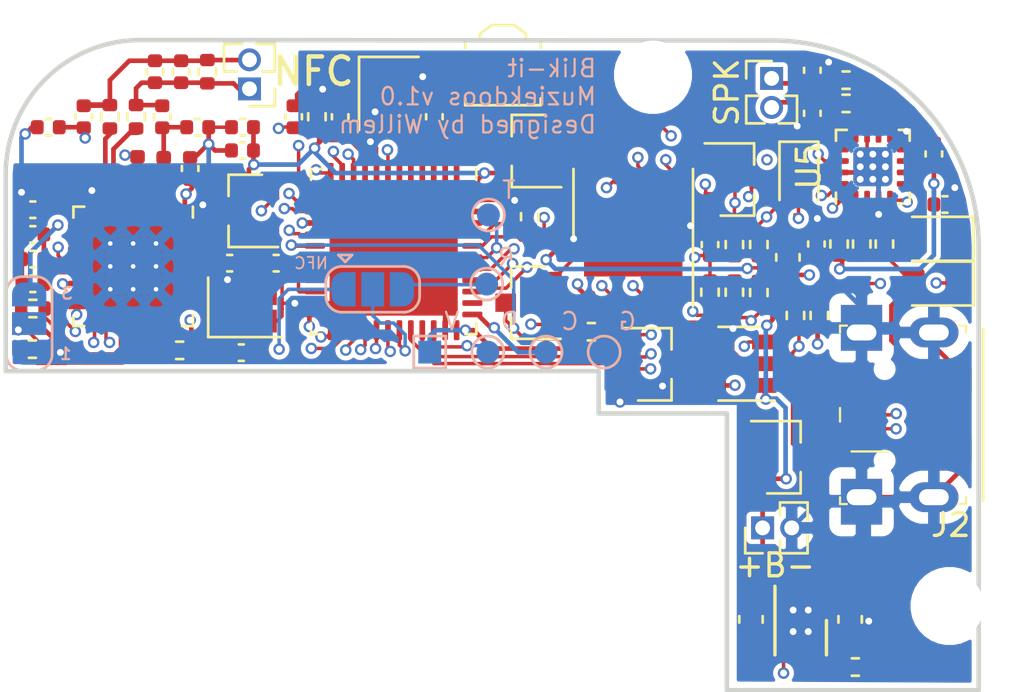
<source format=kicad_pcb>
(kicad_pcb (version 20171130) (host pcbnew "(5.1.9-0-10_14)")

  (general
    (thickness 1.6)
    (drawings 45)
    (tracks 1025)
    (zones 0)
    (modules 84)
    (nets 88)
  )

  (page A4)
  (layers
    (0 F.Cu signal)
    (1 In1.Cu signal)
    (2 In2.Cu signal)
    (31 B.Cu signal)
    (32 B.Adhes user hide)
    (33 F.Adhes user hide)
    (34 B.Paste user hide)
    (35 F.Paste user hide)
    (36 B.SilkS user)
    (37 F.SilkS user hide)
    (38 B.Mask user hide)
    (39 F.Mask user hide)
    (40 Dwgs.User user hide)
    (41 Cmts.User user hide)
    (42 Eco1.User user hide)
    (43 Eco2.User user hide)
    (44 Edge.Cuts user)
    (45 Margin user hide)
    (46 B.CrtYd user hide)
    (47 F.CrtYd user hide)
    (48 B.Fab user hide)
    (49 F.Fab user)
  )

  (setup
    (last_trace_width 0.1524)
    (user_trace_width 0.1524)
    (user_trace_width 0.2032)
    (trace_clearance 0.1524)
    (zone_clearance 0.2032)
    (zone_45_only no)
    (trace_min 0.1524)
    (via_size 0.8)
    (via_drill 0.4)
    (via_min_size 0.4)
    (via_min_drill 0.3)
    (user_via 0.5 0.3)
    (uvia_size 0.3)
    (uvia_drill 0.1)
    (uvias_allowed no)
    (uvia_min_size 0.2)
    (uvia_min_drill 0.1)
    (edge_width 0.05)
    (segment_width 0.2)
    (pcb_text_width 0.3)
    (pcb_text_size 1.5 1.5)
    (mod_edge_width 0.12)
    (mod_text_size 1 1)
    (mod_text_width 0.15)
    (pad_size 1 1)
    (pad_drill 0)
    (pad_to_mask_clearance 0)
    (aux_axis_origin 0 0)
    (visible_elements FFFFFF7F)
    (pcbplotparams
      (layerselection 0x010fc_ffffffff)
      (usegerberextensions false)
      (usegerberattributes true)
      (usegerberadvancedattributes true)
      (creategerberjobfile true)
      (excludeedgelayer true)
      (linewidth 0.100000)
      (plotframeref false)
      (viasonmask false)
      (mode 1)
      (useauxorigin false)
      (hpglpennumber 1)
      (hpglpenspeed 20)
      (hpglpendiameter 15.000000)
      (psnegative false)
      (psa4output false)
      (plotreference true)
      (plotvalue true)
      (plotinvisibletext false)
      (padsonsilk false)
      (subtractmaskfromsilk false)
      (outputformat 1)
      (mirror false)
      (drillshape 0)
      (scaleselection 1)
      (outputdirectory "OUTPUT"))
  )

  (net 0 "")
  (net 1 GND)
  (net 2 VBUS)
  (net 3 /CPU/ADC1_IN2)
  (net 4 +BATT)
  (net 5 /Power/PSU_BTN_RAW)
  (net 6 +3V3)
  (net 7 "Net-(C6-Pad2)")
  (net 8 "Net-(C7-Pad1)")
  (net 9 "Net-(C15-Pad1)")
  (net 10 "Net-(C16-Pad1)")
  (net 11 "Net-(C17-Pad2)")
  (net 12 "Net-(C20-Pad2)")
  (net 13 /CPU/HS_OSC0)
  (net 14 /CPU/HS_OSC1)
  (net 15 /CPU/NRST)
  (net 16 "Net-(C30-Pad1)")
  (net 17 /I2S_DAC_AMP/SPK_OUT-)
  (net 18 /I2S_DAC_AMP/SPKOUT+)
  (net 19 /Power/CHG_STAT_LED)
  (net 20 /Power/CHG_5V_LED)
  (net 21 /Power/PSU_EN)
  (net 22 "Net-(D4-Pad3)")
  (net 23 /CPU/USB_D-)
  (net 24 /CPU/USB_D+)
  (net 25 /CPU/SDIO_DET)
  (net 26 /CPU/SDIO_D0)
  (net 27 /CPU/SDIO_CLK)
  (net 28 /CPU/SDIO_CMD)
  (net 29 /CPU/SDIO_D3)
  (net 30 /CPU/SDIO_D2)
  (net 31 /CPU/SDIO_D1)
  (net 32 "Net-(L2-Pad2)")
  (net 33 /CPU/MEAS_EN)
  (net 34 /CPU/BTN_PWR)
  (net 35 /CPU/PW_HOLD)
  (net 36 /Power/PSU_EN_BUF)
  (net 37 /Power/CHG_PROG)
  (net 38 "Net-(R5-Pad2)")
  (net 39 "Net-(R17-Pad1)")
  (net 40 "Net-(R18-Pad2)")
  (net 41 "Net-(R19-Pad2)")
  (net 42 "Net-(R24-Pad1)")
  (net 43 /I2S_DAC_AMP/GAIN)
  (net 44 /I2S_DAC_AMP/I2S_SD_MODE)
  (net 45 "Net-(U2-Pad4)")
  (net 46 "Net-(U4-Pad45)")
  (net 47 /CPU/NFC_RX)
  (net 48 /CPU/NFC_MISO)
  (net 49 "Net-(U4-Pad38)")
  (net 50 /CPU/SWCLK)
  (net 51 /CPU/SWDIO)
  (net 52 /CPU/NFC_TX)
  (net 53 /CPU/DAC_BCLK)
  (net 54 /CPU/DAC_LRCK)
  (net 55 "Net-(U4-Pad21)")
  (net 56 "Net-(U4-Pad20)")
  (net 57 "Net-(U4-Pad19)")
  (net 58 /CPU/NFC_SPI_MOSI)
  (net 59 /CPU/NFC_SPI_SCK)
  (net 60 /CPU/NFC_SPI_CS)
  (net 61 /CPU/DAC_DATA)
  (net 62 "Net-(U4-Pad4)")
  (net 63 "Net-(U4-Pad3)")
  (net 64 "Net-(U4-Pad2)")
  (net 65 "Net-(U3-Pad28)")
  (net 66 "Net-(U3-Pad27)")
  (net 67 "Net-(U3-Pad26)")
  (net 68 "Net-(U3-Pad25)")
  (net 69 "Net-(U3-Pad24)")
  (net 70 "Net-(U3-Pad23)")
  (net 71 "Net-(U3-Pad11)")
  (net 72 "Net-(U3-Pad10)")
  (net 73 "Net-(U3-Pad7)")
  (net 74 "Net-(U3-Pad4)")
  (net 75 "Net-(U3-Pad3)")
  (net 76 "Net-(L1-Pad2)")
  (net 77 "Net-(C23-Pad2)")
  (net 78 "Net-(JP2-Pad2)")
  (net 79 "Net-(R11-Pad2)")
  (net 80 "Net-(R12-Pad2)")
  (net 81 "Net-(R13-Pad2)")
  (net 82 "Net-(R15-Pad1)")
  (net 83 "Net-(Q1-Pad3)")
  (net 84 "Net-(U1-Pad7)")
  (net 85 /CPU/HALL_OUT)
  (net 86 /CPU/RX1)
  (net 87 "Net-(JP1-Pad3)")

  (net_class Default "This is the default net class."
    (clearance 0.1524)
    (trace_width 0.1524)
    (via_dia 0.8)
    (via_drill 0.4)
    (uvia_dia 0.3)
    (uvia_drill 0.1)
    (add_net +3V3)
    (add_net +BATT)
    (add_net /CPU/ADC1_IN2)
    (add_net /CPU/BTN_PWR)
    (add_net /CPU/DAC_BCLK)
    (add_net /CPU/DAC_DATA)
    (add_net /CPU/DAC_LRCK)
    (add_net /CPU/HALL_OUT)
    (add_net /CPU/HS_OSC0)
    (add_net /CPU/HS_OSC1)
    (add_net /CPU/MEAS_EN)
    (add_net /CPU/NFC_MISO)
    (add_net /CPU/NFC_RX)
    (add_net /CPU/NFC_SPI_CS)
    (add_net /CPU/NFC_SPI_MOSI)
    (add_net /CPU/NFC_SPI_SCK)
    (add_net /CPU/NFC_TX)
    (add_net /CPU/NRST)
    (add_net /CPU/PW_HOLD)
    (add_net /CPU/RX1)
    (add_net /CPU/SDIO_CLK)
    (add_net /CPU/SDIO_CMD)
    (add_net /CPU/SDIO_D0)
    (add_net /CPU/SDIO_D1)
    (add_net /CPU/SDIO_D2)
    (add_net /CPU/SDIO_D3)
    (add_net /CPU/SDIO_DET)
    (add_net /CPU/SWCLK)
    (add_net /CPU/SWDIO)
    (add_net /CPU/USB_D+)
    (add_net /CPU/USB_D-)
    (add_net /I2S_DAC_AMP/GAIN)
    (add_net /I2S_DAC_AMP/I2S_SD_MODE)
    (add_net /I2S_DAC_AMP/SPKOUT+)
    (add_net /I2S_DAC_AMP/SPK_OUT-)
    (add_net /Power/CHG_5V_LED)
    (add_net /Power/CHG_PROG)
    (add_net /Power/CHG_STAT_LED)
    (add_net /Power/PSU_BTN_RAW)
    (add_net /Power/PSU_EN)
    (add_net /Power/PSU_EN_BUF)
    (add_net GND)
    (add_net "Net-(C15-Pad1)")
    (add_net "Net-(C16-Pad1)")
    (add_net "Net-(C17-Pad2)")
    (add_net "Net-(C20-Pad2)")
    (add_net "Net-(C23-Pad2)")
    (add_net "Net-(C30-Pad1)")
    (add_net "Net-(C6-Pad2)")
    (add_net "Net-(C7-Pad1)")
    (add_net "Net-(D4-Pad3)")
    (add_net "Net-(JP1-Pad3)")
    (add_net "Net-(JP2-Pad2)")
    (add_net "Net-(L1-Pad2)")
    (add_net "Net-(L2-Pad2)")
    (add_net "Net-(Q1-Pad3)")
    (add_net "Net-(R11-Pad2)")
    (add_net "Net-(R12-Pad2)")
    (add_net "Net-(R13-Pad2)")
    (add_net "Net-(R15-Pad1)")
    (add_net "Net-(R17-Pad1)")
    (add_net "Net-(R18-Pad2)")
    (add_net "Net-(R19-Pad2)")
    (add_net "Net-(R24-Pad1)")
    (add_net "Net-(R5-Pad2)")
    (add_net "Net-(U1-Pad7)")
    (add_net "Net-(U2-Pad4)")
    (add_net "Net-(U3-Pad10)")
    (add_net "Net-(U3-Pad11)")
    (add_net "Net-(U3-Pad23)")
    (add_net "Net-(U3-Pad24)")
    (add_net "Net-(U3-Pad25)")
    (add_net "Net-(U3-Pad26)")
    (add_net "Net-(U3-Pad27)")
    (add_net "Net-(U3-Pad28)")
    (add_net "Net-(U3-Pad3)")
    (add_net "Net-(U3-Pad4)")
    (add_net "Net-(U3-Pad7)")
    (add_net "Net-(U4-Pad19)")
    (add_net "Net-(U4-Pad2)")
    (add_net "Net-(U4-Pad20)")
    (add_net "Net-(U4-Pad21)")
    (add_net "Net-(U4-Pad3)")
    (add_net "Net-(U4-Pad38)")
    (add_net "Net-(U4-Pad4)")
    (add_net "Net-(U4-Pad45)")
    (add_net VBUS)
  )

  (module Jumper:SolderJumper-3_P1.3mm_Open_RoundedPad1.0x1.5mm (layer B.Cu) (tedit 5B391EB7) (tstamp 6110A6D7)
    (at 57.2008 74.8538)
    (descr "SMD Solder 3-pad Jumper, 1x1.5mm rounded Pads, 0.3mm gap, open")
    (tags "solder jumper open")
    (path /60FFCEAC/61115C8D)
    (attr virtual)
    (fp_text reference JP1 (at 0 1.8) (layer B.SilkS) hide
      (effects (font (size 1 1) (thickness 0.15)) (justify mirror))
    )
    (fp_text value NFC/U1 (at 0 -1.9) (layer B.Fab)
      (effects (font (size 1 1) (thickness 0.15)) (justify mirror))
    )
    (fp_arc (start -1.35 0.3) (end -1.35 1) (angle 90) (layer B.SilkS) (width 0.12))
    (fp_arc (start -1.35 -0.3) (end -2.05 -0.3) (angle 90) (layer B.SilkS) (width 0.12))
    (fp_arc (start 1.35 -0.3) (end 1.35 -1) (angle 90) (layer B.SilkS) (width 0.12))
    (fp_arc (start 1.35 0.3) (end 2.05 0.3) (angle 90) (layer B.SilkS) (width 0.12))
    (fp_line (start -1.2 -1.2) (end -0.9 -1.5) (layer B.SilkS) (width 0.12))
    (fp_line (start -1.5 -1.5) (end -0.9 -1.5) (layer B.SilkS) (width 0.12))
    (fp_line (start -1.2 -1.2) (end -1.5 -1.5) (layer B.SilkS) (width 0.12))
    (fp_line (start -2.05 -0.3) (end -2.05 0.3) (layer B.SilkS) (width 0.12))
    (fp_line (start 1.4 -1) (end -1.4 -1) (layer B.SilkS) (width 0.12))
    (fp_line (start 2.05 0.3) (end 2.05 -0.3) (layer B.SilkS) (width 0.12))
    (fp_line (start -1.4 1) (end 1.4 1) (layer B.SilkS) (width 0.12))
    (fp_line (start -2.3 1.25) (end 2.3 1.25) (layer B.CrtYd) (width 0.05))
    (fp_line (start -2.3 1.25) (end -2.3 -1.25) (layer B.CrtYd) (width 0.05))
    (fp_line (start 2.3 -1.25) (end 2.3 1.25) (layer B.CrtYd) (width 0.05))
    (fp_line (start 2.3 -1.25) (end -2.3 -1.25) (layer B.CrtYd) (width 0.05))
    (pad 2 smd rect (at 0 0) (size 1 1.5) (layers B.Cu B.Mask)
      (net 86 /CPU/RX1))
    (pad 3 smd custom (at 1.3 0) (size 1 0.5) (layers B.Cu B.Mask)
      (net 87 "Net-(JP1-Pad3)") (zone_connect 2)
      (options (clearance outline) (anchor rect))
      (primitives
        (gr_circle (center 0 -0.25) (end 0.5 -0.25) (width 0))
        (gr_circle (center 0 0.25) (end 0.5 0.25) (width 0))
        (gr_poly (pts
           (xy -0.55 0.75) (xy 0 0.75) (xy 0 -0.75) (xy -0.55 -0.75)) (width 0))
      ))
    (pad 1 smd custom (at -1.3 0) (size 1 0.5) (layers B.Cu B.Mask)
      (net 52 /CPU/NFC_TX) (zone_connect 2)
      (options (clearance outline) (anchor rect))
      (primitives
        (gr_circle (center 0 -0.25) (end 0.5 -0.25) (width 0))
        (gr_circle (center 0 0.25) (end 0.5 0.25) (width 0))
        (gr_poly (pts
           (xy 0.55 0.75) (xy 0 0.75) (xy 0 -0.75) (xy 0.55 -0.75)) (width 0))
      ))
  )

  (module TestPoint:TestPoint_Pad_D1.0mm (layer B.Cu) (tedit 5A0F774F) (tstamp 6110AB4B)
    (at 62.1792 74.6252)
    (descr "SMD pad as test Point, diameter 1.0mm")
    (tags "test point SMD pad")
    (path /60FFCEAC/6111EB8D)
    (attr virtual)
    (fp_text reference TP6 (at 0 1.448) (layer B.SilkS) hide
      (effects (font (size 1 1) (thickness 0.15)) (justify mirror))
    )
    (fp_text value U1_RX (at 0 -1.55) (layer B.Fab) hide
      (effects (font (size 1 1) (thickness 0.15)) (justify mirror))
    )
    (fp_text user %R (at 0 1.45) (layer B.Fab)
      (effects (font (size 1 1) (thickness 0.15)) (justify mirror))
    )
    (fp_circle (center 0 0) (end 1 0) (layer B.CrtYd) (width 0.05))
    (fp_circle (center 0 0) (end 0 -0.7) (layer B.SilkS) (width 0.12))
    (pad 1 smd circle (at 0 0) (size 1 1) (layers B.Cu B.Mask)
      (net 87 "Net-(JP1-Pad3)"))
  )

  (module TestPoint:TestPoint_Pad_D1.0mm (layer B.Cu) (tedit 5A0F774F) (tstamp 6110AB43)
    (at 62.2554 71.6026)
    (descr "SMD pad as test Point, diameter 1.0mm")
    (tags "test point SMD pad")
    (path /60FFCEAC/6112C48A)
    (attr virtual)
    (fp_text reference TP5 (at 0 1.448) (layer B.SilkS) hide
      (effects (font (size 1 1) (thickness 0.15)) (justify mirror))
    )
    (fp_text value U1_TX (at 0 -1.55) (layer B.Fab) hide
      (effects (font (size 1 1) (thickness 0.15)) (justify mirror))
    )
    (fp_text user %R (at 0 1.45) (layer B.Fab)
      (effects (font (size 1 1) (thickness 0.15)) (justify mirror))
    )
    (fp_circle (center 0 0) (end 1 0) (layer B.CrtYd) (width 0.05))
    (fp_circle (center 0 0) (end 0 -0.7) (layer B.SilkS) (width 0.12))
    (pad 1 smd circle (at 0 0) (size 1 1) (layers B.Cu B.Mask)
      (net 47 /CPU/NFC_RX))
  )

  (module Package_DFN_QFN:QFN-16-1EP_3x3mm_P0.5mm_EP1.7x1.7mm_ThermalVias (layer F.Cu) (tedit 5C181567) (tstamp 610858BE)
    (at 79.0448 69.4944 90)
    (descr "QFN, 16 Pin (http://www.cypress.com/file/46236/download), generated with kicad-footprint-generator ipc_dfn_qfn_generator.py")
    (tags "QFN DFN_QFN")
    (path /60FDB9AA/60FE0C5F)
    (attr smd)
    (fp_text reference U5 (at 0 -2.8 90) (layer F.SilkS)
      (effects (font (size 1 1) (thickness 0.15)))
    )
    (fp_text value MAX98357A (at 0 2.8 90) (layer F.Fab) hide
      (effects (font (size 1 1) (thickness 0.15)))
    )
    (fp_line (start 2.1 -2.1) (end -2.1 -2.1) (layer F.CrtYd) (width 0.05))
    (fp_line (start 2.1 2.1) (end 2.1 -2.1) (layer F.CrtYd) (width 0.05))
    (fp_line (start -2.1 2.1) (end 2.1 2.1) (layer F.CrtYd) (width 0.05))
    (fp_line (start -2.1 -2.1) (end -2.1 2.1) (layer F.CrtYd) (width 0.05))
    (fp_line (start -1.5 -0.75) (end -0.75 -1.5) (layer F.Fab) (width 0.1))
    (fp_line (start -1.5 1.5) (end -1.5 -0.75) (layer F.Fab) (width 0.1))
    (fp_line (start 1.5 1.5) (end -1.5 1.5) (layer F.Fab) (width 0.1))
    (fp_line (start 1.5 -1.5) (end 1.5 1.5) (layer F.Fab) (width 0.1))
    (fp_line (start -0.75 -1.5) (end 1.5 -1.5) (layer F.Fab) (width 0.1))
    (fp_line (start -1.135 -1.61) (end -1.61 -1.61) (layer F.SilkS) (width 0.12))
    (fp_line (start 1.61 1.61) (end 1.61 1.135) (layer F.SilkS) (width 0.12))
    (fp_line (start 1.135 1.61) (end 1.61 1.61) (layer F.SilkS) (width 0.12))
    (fp_line (start -1.61 1.61) (end -1.61 1.135) (layer F.SilkS) (width 0.12))
    (fp_line (start -1.135 1.61) (end -1.61 1.61) (layer F.SilkS) (width 0.12))
    (fp_line (start 1.61 -1.61) (end 1.61 -1.135) (layer F.SilkS) (width 0.12))
    (fp_line (start 1.135 -1.61) (end 1.61 -1.61) (layer F.SilkS) (width 0.12))
    (fp_text user %R (at 0 0 180) (layer F.Fab)
      (effects (font (size 0.762 0.762) (thickness 0.1016)))
    )
    (pad 16 smd roundrect (at -0.75 -1.45 90) (size 0.25 0.8) (layers F.Cu F.Paste F.Mask) (roundrect_rratio 0.25)
      (net 53 /CPU/DAC_BCLK))
    (pad 15 smd roundrect (at -0.25 -1.45 90) (size 0.25 0.8) (layers F.Cu F.Paste F.Mask) (roundrect_rratio 0.25)
      (net 1 GND))
    (pad 14 smd roundrect (at 0.25 -1.45 90) (size 0.25 0.8) (layers F.Cu F.Paste F.Mask) (roundrect_rratio 0.25)
      (net 54 /CPU/DAC_LRCK))
    (pad 13 smd roundrect (at 0.75 -1.45 90) (size 0.25 0.8) (layers F.Cu F.Paste F.Mask) (roundrect_rratio 0.25))
    (pad 12 smd roundrect (at 1.45 -0.75 90) (size 0.8 0.25) (layers F.Cu F.Paste F.Mask) (roundrect_rratio 0.25))
    (pad 11 smd roundrect (at 1.45 -0.25 90) (size 0.8 0.25) (layers F.Cu F.Paste F.Mask) (roundrect_rratio 0.25)
      (net 1 GND))
    (pad 10 smd roundrect (at 1.45 0.25 90) (size 0.8 0.25) (layers F.Cu F.Paste F.Mask) (roundrect_rratio 0.25)
      (net 81 "Net-(R13-Pad2)"))
    (pad 9 smd roundrect (at 1.45 0.75 90) (size 0.8 0.25) (layers F.Cu F.Paste F.Mask) (roundrect_rratio 0.25)
      (net 79 "Net-(R11-Pad2)"))
    (pad 8 smd roundrect (at 0.75 1.45 90) (size 0.25 0.8) (layers F.Cu F.Paste F.Mask) (roundrect_rratio 0.25)
      (net 6 +3V3))
    (pad 7 smd roundrect (at 0.25 1.45 90) (size 0.25 0.8) (layers F.Cu F.Paste F.Mask) (roundrect_rratio 0.25)
      (net 6 +3V3))
    (pad 6 smd roundrect (at -0.25 1.45 90) (size 0.25 0.8) (layers F.Cu F.Paste F.Mask) (roundrect_rratio 0.25))
    (pad 5 smd roundrect (at -0.75 1.45 90) (size 0.25 0.8) (layers F.Cu F.Paste F.Mask) (roundrect_rratio 0.25))
    (pad 4 smd roundrect (at -1.45 0.75 90) (size 0.8 0.25) (layers F.Cu F.Paste F.Mask) (roundrect_rratio 0.25)
      (net 44 /I2S_DAC_AMP/I2S_SD_MODE))
    (pad 3 smd roundrect (at -1.45 0.25 90) (size 0.8 0.25) (layers F.Cu F.Paste F.Mask) (roundrect_rratio 0.25)
      (net 1 GND))
    (pad 2 smd roundrect (at -1.45 -0.25 90) (size 0.8 0.25) (layers F.Cu F.Paste F.Mask) (roundrect_rratio 0.25)
      (net 43 /I2S_DAC_AMP/GAIN))
    (pad 1 smd roundrect (at -1.45 -0.75 90) (size 0.8 0.25) (layers F.Cu F.Paste F.Mask) (roundrect_rratio 0.25)
      (net 61 /CPU/DAC_DATA))
    (pad "" smd roundrect (at 0.425 0.425 90) (size 0.74 0.74) (layers F.Paste) (roundrect_rratio 0.25))
    (pad "" smd roundrect (at 0.425 -0.425 90) (size 0.74 0.74) (layers F.Paste) (roundrect_rratio 0.25))
    (pad "" smd roundrect (at -0.425 0.425 90) (size 0.74 0.74) (layers F.Paste) (roundrect_rratio 0.25))
    (pad "" smd roundrect (at -0.425 -0.425 90) (size 0.74 0.74) (layers F.Paste) (roundrect_rratio 0.25))
    (pad 17 smd roundrect (at 0 0 90) (size 1.7 1.7) (layers B.Cu) (roundrect_rratio 0.1470588235294118)
      (net 1 GND))
    (pad 17 thru_hole circle (at 0.55 0.55 90) (size 0.6 0.6) (drill 0.3) (layers *.Cu)
      (net 1 GND))
    (pad 17 thru_hole circle (at 0 0.55 90) (size 0.6 0.6) (drill 0.3) (layers *.Cu)
      (net 1 GND))
    (pad 17 thru_hole circle (at -0.55 0.55 90) (size 0.6 0.6) (drill 0.3) (layers *.Cu)
      (net 1 GND))
    (pad 17 thru_hole circle (at 0.55 0 90) (size 0.6 0.6) (drill 0.3) (layers *.Cu)
      (net 1 GND))
    (pad 17 thru_hole circle (at 0 0 90) (size 0.6 0.6) (drill 0.3) (layers *.Cu)
      (net 1 GND))
    (pad 17 thru_hole circle (at -0.55 0 90) (size 0.6 0.6) (drill 0.3) (layers *.Cu)
      (net 1 GND))
    (pad 17 thru_hole circle (at 0.55 -0.55 90) (size 0.6 0.6) (drill 0.3) (layers *.Cu)
      (net 1 GND))
    (pad 17 thru_hole circle (at 0 -0.55 90) (size 0.6 0.6) (drill 0.3) (layers *.Cu)
      (net 1 GND))
    (pad 17 thru_hole circle (at -0.55 -0.55 90) (size 0.6 0.6) (drill 0.3) (layers *.Cu)
      (net 1 GND))
    (pad 17 smd roundrect (at 0 0 90) (size 1.7 1.7) (layers F.Cu F.Mask) (roundrect_rratio 0.1470588235294118)
      (net 1 GND))
    (model ${KISYS3DMOD}/Package_DFN_QFN.3dshapes/QFN-16-1EP_3x3mm_P0.5mm_EP1.7x1.7mm.wrl
      (at (xyz 0 0 0))
      (scale (xyz 1 1 1))
      (rotate (xyz 0 0 0))
    )
  )

  (module Capacitor_SMD:C_0603_1608Metric (layer F.Cu) (tedit 5F68FEEE) (tstamp 6106F442)
    (at 75.3364 73.4568 90)
    (descr "Capacitor SMD 0603 (1608 Metric), square (rectangular) end terminal, IPC_7351 nominal, (Body size source: IPC-SM-782 page 76, https://www.pcb-3d.com/wordpress/wp-content/uploads/ipc-sm-782a_amendment_1_and_2.pdf), generated with kicad-footprint-generator")
    (tags capacitor)
    (path /60FE1698/615B2E33)
    (attr smd)
    (fp_text reference C5 (at 0 -1.43 90) (layer F.SilkS) hide
      (effects (font (size 1 1) (thickness 0.15)))
    )
    (fp_text value 4,7uF (at 0 1.43 90) (layer F.Fab) hide
      (effects (font (size 1 1) (thickness 0.15)))
    )
    (fp_line (start 1.48 0.73) (end -1.48 0.73) (layer F.CrtYd) (width 0.05))
    (fp_line (start 1.48 -0.73) (end 1.48 0.73) (layer F.CrtYd) (width 0.05))
    (fp_line (start -1.48 -0.73) (end 1.48 -0.73) (layer F.CrtYd) (width 0.05))
    (fp_line (start -1.48 0.73) (end -1.48 -0.73) (layer F.CrtYd) (width 0.05))
    (fp_line (start -0.14058 0.51) (end 0.14058 0.51) (layer F.SilkS) (width 0.12))
    (fp_line (start -0.14058 -0.51) (end 0.14058 -0.51) (layer F.SilkS) (width 0.12))
    (fp_line (start 0.8 0.4) (end -0.8 0.4) (layer F.Fab) (width 0.1))
    (fp_line (start 0.8 -0.4) (end 0.8 0.4) (layer F.Fab) (width 0.1))
    (fp_line (start -0.8 -0.4) (end 0.8 -0.4) (layer F.Fab) (width 0.1))
    (fp_line (start -0.8 0.4) (end -0.8 -0.4) (layer F.Fab) (width 0.1))
    (fp_text user %R (at 0 0 90) (layer F.Fab)
      (effects (font (size 0.4 0.4) (thickness 0.06)))
    )
    (pad 2 smd roundrect (at 0.775 0 90) (size 0.9 0.95) (layers F.Cu F.Paste F.Mask) (roundrect_rratio 0.25)
      (net 1 GND))
    (pad 1 smd roundrect (at -0.775 0 90) (size 0.9 0.95) (layers F.Cu F.Paste F.Mask) (roundrect_rratio 0.25)
      (net 6 +3V3))
    (model ${KISYS3DMOD}/Capacitor_SMD.3dshapes/C_0603_1608Metric.wrl
      (at (xyz 0 0 0))
      (scale (xyz 1 1 1))
      (rotate (xyz 0 0 0))
    )
  )

  (module Capacitor_SMD:C_0603_1608Metric (layer F.Cu) (tedit 5F68FEEE) (tstamp 6106F420)
    (at 73.7235 89.281 270)
    (descr "Capacitor SMD 0603 (1608 Metric), square (rectangular) end terminal, IPC_7351 nominal, (Body size source: IPC-SM-782 page 76, https://www.pcb-3d.com/wordpress/wp-content/uploads/ipc-sm-782a_amendment_1_and_2.pdf), generated with kicad-footprint-generator")
    (tags capacitor)
    (path /60FE1698/615B8158)
    (attr smd)
    (fp_text reference C3 (at 0 -1.43 90) (layer F.SilkS) hide
      (effects (font (size 1 1) (thickness 0.15)))
    )
    (fp_text value 4,7uF (at 0 1.43 90) (layer F.Fab) hide
      (effects (font (size 1 1) (thickness 0.15)))
    )
    (fp_line (start 1.48 0.73) (end -1.48 0.73) (layer F.CrtYd) (width 0.05))
    (fp_line (start 1.48 -0.73) (end 1.48 0.73) (layer F.CrtYd) (width 0.05))
    (fp_line (start -1.48 -0.73) (end 1.48 -0.73) (layer F.CrtYd) (width 0.05))
    (fp_line (start -1.48 0.73) (end -1.48 -0.73) (layer F.CrtYd) (width 0.05))
    (fp_line (start -0.14058 0.51) (end 0.14058 0.51) (layer F.SilkS) (width 0.12))
    (fp_line (start -0.14058 -0.51) (end 0.14058 -0.51) (layer F.SilkS) (width 0.12))
    (fp_line (start 0.8 0.4) (end -0.8 0.4) (layer F.Fab) (width 0.1))
    (fp_line (start 0.8 -0.4) (end 0.8 0.4) (layer F.Fab) (width 0.1))
    (fp_line (start -0.8 -0.4) (end 0.8 -0.4) (layer F.Fab) (width 0.1))
    (fp_line (start -0.8 0.4) (end -0.8 -0.4) (layer F.Fab) (width 0.1))
    (fp_text user %R (at 0 0 270) (layer F.Fab)
      (effects (font (size 0.4 0.4) (thickness 0.06)))
    )
    (pad 2 smd roundrect (at 0.775 0 270) (size 0.9 0.95) (layers F.Cu F.Paste F.Mask) (roundrect_rratio 0.25)
      (net 1 GND))
    (pad 1 smd roundrect (at -0.775 0 270) (size 0.9 0.95) (layers F.Cu F.Paste F.Mask) (roundrect_rratio 0.25)
      (net 4 +BATT))
    (model ${KISYS3DMOD}/Capacitor_SMD.3dshapes/C_0603_1608Metric.wrl
      (at (xyz 0 0 0))
      (scale (xyz 1 1 1))
      (rotate (xyz 0 0 0))
    )
  )

  (module Capacitor_SMD:C_0603_1608Metric (layer F.Cu) (tedit 5F68FEEE) (tstamp 6106F3FE)
    (at 78.0542 89.281 270)
    (descr "Capacitor SMD 0603 (1608 Metric), square (rectangular) end terminal, IPC_7351 nominal, (Body size source: IPC-SM-782 page 76, https://www.pcb-3d.com/wordpress/wp-content/uploads/ipc-sm-782a_amendment_1_and_2.pdf), generated with kicad-footprint-generator")
    (tags capacitor)
    (path /60FE1698/615B8165)
    (attr smd)
    (fp_text reference C1 (at 0 -1.43 90) (layer F.SilkS) hide
      (effects (font (size 1 1) (thickness 0.15)))
    )
    (fp_text value 4,7uF (at 0 1.43 90) (layer F.Fab) hide
      (effects (font (size 1 1) (thickness 0.15)))
    )
    (fp_line (start 1.48 0.73) (end -1.48 0.73) (layer F.CrtYd) (width 0.05))
    (fp_line (start 1.48 -0.73) (end 1.48 0.73) (layer F.CrtYd) (width 0.05))
    (fp_line (start -1.48 -0.73) (end 1.48 -0.73) (layer F.CrtYd) (width 0.05))
    (fp_line (start -1.48 0.73) (end -1.48 -0.73) (layer F.CrtYd) (width 0.05))
    (fp_line (start -0.14058 0.51) (end 0.14058 0.51) (layer F.SilkS) (width 0.12))
    (fp_line (start -0.14058 -0.51) (end 0.14058 -0.51) (layer F.SilkS) (width 0.12))
    (fp_line (start 0.8 0.4) (end -0.8 0.4) (layer F.Fab) (width 0.1))
    (fp_line (start 0.8 -0.4) (end 0.8 0.4) (layer F.Fab) (width 0.1))
    (fp_line (start -0.8 -0.4) (end 0.8 -0.4) (layer F.Fab) (width 0.1))
    (fp_line (start -0.8 0.4) (end -0.8 -0.4) (layer F.Fab) (width 0.1))
    (fp_text user %R (at 0 0 270) (layer F.Fab)
      (effects (font (size 0.4 0.4) (thickness 0.06)))
    )
    (pad 2 smd roundrect (at 0.775 0 270) (size 0.9 0.95) (layers F.Cu F.Paste F.Mask) (roundrect_rratio 0.25)
      (net 1 GND))
    (pad 1 smd roundrect (at -0.775 0 270) (size 0.9 0.95) (layers F.Cu F.Paste F.Mask) (roundrect_rratio 0.25)
      (net 2 VBUS))
    (model ${KISYS3DMOD}/Capacitor_SMD.3dshapes/C_0603_1608Metric.wrl
      (at (xyz 0 0 0))
      (scale (xyz 1 1 1))
      (rotate (xyz 0 0 0))
    )
  )

  (module Capacitor_SMD:C_0402_1005Metric (layer F.Cu) (tedit 5F68FEEE) (tstamp 6106F431)
    (at 76.581 72.8726 90)
    (descr "Capacitor SMD 0402 (1005 Metric), square (rectangular) end terminal, IPC_7351 nominal, (Body size source: IPC-SM-782 page 76, https://www.pcb-3d.com/wordpress/wp-content/uploads/ipc-sm-782a_amendment_1_and_2.pdf), generated with kicad-footprint-generator")
    (tags capacitor)
    (path /60FE1698/615B2DCA)
    (attr smd)
    (fp_text reference C4 (at 0 -1.43 90) (layer F.SilkS) hide
      (effects (font (size 1 1) (thickness 0.15)))
    )
    (fp_text value 100nF (at 0 1.43 90) (layer F.Fab) hide
      (effects (font (size 1 1) (thickness 0.15)))
    )
    (fp_line (start 0.91 0.46) (end -0.91 0.46) (layer F.CrtYd) (width 0.05))
    (fp_line (start 0.91 -0.46) (end 0.91 0.46) (layer F.CrtYd) (width 0.05))
    (fp_line (start -0.91 -0.46) (end 0.91 -0.46) (layer F.CrtYd) (width 0.05))
    (fp_line (start -0.91 0.46) (end -0.91 -0.46) (layer F.CrtYd) (width 0.05))
    (fp_line (start -0.107836 0.36) (end 0.107836 0.36) (layer F.SilkS) (width 0.12))
    (fp_line (start -0.107836 -0.36) (end 0.107836 -0.36) (layer F.SilkS) (width 0.12))
    (fp_line (start 0.5 0.25) (end -0.5 0.25) (layer F.Fab) (width 0.1))
    (fp_line (start 0.5 -0.25) (end 0.5 0.25) (layer F.Fab) (width 0.1))
    (fp_line (start -0.5 -0.25) (end 0.5 -0.25) (layer F.Fab) (width 0.1))
    (fp_line (start -0.5 0.25) (end -0.5 -0.25) (layer F.Fab) (width 0.1))
    (fp_text user %R (at 0 0 90) (layer F.Fab)
      (effects (font (size 0.254 0.254) (thickness 0.0381)))
    )
    (pad 2 smd roundrect (at 0.48 0 90) (size 0.56 0.62) (layers F.Cu F.Paste F.Mask) (roundrect_rratio 0.25)
      (net 1 GND))
    (pad 1 smd roundrect (at -0.48 0 90) (size 0.56 0.62) (layers F.Cu F.Paste F.Mask) (roundrect_rratio 0.25)
      (net 5 /Power/PSU_BTN_RAW))
    (model ${KISYS3DMOD}/Capacitor_SMD.3dshapes/C_0402_1005Metric.wrl
      (at (xyz 0 0 0))
      (scale (xyz 1 1 1))
      (rotate (xyz 0 0 0))
    )
  )

  (module Connector_PinHeader_1.27mm:PinHeader_1x02_P1.27mm_Vertical (layer F.Cu) (tedit 610E4040) (tstamp 610A5EC2)
    (at 51.816 66.0908 180)
    (descr "Through hole straight pin header, 1x02, 1.27mm pitch, single row")
    (tags "Through hole pin header THT 1x02 1.27mm single row")
    (path /60FE21EE/610ABF7F)
    (fp_text reference J4 (at -2.0828 1.4732 180) (layer F.SilkS) hide
      (effects (font (size 1 1) (thickness 0.15)))
    )
    (fp_text value Conn_01x02 (at 0 2.965 180) (layer F.Fab) hide
      (effects (font (size 1 1) (thickness 0.15)))
    )
    (fp_line (start -0.525 -0.635) (end 1.05 -0.635) (layer F.Fab) (width 0.1))
    (fp_line (start 1.05 -0.635) (end 1.05 1.905) (layer F.Fab) (width 0.1))
    (fp_line (start 1.05 1.905) (end -1.05 1.905) (layer F.Fab) (width 0.1))
    (fp_line (start -1.05 1.905) (end -1.05 -0.11) (layer F.Fab) (width 0.1))
    (fp_line (start -1.05 -0.11) (end -0.525 -0.635) (layer F.Fab) (width 0.1))
    (fp_line (start -1.11 1.965) (end -0.30753 1.965) (layer F.SilkS) (width 0.12))
    (fp_line (start 0.30753 1.965) (end 1.11 1.965) (layer F.SilkS) (width 0.12))
    (fp_line (start -1.11 0.76) (end -1.11 1.965) (layer F.SilkS) (width 0.12))
    (fp_line (start 1.11 0.76) (end 1.11 1.965) (layer F.SilkS) (width 0.12))
    (fp_line (start -1.11 0.76) (end -0.563471 0.76) (layer F.SilkS) (width 0.12))
    (fp_line (start 0.563471 0.76) (end 1.11 0.76) (layer F.SilkS) (width 0.12))
    (fp_line (start -1.11 0) (end -1.11 -0.76) (layer F.SilkS) (width 0.12))
    (fp_line (start -1.11 -0.76) (end 0 -0.76) (layer F.SilkS) (width 0.12))
    (fp_line (start -1.27 -0.762) (end -1.27 2.032) (layer F.CrtYd) (width 0.05))
    (fp_line (start -1.27 2.032) (end 1.27 2.032) (layer F.CrtYd) (width 0.05))
    (fp_line (start 1.27 2.032) (end 1.27 -0.762) (layer F.CrtYd) (width 0.05))
    (fp_line (start 1.27 -0.762) (end -1.27 -0.762) (layer F.CrtYd) (width 0.05))
    (fp_text user %R (at 0 0.635 270) (layer F.Fab) hide
      (effects (font (size 1 1) (thickness 0.15)))
    )
    (pad 2 thru_hole oval (at 0 1.27 180) (size 1 1) (drill 0.65) (layers *.Cu *.Mask)
      (net 77 "Net-(C23-Pad2)"))
    (pad 1 thru_hole rect (at 0 0 180) (size 1 1) (drill 0.65) (layers *.Cu *.Mask)
      (net 12 "Net-(C20-Pad2)"))
    (model ${KISYS3DMOD}/Connector_PinHeader_1.27mm.3dshapes/PinHeader_1x02_P1.27mm_Vertical.wrl
      (at (xyz 0 0 0))
      (scale (xyz 1 1 1))
      (rotate (xyz 0 0 0))
    )
  )

  (module Connector_PinHeader_1.27mm:PinHeader_1x02_P1.27mm_Vertical (layer F.Cu) (tedit 610E4040) (tstamp 610A5EAA)
    (at 74.6252 65.6336)
    (descr "Through hole straight pin header, 1x02, 1.27mm pitch, single row")
    (tags "Through hole pin header THT 1x02 1.27mm single row")
    (path /611410AC)
    (fp_text reference J3 (at -2.14376 -0.03556) (layer F.SilkS) hide
      (effects (font (size 1 1) (thickness 0.15)))
    )
    (fp_text value Conn_01x02 (at 0 2.965) (layer F.Fab) hide
      (effects (font (size 1 1) (thickness 0.15)))
    )
    (fp_line (start -0.525 -0.635) (end 1.05 -0.635) (layer F.Fab) (width 0.1))
    (fp_line (start 1.05 -0.635) (end 1.05 1.905) (layer F.Fab) (width 0.1))
    (fp_line (start 1.05 1.905) (end -1.05 1.905) (layer F.Fab) (width 0.1))
    (fp_line (start -1.05 1.905) (end -1.05 -0.11) (layer F.Fab) (width 0.1))
    (fp_line (start -1.05 -0.11) (end -0.525 -0.635) (layer F.Fab) (width 0.1))
    (fp_line (start -1.11 1.965) (end -0.30753 1.965) (layer F.SilkS) (width 0.12))
    (fp_line (start 0.30753 1.965) (end 1.11 1.965) (layer F.SilkS) (width 0.12))
    (fp_line (start -1.11 0.76) (end -1.11 1.965) (layer F.SilkS) (width 0.12))
    (fp_line (start 1.11 0.76) (end 1.11 1.965) (layer F.SilkS) (width 0.12))
    (fp_line (start -1.11 0.76) (end -0.563471 0.76) (layer F.SilkS) (width 0.12))
    (fp_line (start 0.563471 0.76) (end 1.11 0.76) (layer F.SilkS) (width 0.12))
    (fp_line (start -1.11 0) (end -1.11 -0.76) (layer F.SilkS) (width 0.12))
    (fp_line (start -1.11 -0.76) (end 0 -0.76) (layer F.SilkS) (width 0.12))
    (fp_line (start -1.27 -0.762) (end -1.27 2.032) (layer F.CrtYd) (width 0.05))
    (fp_line (start -1.27 2.032) (end 1.27 2.032) (layer F.CrtYd) (width 0.05))
    (fp_line (start 1.27 2.032) (end 1.27 -0.762) (layer F.CrtYd) (width 0.05))
    (fp_line (start 1.27 -0.762) (end -1.27 -0.762) (layer F.CrtYd) (width 0.05))
    (fp_text user %R (at 0 0.635 90) (layer F.Fab) hide
      (effects (font (size 1 1) (thickness 0.15)))
    )
    (pad 2 thru_hole oval (at 0 1.27) (size 1 1) (drill 0.65) (layers *.Cu *.Mask)
      (net 17 /I2S_DAC_AMP/SPK_OUT-))
    (pad 1 thru_hole rect (at 0 0) (size 1 1) (drill 0.65) (layers *.Cu *.Mask)
      (net 18 /I2S_DAC_AMP/SPKOUT+))
    (model ${KISYS3DMOD}/Connector_PinHeader_1.27mm.3dshapes/PinHeader_1x02_P1.27mm_Vertical.wrl
      (at (xyz 0 0 0))
      (scale (xyz 1 1 1))
      (rotate (xyz 0 0 0))
    )
  )

  (module Connector_PinHeader_1.27mm:PinHeader_1x02_P1.27mm_Vertical (layer F.Cu) (tedit 610E4040) (tstamp 610A5E0E)
    (at 74.2315 85.2805 90)
    (descr "Through hole straight pin header, 1x02, 1.27mm pitch, single row")
    (tags "Through hole pin header THT 1x02 1.27mm single row")
    (path /60FE1698/61145089)
    (fp_text reference J1 (at -1.8923 -0.3175) (layer F.SilkS) hide
      (effects (font (size 1 1) (thickness 0.15)))
    )
    (fp_text value Conn_01x02 (at 0 2.965 90) (layer F.Fab) hide
      (effects (font (size 1 1) (thickness 0.15)))
    )
    (fp_line (start -0.525 -0.635) (end 1.05 -0.635) (layer F.Fab) (width 0.1))
    (fp_line (start 1.05 -0.635) (end 1.05 1.905) (layer F.Fab) (width 0.1))
    (fp_line (start 1.05 1.905) (end -1.05 1.905) (layer F.Fab) (width 0.1))
    (fp_line (start -1.05 1.905) (end -1.05 -0.11) (layer F.Fab) (width 0.1))
    (fp_line (start -1.05 -0.11) (end -0.525 -0.635) (layer F.Fab) (width 0.1))
    (fp_line (start -1.11 1.965) (end -0.30753 1.965) (layer F.SilkS) (width 0.12))
    (fp_line (start 0.30753 1.965) (end 1.11 1.965) (layer F.SilkS) (width 0.12))
    (fp_line (start -1.11 0.76) (end -1.11 1.965) (layer F.SilkS) (width 0.12))
    (fp_line (start 1.11 0.76) (end 1.11 1.965) (layer F.SilkS) (width 0.12))
    (fp_line (start -1.11 0.76) (end -0.563471 0.76) (layer F.SilkS) (width 0.12))
    (fp_line (start 0.563471 0.76) (end 1.11 0.76) (layer F.SilkS) (width 0.12))
    (fp_line (start -1.11 0) (end -1.11 -0.76) (layer F.SilkS) (width 0.12))
    (fp_line (start -1.11 -0.76) (end 0 -0.76) (layer F.SilkS) (width 0.12))
    (fp_line (start -1.27 -0.762) (end -1.27 2.032) (layer F.CrtYd) (width 0.05))
    (fp_line (start -1.27 2.032) (end 1.27 2.032) (layer F.CrtYd) (width 0.05))
    (fp_line (start 1.27 2.032) (end 1.27 -0.762) (layer F.CrtYd) (width 0.05))
    (fp_line (start 1.27 -0.762) (end -1.27 -0.762) (layer F.CrtYd) (width 0.05))
    (fp_text user %R (at 0 0.635) (layer F.Fab) hide
      (effects (font (size 1 1) (thickness 0.15)))
    )
    (pad 2 thru_hole oval (at 0 1.27 90) (size 1 1) (drill 0.65) (layers *.Cu *.Mask)
      (net 1 GND))
    (pad 1 thru_hole rect (at 0 0 90) (size 1 1) (drill 0.65) (layers *.Cu *.Mask)
      (net 4 +BATT))
    (model ${KISYS3DMOD}/Connector_PinHeader_1.27mm.3dshapes/PinHeader_1x02_P1.27mm_Vertical.wrl
      (at (xyz 0 0 0))
      (scale (xyz 1 1 1))
      (rotate (xyz 0 0 0))
    )
  )

  (module Package_TO_SOT_SMD:SOT-23 (layer F.Cu) (tedit 5A02FF57) (tstamp 610EE652)
    (at 51.6636 71.4248 180)
    (descr "SOT-23, Standard")
    (tags SOT-23)
    (path /60FFCEAC/610E83A7)
    (attr smd)
    (fp_text reference U8 (at 0 -2.5) (layer F.SilkS) hide
      (effects (font (size 1 1) (thickness 0.15)))
    )
    (fp_text value DRV5055A3xDBZxQ1 (at 0 2.5) (layer F.Fab) hide
      (effects (font (size 1 1) (thickness 0.15)))
    )
    (fp_line (start 0.76 1.58) (end -0.7 1.58) (layer F.SilkS) (width 0.12))
    (fp_line (start 0.76 -1.58) (end -1.4 -1.58) (layer F.SilkS) (width 0.12))
    (fp_line (start -1.7 1.75) (end -1.7 -1.75) (layer F.CrtYd) (width 0.05))
    (fp_line (start 1.7 1.75) (end -1.7 1.75) (layer F.CrtYd) (width 0.05))
    (fp_line (start 1.7 -1.75) (end 1.7 1.75) (layer F.CrtYd) (width 0.05))
    (fp_line (start -1.7 -1.75) (end 1.7 -1.75) (layer F.CrtYd) (width 0.05))
    (fp_line (start 0.76 -1.58) (end 0.76 -0.65) (layer F.SilkS) (width 0.12))
    (fp_line (start 0.76 1.58) (end 0.76 0.65) (layer F.SilkS) (width 0.12))
    (fp_line (start -0.7 1.52) (end 0.7 1.52) (layer F.Fab) (width 0.1))
    (fp_line (start 0.7 -1.52) (end 0.7 1.52) (layer F.Fab) (width 0.1))
    (fp_line (start -0.7 -0.95) (end -0.15 -1.52) (layer F.Fab) (width 0.1))
    (fp_line (start -0.15 -1.52) (end 0.7 -1.52) (layer F.Fab) (width 0.1))
    (fp_line (start -0.7 -0.95) (end -0.7 1.5) (layer F.Fab) (width 0.1))
    (fp_text user %R (at 0 0 180) (layer F.Fab)
      (effects (font (size 0.508 0.508) (thickness 0.0762)))
    )
    (pad 3 smd rect (at 1 0 180) (size 0.9 0.8) (layers F.Cu F.Paste F.Mask)
      (net 1 GND))
    (pad 2 smd rect (at -1 0.95 180) (size 0.9 0.8) (layers F.Cu F.Paste F.Mask)
      (net 85 /CPU/HALL_OUT))
    (pad 1 smd rect (at -1 -0.95 180) (size 0.9 0.8) (layers F.Cu F.Paste F.Mask)
      (net 6 +3V3))
    (model ${KISYS3DMOD}/Package_TO_SOT_SMD.3dshapes/SOT-23.wrl
      (at (xyz 0 0 0))
      (scale (xyz 1 1 1))
      (rotate (xyz 0 0 0))
    )
  )

  (module Capacitor_SMD:C_0402_1005Metric (layer F.Cu) (tedit 5F68FEEE) (tstamp 6106F40F)
    (at 71.9328 72.898 90)
    (descr "Capacitor SMD 0402 (1005 Metric), square (rectangular) end terminal, IPC_7351 nominal, (Body size source: IPC-SM-782 page 76, https://www.pcb-3d.com/wordpress/wp-content/uploads/ipc-sm-782a_amendment_1_and_2.pdf), generated with kicad-footprint-generator")
    (tags capacitor)
    (path /60FE1698/6159E892)
    (attr smd)
    (fp_text reference C2 (at 0 -1.43 90) (layer F.SilkS) hide
      (effects (font (size 1 1) (thickness 0.15)))
    )
    (fp_text value 100nF (at 0 1.43 90) (layer F.Fab) hide
      (effects (font (size 1 1) (thickness 0.15)))
    )
    (fp_line (start -0.5 0.25) (end -0.5 -0.25) (layer F.Fab) (width 0.1))
    (fp_line (start -0.5 -0.25) (end 0.5 -0.25) (layer F.Fab) (width 0.1))
    (fp_line (start 0.5 -0.25) (end 0.5 0.25) (layer F.Fab) (width 0.1))
    (fp_line (start 0.5 0.25) (end -0.5 0.25) (layer F.Fab) (width 0.1))
    (fp_line (start -0.107836 -0.36) (end 0.107836 -0.36) (layer F.SilkS) (width 0.12))
    (fp_line (start -0.107836 0.36) (end 0.107836 0.36) (layer F.SilkS) (width 0.12))
    (fp_line (start -0.91 0.46) (end -0.91 -0.46) (layer F.CrtYd) (width 0.05))
    (fp_line (start -0.91 -0.46) (end 0.91 -0.46) (layer F.CrtYd) (width 0.05))
    (fp_line (start 0.91 -0.46) (end 0.91 0.46) (layer F.CrtYd) (width 0.05))
    (fp_line (start 0.91 0.46) (end -0.91 0.46) (layer F.CrtYd) (width 0.05))
    (fp_text user %R (at 0 0 90) (layer F.Fab)
      (effects (font (size 0.273 0.273) (thickness 0.0381)))
    )
    (pad 2 smd roundrect (at 0.48 0 90) (size 0.56 0.62) (layers F.Cu F.Paste F.Mask) (roundrect_rratio 0.25)
      (net 1 GND))
    (pad 1 smd roundrect (at -0.48 0 90) (size 0.56 0.62) (layers F.Cu F.Paste F.Mask) (roundrect_rratio 0.25)
      (net 3 /CPU/ADC1_IN2))
    (model ${KISYS3DMOD}/Capacitor_SMD.3dshapes/C_0402_1005Metric.wrl
      (at (xyz 0 0 0))
      (scale (xyz 1 1 1))
      (rotate (xyz 0 0 0))
    )
  )

  (module MountingHole:MountingHole_3mm (layer F.Cu) (tedit 56D1B4CB) (tstamp 610D9DFF)
    (at 82.3976 88.6968)
    (descr "Mounting Hole 3mm, no annular")
    (tags "mounting hole 3mm no annular")
    (path /6115AFF4)
    (attr virtual)
    (fp_text reference M2 (at 0 -4) (layer F.SilkS) hide
      (effects (font (size 1 1) (thickness 0.15)))
    )
    (fp_text value MOUNTINGHOLE3.0 (at 0 4) (layer F.Fab) hide
      (effects (font (size 1 1) (thickness 0.15)))
    )
    (fp_circle (center 0 0) (end 3 0) (layer Cmts.User) (width 0.15))
    (fp_circle (center 0 0) (end 3.25 0) (layer F.CrtYd) (width 0.05))
    (fp_text user %R (at 0.3 0) (layer F.Fab) hide
      (effects (font (size 1 1) (thickness 0.15)))
    )
    (pad 1 np_thru_hole circle (at 0 0) (size 3 3) (drill 3) (layers *.Cu *.Mask))
  )

  (module MountingHole:MountingHole_3mm (layer F.Cu) (tedit 56D1B4CB) (tstamp 610D9197)
    (at 69.4436 65.4812)
    (descr "Mounting Hole 3mm, no annular")
    (tags "mounting hole 3mm no annular")
    (path /6115ABB0)
    (attr virtual)
    (fp_text reference M1 (at 2.0828 -1.1176) (layer F.SilkS) hide
      (effects (font (size 1 1) (thickness 0.15)))
    )
    (fp_text value MOUNTINGHOLE3.0 (at 0 4) (layer F.Fab) hide
      (effects (font (size 1 1) (thickness 0.15)))
    )
    (fp_circle (center 0 0) (end 3 0) (layer Cmts.User) (width 0.15))
    (fp_circle (center 0 0) (end 3.25 0) (layer F.CrtYd) (width 0.05))
    (fp_text user %R (at 0.3 0) (layer F.Fab) hide
      (effects (font (size 1 1) (thickness 0.15)))
    )
    (pad 1 np_thru_hole circle (at 0 0) (size 3 3) (drill 3) (layers *.Cu *.Mask))
  )

  (module Button_Switch_SMD:SW_SPST_B3U-3000P (layer F.Cu) (tedit 5A02FC95) (tstamp 610F18FB)
    (at 62.8904 65.405)
    (descr "Ultra-small-sized Tactile Switch with High Contact Reliability, Side-actuated Model, without Ground Terminal, without Boss")
    (tags "Tactile Switch")
    (path /60FE1698/615B2DE1)
    (attr smd)
    (fp_text reference SW1 (at 0 -3) (layer F.SilkS) hide
      (effects (font (size 1 1) (thickness 0.15)))
    )
    (fp_text value SW_Push (at 0 2.5) (layer F.Fab) hide
      (effects (font (size 1 1) (thickness 0.15)))
    )
    (fp_line (start -1.25 -1.65) (end -1.25 -2.35) (layer F.CrtYd) (width 0.05))
    (fp_line (start -1.25 -2.35) (end 1.25 -2.35) (layer F.CrtYd) (width 0.05))
    (fp_line (start 1.25 -2.35) (end 1.25 -1.65) (layer F.CrtYd) (width 0.05))
    (fp_line (start 1.25 -1.65) (end 2.4 -1.65) (layer F.CrtYd) (width 0.05))
    (fp_line (start -0.5 -2.1) (end -1 -1.72) (layer F.SilkS) (width 0.12))
    (fp_line (start -1 -1.72) (end -1 -1.4) (layer F.SilkS) (width 0.12))
    (fp_line (start -0.5 -2.1) (end 0.5 -2.1) (layer F.SilkS) (width 0.12))
    (fp_line (start 0.5 -2.1) (end 1 -1.72) (layer F.SilkS) (width 0.12))
    (fp_line (start 1 -1.72) (end 1 -1.4) (layer F.SilkS) (width 0.12))
    (fp_line (start -0.85 -1.25) (end -0.85 -1.65) (layer F.Fab) (width 0.1))
    (fp_line (start -0.85 -1.65) (end -0.45 -1.95) (layer F.Fab) (width 0.1))
    (fp_line (start -0.45 -1.95) (end 0.45 -1.95) (layer F.Fab) (width 0.1))
    (fp_line (start 0.45 -1.95) (end 0.85 -1.65) (layer F.Fab) (width 0.1))
    (fp_line (start 0.85 -1.65) (end 0.85 -1.25) (layer F.Fab) (width 0.1))
    (fp_line (start -1.65 1.4) (end 1.65 1.4) (layer F.SilkS) (width 0.12))
    (fp_line (start -2.4 1.65) (end 2.4 1.65) (layer F.CrtYd) (width 0.05))
    (fp_line (start 2.4 1.65) (end 2.4 -1.65) (layer F.CrtYd) (width 0.05))
    (fp_line (start -1.25 -1.65) (end -2.4 -1.65) (layer F.CrtYd) (width 0.05))
    (fp_line (start -2.4 -1.65) (end -2.4 1.65) (layer F.CrtYd) (width 0.05))
    (fp_line (start -1.65 1.1) (end -1.65 1.4) (layer F.SilkS) (width 0.12))
    (fp_line (start 1.65 1.4) (end 1.65 1.1) (layer F.SilkS) (width 0.12))
    (fp_line (start -1.65 -1.1) (end -1.65 -1.4) (layer F.SilkS) (width 0.12))
    (fp_line (start -1.65 -1.4) (end 1.65 -1.4) (layer F.SilkS) (width 0.12))
    (fp_line (start 1.65 -1.4) (end 1.65 -1.1) (layer F.SilkS) (width 0.12))
    (fp_line (start -1.5 -1.25) (end 1.5 -1.25) (layer F.Fab) (width 0.1))
    (fp_line (start 1.5 -1.25) (end 1.5 1.25) (layer F.Fab) (width 0.1))
    (fp_line (start 1.5 1.25) (end -1.5 1.25) (layer F.Fab) (width 0.1))
    (fp_line (start -1.5 1.25) (end -1.5 -1.25) (layer F.Fab) (width 0.1))
    (fp_text user %R (at -0.6096 -0.635) (layer F.Fab)
      (effects (font (size 0.508 0.508) (thickness 0.0762)))
    )
    (pad 2 smd rect (at 1.7 0) (size 0.9 1.7) (layers F.Cu F.Paste F.Mask)
      (net 5 /Power/PSU_BTN_RAW))
    (pad 1 smd rect (at -1.7 0) (size 0.9 1.7) (layers F.Cu F.Paste F.Mask)
      (net 1 GND))
    (model ${KISYS3DMOD}/Button_Switch_SMD.3dshapes/SW_SPST_B3U-3000P.wrl
      (at (xyz 0 0 0))
      (scale (xyz 1 1 1))
      (rotate (xyz 0 0 0))
    )
  )

  (module Package_DFN_QFN:DFN-8-1EP_3x2mm_P0.5mm_EP1.75x1.45mm (layer F.Cu) (tedit 5EA4BDA6) (tstamp 610CEFCB)
    (at 75.8952 89.3318 270)
    (descr "8-Lead Plastic Dual Flat, No Lead Package (MC) - 2x3x0.9 mm Body [DFN] (see Microchip Packaging Specification 00000049BS.pdf)")
    (tags "DFN 0.5")
    (path /60FE1698/610E217F)
    (attr smd)
    (fp_text reference U1 (at 0 -2.05 90) (layer F.SilkS) hide
      (effects (font (size 1 1) (thickness 0.15)))
    )
    (fp_text value MCP73831-2-OT_copy (at 0 2.05 90) (layer F.Fab) hide
      (effects (font (size 1 1) (thickness 0.15)))
    )
    (fp_line (start -0.5 -1) (end 1.5 -1) (layer F.Fab) (width 0.15))
    (fp_line (start 1.5 -1) (end 1.5 1) (layer F.Fab) (width 0.15))
    (fp_line (start 1.5 1) (end -1.5 1) (layer F.Fab) (width 0.15))
    (fp_line (start -1.5 1) (end -1.5 0) (layer F.Fab) (width 0.15))
    (fp_line (start -1.5 0) (end -0.5 -1) (layer F.Fab) (width 0.15))
    (fp_line (start -2.1 -1.3) (end -2.1 1.3) (layer F.CrtYd) (width 0.05))
    (fp_line (start 2.1 -1.3) (end 2.1 1.3) (layer F.CrtYd) (width 0.05))
    (fp_line (start -2.1 -1.3) (end 2.1 -1.3) (layer F.CrtYd) (width 0.05))
    (fp_line (start -2.1 1.3) (end 2.1 1.3) (layer F.CrtYd) (width 0.05))
    (fp_line (start -1.5 1.125) (end 1.5 1.125) (layer F.SilkS) (width 0.15))
    (fp_line (start 0 -1.125) (end 1.5 -1.125) (layer F.SilkS) (width 0.15))
    (fp_text user %R (at 0 0 180) (layer F.Fab)
      (effects (font (size 0.7 0.7) (thickness 0.105)))
    )
    (pad "" smd rect (at -0.4375 -0.3625 270) (size 0.71 0.58) (layers F.Paste))
    (pad "" smd rect (at 0.4375 -0.3625 270) (size 0.71 0.58) (layers F.Paste))
    (pad "" smd rect (at 0.4375 0.3625 270) (size 0.71 0.58) (layers F.Paste))
    (pad 9 smd rect (at 0 0 270) (size 1.75 1.45) (layers F.Cu F.Mask)
      (net 1 GND))
    (pad "" smd rect (at -0.4375 0.3625 270) (size 0.71 0.58) (layers F.Paste))
    (pad 8 smd rect (at 1.45 -0.75 270) (size 0.75 0.3) (layers F.Cu F.Paste F.Mask)
      (net 37 /Power/CHG_PROG))
    (pad 7 smd rect (at 1.45 -0.25 270) (size 0.75 0.3) (layers F.Cu F.Paste F.Mask)
      (net 84 "Net-(U1-Pad7)"))
    (pad 6 smd rect (at 1.45 0.25 270) (size 0.75 0.3) (layers F.Cu F.Paste F.Mask)
      (net 1 GND))
    (pad 5 smd rect (at 1.45 0.75 270) (size 0.75 0.3) (layers F.Cu F.Paste F.Mask)
      (net 38 "Net-(R5-Pad2)"))
    (pad 4 smd rect (at -1.45 0.75 270) (size 0.75 0.3) (layers F.Cu F.Paste F.Mask)
      (net 4 +BATT))
    (pad 3 smd rect (at -1.45 0.25 270) (size 0.75 0.3) (layers F.Cu F.Paste F.Mask)
      (net 4 +BATT))
    (pad 2 smd rect (at -1.45 -0.25 270) (size 0.75 0.3) (layers F.Cu F.Paste F.Mask)
      (net 2 VBUS))
    (pad 1 smd rect (at -1.45 -0.75 270) (size 0.75 0.3) (layers F.Cu F.Paste F.Mask)
      (net 2 VBUS))
    (model ${KISYS3DMOD}/Package_DFN_QFN.3dshapes/DFN-8-1EP_3x2mm_P0.5mm_EP1.75x1.45mm.wrl
      (at (xyz 0 0 0))
      (scale (xyz 1 1 1))
      (rotate (xyz 0 0 0))
    )
  )

  (module TestPoint:TestPoint_Pad_D1.0mm (layer B.Cu) (tedit 610E3CB5) (tstamp 610ED8C9)
    (at 67.31 77.597)
    (descr "SMD pad as test Point, diameter 1.0mm")
    (tags "test point SMD pad")
    (path /60FFCEAC/6123408A)
    (attr virtual)
    (fp_text reference TP4 (at 0 1.448) (layer B.SilkS) hide
      (effects (font (size 1 1) (thickness 0.15)) (justify mirror))
    )
    (fp_text value GND (at 0 -1.55) (layer B.Fab) hide
      (effects (font (size 1 1) (thickness 0.15)) (justify mirror))
    )
    (fp_circle (center 0 0) (end 0 -0.7) (layer B.SilkS) (width 0.12))
    (fp_circle (center 0 0) (end 1 0) (layer B.CrtYd) (width 0.05))
    (fp_text user %R (at 0 1.45) (layer B.Fab) hide
      (effects (font (size 1 1) (thickness 0.15)) (justify mirror))
    )
    (pad 1 smd circle (at 0 0) (size 1 1) (layers B.Cu B.Mask)
      (net 1 GND) (thermal_width 0.1524))
  )

  (module TestPoint:TestPoint_Pad_D1.0mm (layer B.Cu) (tedit 5A0F774F) (tstamp 610ED8C1)
    (at 64.77 77.597)
    (descr "SMD pad as test Point, diameter 1.0mm")
    (tags "test point SMD pad")
    (path /60FFCEAC/61233EBE)
    (attr virtual)
    (fp_text reference TP3 (at 0 1.448) (layer B.SilkS) hide
      (effects (font (size 1 1) (thickness 0.15)) (justify mirror))
    )
    (fp_text value SWCLK (at 0 -1.55) (layer B.Fab) hide
      (effects (font (size 1 1) (thickness 0.15)) (justify mirror))
    )
    (fp_circle (center 0 0) (end 0 -0.7) (layer B.SilkS) (width 0.12))
    (fp_circle (center 0 0) (end 1 0) (layer B.CrtYd) (width 0.05))
    (fp_text user %R (at 0 1.45) (layer B.Fab) hide
      (effects (font (size 1 1) (thickness 0.15)) (justify mirror))
    )
    (pad 1 smd circle (at 0 0) (size 1 1) (layers B.Cu B.Mask)
      (net 50 /CPU/SWCLK))
  )

  (module TestPoint:TestPoint_Pad_D1.0mm (layer B.Cu) (tedit 5A0F774F) (tstamp 610ED8B9)
    (at 62.23 77.597)
    (descr "SMD pad as test Point, diameter 1.0mm")
    (tags "test point SMD pad")
    (path /60FFCEAC/61233CAA)
    (attr virtual)
    (fp_text reference TP2 (at 0 1.448) (layer B.SilkS) hide
      (effects (font (size 1 1) (thickness 0.15)) (justify mirror))
    )
    (fp_text value SWDIO (at 0 -1.55) (layer B.Fab) hide
      (effects (font (size 1 1) (thickness 0.15)) (justify mirror))
    )
    (fp_circle (center 0 0) (end 0 -0.7) (layer B.SilkS) (width 0.12))
    (fp_circle (center 0 0) (end 1 0) (layer B.CrtYd) (width 0.05))
    (fp_text user %R (at 0 1.45) (layer B.Fab) hide
      (effects (font (size 1 1) (thickness 0.15)) (justify mirror))
    )
    (pad 1 smd circle (at 0 0) (size 1 1) (layers B.Cu B.Mask)
      (net 51 /CPU/SWDIO))
  )

  (module TestPoint:TestPoint_Pad_1.0x1.0mm (layer B.Cu) (tedit 5A0F774F) (tstamp 610EDC7A)
    (at 59.69 77.597)
    (descr "SMD rectangular pad as test Point, square 1.0mm side length")
    (tags "test point SMD pad rectangle square")
    (path /60FFCEAC/612325F8)
    (attr virtual)
    (fp_text reference TP1 (at 0 1.448) (layer B.SilkS) hide
      (effects (font (size 1 1) (thickness 0.15)) (justify mirror))
    )
    (fp_text value 3v3 (at 0 -1.55) (layer B.Fab) hide
      (effects (font (size 1 1) (thickness 0.15)) (justify mirror))
    )
    (fp_line (start 1 -1) (end -1 -1) (layer B.CrtYd) (width 0.05))
    (fp_line (start 1 -1) (end 1 1) (layer B.CrtYd) (width 0.05))
    (fp_line (start -1 1) (end -1 -1) (layer B.CrtYd) (width 0.05))
    (fp_line (start -1 1) (end 1 1) (layer B.CrtYd) (width 0.05))
    (fp_line (start -0.7 -0.7) (end -0.7 0.7) (layer B.SilkS) (width 0.12))
    (fp_line (start 0.7 -0.7) (end -0.7 -0.7) (layer B.SilkS) (width 0.12))
    (fp_line (start 0.7 0.7) (end 0.7 -0.7) (layer B.SilkS) (width 0.12))
    (fp_line (start -0.7 0.7) (end 0.7 0.7) (layer B.SilkS) (width 0.12))
    (fp_text user %R (at 0 1.45) (layer B.Fab) hide
      (effects (font (size 1 1) (thickness 0.15)) (justify mirror))
    )
    (pad 1 smd rect (at 0 0) (size 1 1) (layers B.Cu B.Mask)
      (net 6 +3V3))
  )

  (module Capacitor_SMD:C_0402_1005Metric (layer F.Cu) (tedit 5F68FEEE) (tstamp 610C9EC5)
    (at 42.3545 71.374 180)
    (descr "Capacitor SMD 0402 (1005 Metric), square (rectangular) end terminal, IPC_7351 nominal, (Body size source: IPC-SM-782 page 76, https://www.pcb-3d.com/wordpress/wp-content/uploads/ipc-sm-782a_amendment_1_and_2.pdf), generated with kicad-footprint-generator")
    (tags capacitor)
    (path /60FE21EE/614DFE99)
    (attr smd)
    (fp_text reference C15 (at 0 -1.16) (layer F.SilkS) hide
      (effects (font (size 1 1) (thickness 0.15)))
    )
    (fp_text value 1nF (at 0 1.16) (layer F.Fab) hide
      (effects (font (size 1 1) (thickness 0.15)))
    )
    (fp_line (start 0.91 0.46) (end -0.91 0.46) (layer F.CrtYd) (width 0.05))
    (fp_line (start 0.91 -0.46) (end 0.91 0.46) (layer F.CrtYd) (width 0.05))
    (fp_line (start -0.91 -0.46) (end 0.91 -0.46) (layer F.CrtYd) (width 0.05))
    (fp_line (start -0.91 0.46) (end -0.91 -0.46) (layer F.CrtYd) (width 0.05))
    (fp_line (start -0.107836 0.36) (end 0.107836 0.36) (layer F.SilkS) (width 0.12))
    (fp_line (start -0.107836 -0.36) (end 0.107836 -0.36) (layer F.SilkS) (width 0.12))
    (fp_line (start 0.5 0.25) (end -0.5 0.25) (layer F.Fab) (width 0.1))
    (fp_line (start 0.5 -0.25) (end 0.5 0.25) (layer F.Fab) (width 0.1))
    (fp_line (start -0.5 -0.25) (end 0.5 -0.25) (layer F.Fab) (width 0.1))
    (fp_line (start -0.5 0.25) (end -0.5 -0.25) (layer F.Fab) (width 0.1))
    (fp_text user %R (at 0 0 180) (layer F.Fab)
      (effects (font (size 0.25 0.25) (thickness 0.04)))
    )
    (pad 2 smd roundrect (at 0.48 0 180) (size 0.56 0.62) (layers F.Cu F.Paste F.Mask) (roundrect_rratio 0.25)
      (net 1 GND))
    (pad 1 smd roundrect (at -0.48 0 180) (size 0.56 0.62) (layers F.Cu F.Paste F.Mask) (roundrect_rratio 0.25)
      (net 9 "Net-(C15-Pad1)"))
    (model ${KISYS3DMOD}/Capacitor_SMD.3dshapes/C_0402_1005Metric.wrl
      (at (xyz 0 0 0))
      (scale (xyz 1 1 1))
      (rotate (xyz 0 0 0))
    )
  )

  (module Capacitor_SMD:C_0402_1005Metric (layer F.Cu) (tedit 5F68FEEE) (tstamp 610C9EB4)
    (at 42.3545 74.6125 180)
    (descr "Capacitor SMD 0402 (1005 Metric), square (rectangular) end terminal, IPC_7351 nominal, (Body size source: IPC-SM-782 page 76, https://www.pcb-3d.com/wordpress/wp-content/uploads/ipc-sm-782a_amendment_1_and_2.pdf), generated with kicad-footprint-generator")
    (tags capacitor)
    (path /60FE21EE/614DFE77)
    (attr smd)
    (fp_text reference C14 (at 0 -1.16) (layer F.SilkS) hide
      (effects (font (size 1 1) (thickness 0.15)))
    )
    (fp_text value 100nF (at 0 1.16) (layer F.Fab) hide
      (effects (font (size 1 1) (thickness 0.15)))
    )
    (fp_line (start 0.91 0.46) (end -0.91 0.46) (layer F.CrtYd) (width 0.05))
    (fp_line (start 0.91 -0.46) (end 0.91 0.46) (layer F.CrtYd) (width 0.05))
    (fp_line (start -0.91 -0.46) (end 0.91 -0.46) (layer F.CrtYd) (width 0.05))
    (fp_line (start -0.91 0.46) (end -0.91 -0.46) (layer F.CrtYd) (width 0.05))
    (fp_line (start -0.107836 0.36) (end 0.107836 0.36) (layer F.SilkS) (width 0.12))
    (fp_line (start -0.107836 -0.36) (end 0.107836 -0.36) (layer F.SilkS) (width 0.12))
    (fp_line (start 0.5 0.25) (end -0.5 0.25) (layer F.Fab) (width 0.1))
    (fp_line (start 0.5 -0.25) (end 0.5 0.25) (layer F.Fab) (width 0.1))
    (fp_line (start -0.5 -0.25) (end 0.5 -0.25) (layer F.Fab) (width 0.1))
    (fp_line (start -0.5 0.25) (end -0.5 -0.25) (layer F.Fab) (width 0.1))
    (fp_text user %R (at 0 0 180) (layer F.Fab)
      (effects (font (size 0.25 0.25) (thickness 0.04)))
    )
    (pad 2 smd roundrect (at 0.48 0 180) (size 0.56 0.62) (layers F.Cu F.Paste F.Mask) (roundrect_rratio 0.25)
      (net 1 GND))
    (pad 1 smd roundrect (at -0.48 0 180) (size 0.56 0.62) (layers F.Cu F.Paste F.Mask) (roundrect_rratio 0.25)
      (net 6 +3V3))
    (model ${KISYS3DMOD}/Capacitor_SMD.3dshapes/C_0402_1005Metric.wrl
      (at (xyz 0 0 0))
      (scale (xyz 1 1 1))
      (rotate (xyz 0 0 0))
    )
  )

  (module Capacitor_SMD:C_0402_1005Metric (layer F.Cu) (tedit 5F68FEEE) (tstamp 610C9EA3)
    (at 42.3545 73.533 180)
    (descr "Capacitor SMD 0402 (1005 Metric), square (rectangular) end terminal, IPC_7351 nominal, (Body size source: IPC-SM-782 page 76, https://www.pcb-3d.com/wordpress/wp-content/uploads/ipc-sm-782a_amendment_1_and_2.pdf), generated with kicad-footprint-generator")
    (tags capacitor)
    (path /60FE21EE/614DFE71)
    (attr smd)
    (fp_text reference C13 (at 0 -1.16) (layer F.SilkS) hide
      (effects (font (size 1 1) (thickness 0.15)))
    )
    (fp_text value 1uF (at 0 1.16) (layer F.Fab) hide
      (effects (font (size 1 1) (thickness 0.15)))
    )
    (fp_line (start 0.91 0.46) (end -0.91 0.46) (layer F.CrtYd) (width 0.05))
    (fp_line (start 0.91 -0.46) (end 0.91 0.46) (layer F.CrtYd) (width 0.05))
    (fp_line (start -0.91 -0.46) (end 0.91 -0.46) (layer F.CrtYd) (width 0.05))
    (fp_line (start -0.91 0.46) (end -0.91 -0.46) (layer F.CrtYd) (width 0.05))
    (fp_line (start -0.107836 0.36) (end 0.107836 0.36) (layer F.SilkS) (width 0.12))
    (fp_line (start -0.107836 -0.36) (end 0.107836 -0.36) (layer F.SilkS) (width 0.12))
    (fp_line (start 0.5 0.25) (end -0.5 0.25) (layer F.Fab) (width 0.1))
    (fp_line (start 0.5 -0.25) (end 0.5 0.25) (layer F.Fab) (width 0.1))
    (fp_line (start -0.5 -0.25) (end 0.5 -0.25) (layer F.Fab) (width 0.1))
    (fp_line (start -0.5 0.25) (end -0.5 -0.25) (layer F.Fab) (width 0.1))
    (fp_text user %R (at 0 0 180) (layer F.Fab)
      (effects (font (size 0.25 0.25) (thickness 0.04)))
    )
    (pad 2 smd roundrect (at 0.48 0 180) (size 0.56 0.62) (layers F.Cu F.Paste F.Mask) (roundrect_rratio 0.25)
      (net 1 GND))
    (pad 1 smd roundrect (at -0.48 0 180) (size 0.56 0.62) (layers F.Cu F.Paste F.Mask) (roundrect_rratio 0.25)
      (net 6 +3V3))
    (model ${KISYS3DMOD}/Capacitor_SMD.3dshapes/C_0402_1005Metric.wrl
      (at (xyz 0 0 0))
      (scale (xyz 1 1 1))
      (rotate (xyz 0 0 0))
    )
  )

  (module Capacitor_SMD:C_0402_1005Metric (layer F.Cu) (tedit 5F68FEEE) (tstamp 610C9E92)
    (at 42.3545 72.4535 180)
    (descr "Capacitor SMD 0402 (1005 Metric), square (rectangular) end terminal, IPC_7351 nominal, (Body size source: IPC-SM-782 page 76, https://www.pcb-3d.com/wordpress/wp-content/uploads/ipc-sm-782a_amendment_1_and_2.pdf), generated with kicad-footprint-generator")
    (tags capacitor)
    (path /60FE21EE/614DFE7D)
    (attr smd)
    (fp_text reference C12 (at 0 -1.16) (layer F.SilkS) hide
      (effects (font (size 1 1) (thickness 0.15)))
    )
    (fp_text value 10nF (at 0 1.16) (layer F.Fab) hide
      (effects (font (size 1 1) (thickness 0.15)))
    )
    (fp_line (start 0.91 0.46) (end -0.91 0.46) (layer F.CrtYd) (width 0.05))
    (fp_line (start 0.91 -0.46) (end 0.91 0.46) (layer F.CrtYd) (width 0.05))
    (fp_line (start -0.91 -0.46) (end 0.91 -0.46) (layer F.CrtYd) (width 0.05))
    (fp_line (start -0.91 0.46) (end -0.91 -0.46) (layer F.CrtYd) (width 0.05))
    (fp_line (start -0.107836 0.36) (end 0.107836 0.36) (layer F.SilkS) (width 0.12))
    (fp_line (start -0.107836 -0.36) (end 0.107836 -0.36) (layer F.SilkS) (width 0.12))
    (fp_line (start 0.5 0.25) (end -0.5 0.25) (layer F.Fab) (width 0.1))
    (fp_line (start 0.5 -0.25) (end 0.5 0.25) (layer F.Fab) (width 0.1))
    (fp_line (start -0.5 -0.25) (end 0.5 -0.25) (layer F.Fab) (width 0.1))
    (fp_line (start -0.5 0.25) (end -0.5 -0.25) (layer F.Fab) (width 0.1))
    (fp_text user %R (at 0 0 180) (layer F.Fab)
      (effects (font (size 0.25 0.25) (thickness 0.04)))
    )
    (pad 2 smd roundrect (at 0.48 0 180) (size 0.56 0.62) (layers F.Cu F.Paste F.Mask) (roundrect_rratio 0.25)
      (net 1 GND))
    (pad 1 smd roundrect (at -0.48 0 180) (size 0.56 0.62) (layers F.Cu F.Paste F.Mask) (roundrect_rratio 0.25)
      (net 6 +3V3))
    (model ${KISYS3DMOD}/Capacitor_SMD.3dshapes/C_0402_1005Metric.wrl
      (at (xyz 0 0 0))
      (scale (xyz 1 1 1))
      (rotate (xyz 0 0 0))
    )
  )

  (module Resistor_SMD:R_0402_1005Metric (layer F.Cu) (tedit 5F68FEEE) (tstamp 610C15F0)
    (at 77.8764 65.7098)
    (descr "Resistor SMD 0402 (1005 Metric), square (rectangular) end terminal, IPC_7351 nominal, (Body size source: IPC-SM-782 page 72, https://www.pcb-3d.com/wordpress/wp-content/uploads/ipc-sm-782a_amendment_1_and_2.pdf), generated with kicad-footprint-generator")
    (tags resistor)
    (path /60FDB9AA/6110B32A)
    (attr smd)
    (fp_text reference R11 (at 0 -1.17) (layer F.SilkS) hide
      (effects (font (size 1 1) (thickness 0.15)))
    )
    (fp_text value R (at 0 1.17) (layer F.Fab) hide
      (effects (font (size 1 1) (thickness 0.15)))
    )
    (fp_line (start 0.93 0.47) (end -0.93 0.47) (layer F.CrtYd) (width 0.05))
    (fp_line (start 0.93 -0.47) (end 0.93 0.47) (layer F.CrtYd) (width 0.05))
    (fp_line (start -0.93 -0.47) (end 0.93 -0.47) (layer F.CrtYd) (width 0.05))
    (fp_line (start -0.93 0.47) (end -0.93 -0.47) (layer F.CrtYd) (width 0.05))
    (fp_line (start -0.153641 0.38) (end 0.153641 0.38) (layer F.SilkS) (width 0.12))
    (fp_line (start -0.153641 -0.38) (end 0.153641 -0.38) (layer F.SilkS) (width 0.12))
    (fp_line (start 0.525 0.27) (end -0.525 0.27) (layer F.Fab) (width 0.1))
    (fp_line (start 0.525 -0.27) (end 0.525 0.27) (layer F.Fab) (width 0.1))
    (fp_line (start -0.525 -0.27) (end 0.525 -0.27) (layer F.Fab) (width 0.1))
    (fp_line (start -0.525 0.27) (end -0.525 -0.27) (layer F.Fab) (width 0.1))
    (fp_text user %R (at -0.01724 0 180) (layer F.Fab)
      (effects (font (size 0.26 0.26) (thickness 0.04)))
    )
    (pad 2 smd roundrect (at 0.51 0) (size 0.54 0.64) (layers F.Cu F.Paste F.Mask) (roundrect_rratio 0.25)
      (net 79 "Net-(R11-Pad2)"))
    (pad 1 smd roundrect (at -0.51 0) (size 0.54 0.64) (layers F.Cu F.Paste F.Mask) (roundrect_rratio 0.25)
      (net 18 /I2S_DAC_AMP/SPKOUT+))
    (model ${KISYS3DMOD}/Resistor_SMD.3dshapes/R_0402_1005Metric.wrl
      (at (xyz 0 0 0))
      (scale (xyz 1 1 1))
      (rotate (xyz 0 0 0))
    )
  )

  (module Jumper:SolderJumper-3_P1.3mm_Open_RoundedPad1.0x1.5mm_NumberLabels (layer B.Cu) (tedit 5B391ED1) (tstamp 610C8D0B)
    (at 42.19448 76.34986 90)
    (descr "SMD Solder 3-pad Jumper, 1x1.5mm rounded Pads, 0.3mm gap, open, labeled with numbers")
    (tags "solder jumper open")
    (path /60FE21EE/6126CF2D)
    (attr virtual)
    (fp_text reference JP2 (at 0 1.8 90) (layer B.SilkS) hide
      (effects (font (size 1 1) (thickness 0.15)) (justify mirror))
    )
    (fp_text value SSI1 (at 0 -1.9 90) (layer B.Fab) hide
      (effects (font (size 1 1) (thickness 0.15)) (justify mirror))
    )
    (fp_line (start 2.3 -1.25) (end -2.3 -1.25) (layer B.CrtYd) (width 0.05))
    (fp_line (start 2.3 -1.25) (end 2.3 1.25) (layer B.CrtYd) (width 0.05))
    (fp_line (start -2.3 1.25) (end -2.3 -1.25) (layer B.CrtYd) (width 0.05))
    (fp_line (start -2.3 1.25) (end 2.3 1.25) (layer B.CrtYd) (width 0.05))
    (fp_line (start -1.4 1) (end 1.4 1) (layer B.SilkS) (width 0.12))
    (fp_line (start 2.05 0.3) (end 2.05 -0.3) (layer B.SilkS) (width 0.12))
    (fp_line (start 1.4 -1) (end -1.4 -1) (layer B.SilkS) (width 0.12))
    (fp_line (start -2.05 -0.3) (end -2.05 0.3) (layer B.SilkS) (width 0.12))
    (fp_arc (start -1.35 0.3) (end -1.35 1) (angle 90) (layer B.SilkS) (width 0.12))
    (fp_arc (start -1.35 -0.3) (end -2.05 -0.3) (angle 90) (layer B.SilkS) (width 0.12))
    (fp_arc (start 1.35 -0.3) (end 1.35 -1) (angle 90) (layer B.SilkS) (width 0.12))
    (fp_arc (start 1.35 0.3) (end 2.05 0.3) (angle 90) (layer B.SilkS) (width 0.12))
    (fp_text user 1 (at -1.32334 1.59512) (layer B.SilkS)
      (effects (font (size 0.508 0.508) (thickness 0.1016)) (justify mirror))
    )
    (fp_text user 3 (at 1.31826 1.64592 180) (layer B.SilkS)
      (effects (font (size 0.508 0.508) (thickness 0.1016)) (justify mirror))
    )
    (pad 2 smd rect (at 0 0 90) (size 1 1.5) (layers B.Cu B.Mask)
      (net 78 "Net-(JP2-Pad2)"))
    (pad 3 smd custom (at 1.3 0 90) (size 1 0.5) (layers B.Cu B.Mask)
      (net 6 +3V3) (zone_connect 2)
      (options (clearance outline) (anchor rect))
      (primitives
        (gr_circle (center 0 -0.25) (end 0.5 -0.25) (width 0))
        (gr_circle (center 0 0.25) (end 0.5 0.25) (width 0))
        (gr_poly (pts
           (xy -0.55 0.75) (xy 0 0.75) (xy 0 -0.75) (xy -0.55 -0.75)) (width 0))
      ))
    (pad 1 smd custom (at -1.3 0 90) (size 1 0.5) (layers B.Cu B.Mask)
      (net 1 GND) (zone_connect 2)
      (options (clearance outline) (anchor rect))
      (primitives
        (gr_circle (center 0 -0.25) (end 0.5 -0.25) (width 0))
        (gr_circle (center 0 0.25) (end 0.5 0.25) (width 0))
        (gr_poly (pts
           (xy 0.55 0.75) (xy 0 0.75) (xy 0 -0.75) (xy 0.55 -0.75)) (width 0))
      ))
  )

  (module MySymbols:USB_Micro_B_Female (layer F.Cu) (tedit 6054B134) (tstamp 61126AE0)
    (at 81.7118 80.3402 90)
    (descr https://cdn.amphenol-icc.com/media/wysiwyg/files/drawing/10103594.pdf)
    (path /60FFCEAC/61124D9D)
    (attr smd)
    (fp_text reference J2 (at -4.8133 0.7366 180) (layer F.SilkS)
      (effects (font (size 1 1) (thickness 0.15)))
    )
    (fp_text value USB_B_Micro (at -0.22098 3.5941 90) (layer F.Fab) hide
      (effects (font (size 1 1) (thickness 0.15)))
    )
    (fp_line (start 4.5 2.5) (end 4.5 1.3) (layer Dwgs.User) (width 0.12))
    (fp_line (start -4.5 2.5) (end 4.5 2.5) (layer Dwgs.User) (width 0.12))
    (fp_line (start -4.5 1.3) (end -4.5 2.5) (layer Dwgs.User) (width 0.12))
    (fp_line (start 4.68 1.75) (end 4.68 -4.22) (layer F.CrtYd) (width 0.05))
    (fp_line (start -4.68 -4.22) (end 4.68 -4.22) (layer F.CrtYd) (width 0.05))
    (fp_line (start -4.68 1.75) (end 4.68 1.75) (layer F.CrtYd) (width 0.05))
    (fp_line (start -4.68 1.75) (end -4.68 -4.22) (layer F.CrtYd) (width 0.05))
    (fp_line (start -1.6 -3.6) (end -1.6 -2) (layer F.SilkS) (width 0.1))
    (fp_line (start 0 -4.1) (end 0.3 -4.1) (layer F.SilkS) (width 0.1))
    (fp_line (start 0 -4.1) (end -0.3 -4.1) (layer F.SilkS) (width 0.1))
    (fp_line (start 3.9 1.4) (end 3.9 1.1) (layer F.SilkS) (width 0.1))
    (fp_line (start 3.9 1.4) (end 3.6 1.4) (layer F.SilkS) (width 0.1))
    (fp_line (start -3.9 1.4) (end -3.9 1.1) (layer F.SilkS) (width 0.1))
    (fp_line (start -3.9 1.4) (end -3.6 1.4) (layer F.SilkS) (width 0.1))
    (fp_line (start -3.9 -4.1) (end -3.6 -4.1) (layer F.SilkS) (width 0.1))
    (fp_line (start -3.9 -4.1) (end -3.9 -3.8) (layer F.SilkS) (width 0.1))
    (fp_line (start 3.9 -4.1) (end 3.6 -4.1) (layer F.SilkS) (width 0.1))
    (fp_line (start 3.9 -4.1) (end 3.9 -3.8) (layer F.SilkS) (width 0.1))
    (fp_line (start -3.75 1.29) (end 3.75 1.29) (layer F.Fab) (width 0.1))
    (fp_line (start 3.75 -3.97) (end 3.75 1.29) (layer F.Fab) (width 0.1))
    (fp_line (start -3.75 -3.97) (end 3.75 -3.97) (layer F.Fab) (width 0.1))
    (fp_line (start -3.75 -3.97) (end -3.75 1.29) (layer F.Fab) (width 0.1))
    (fp_line (start 3.75 2.15) (end -3.75 2.15) (layer F.SilkS) (width 0.12))
    (pad SH smd rect (at -1.5 1.15 90) (size 1 1) (layers F.Cu F.Paste F.Mask)
      (net 1 GND))
    (pad 1 smd rect (at -1.3 -3.16 90) (size 0.4 2.15) (layers F.Cu F.Paste F.Mask)
      (net 2 VBUS))
    (pad SH thru_hole rect (at -3.6 -3.16 90) (size 2 1.8) (drill oval 0.7 1.3 (offset -0.2 0)) (layers *.Cu *.Mask)
      (net 1 GND))
    (pad SH thru_hole oval (at -3.6 0 90) (size 1.3 2.15) (drill oval 0.7 1.3) (layers *.Cu *.Mask)
      (net 1 GND))
    (pad SH thru_hole rect (at 3.6 -3.16 270) (size 2 1.8) (drill oval 0.7 1.3 (offset -0.2 0)) (layers *.Cu *.Mask)
      (net 1 GND))
    (pad SH thru_hole oval (at 3.6 0 90) (size 1.3 2.15) (drill oval 0.7 1.3) (layers *.Cu *.Mask)
      (net 1 GND))
    (pad "" np_thru_hole circle (at -2 -2.15 90) (size 0.55 0.55) (drill 0.55) (layers *.Cu *.Mask))
    (pad "" np_thru_hole circle (at 2 -2.15 90) (size 0.55 0.55) (drill 0.55) (layers *.Cu *.Mask))
    (pad SH smd rect (at 1.5 1.15 90) (size 1 1) (layers F.Cu F.Paste F.Mask)
      (net 1 GND))
    (pad 2 smd rect (at -0.65 -3.16 90) (size 0.4 2.15) (layers F.Cu F.Paste F.Mask)
      (net 23 /CPU/USB_D-))
    (pad 3 smd rect (at 0 -3.16 90) (size 0.4 2.15) (layers F.Cu F.Paste F.Mask)
      (net 24 /CPU/USB_D+))
    (pad 4 smd rect (at 0.65 -3.16 90) (size 0.4 2.15) (layers F.Cu F.Paste F.Mask)
      (net 1 GND))
    (pad 5 smd rect (at 1.3 -3.16 90) (size 0.4 2.15) (layers F.Cu F.Paste F.Mask)
      (net 1 GND))
    (model ${KISYS3DMOD}/Connector_USB.3dshapes/USB_Micro-B_Molex_47346-0001.step
      (offset (xyz 0 1.5 0))
      (scale (xyz 1 1 1))
      (rotate (xyz 0 0 0))
    )
  )

  (module Resistor_SMD:R_0402_1005Metric (layer F.Cu) (tedit 5F68FEEE) (tstamp 610CAED5)
    (at 49.9745 65.3415 90)
    (descr "Resistor SMD 0402 (1005 Metric), square (rectangular) end terminal, IPC_7351 nominal, (Body size source: IPC-SM-782 page 72, https://www.pcb-3d.com/wordpress/wp-content/uploads/ipc-sm-782a_amendment_1_and_2.pdf), generated with kicad-footprint-generator")
    (tags resistor)
    (path /60FE21EE/614DFDBB)
    (attr smd)
    (fp_text reference R20 (at 0 -1.17 90) (layer F.SilkS) hide
      (effects (font (size 1 1) (thickness 0.15)))
    )
    (fp_text value R (at 0 1.17 90) (layer F.Fab) hide
      (effects (font (size 1 1) (thickness 0.15)))
    )
    (fp_line (start 0.93 0.47) (end -0.93 0.47) (layer F.CrtYd) (width 0.05))
    (fp_line (start 0.93 -0.47) (end 0.93 0.47) (layer F.CrtYd) (width 0.05))
    (fp_line (start -0.93 -0.47) (end 0.93 -0.47) (layer F.CrtYd) (width 0.05))
    (fp_line (start -0.93 0.47) (end -0.93 -0.47) (layer F.CrtYd) (width 0.05))
    (fp_line (start -0.153641 0.38) (end 0.153641 0.38) (layer F.SilkS) (width 0.12))
    (fp_line (start -0.153641 -0.38) (end 0.153641 -0.38) (layer F.SilkS) (width 0.12))
    (fp_line (start 0.525 0.27) (end -0.525 0.27) (layer F.Fab) (width 0.1))
    (fp_line (start 0.525 -0.27) (end 0.525 0.27) (layer F.Fab) (width 0.1))
    (fp_line (start -0.525 -0.27) (end 0.525 -0.27) (layer F.Fab) (width 0.1))
    (fp_line (start -0.525 0.27) (end -0.525 -0.27) (layer F.Fab) (width 0.1))
    (fp_text user %R (at 0 0 90) (layer F.Fab)
      (effects (font (size 0.26 0.26) (thickness 0.04)))
    )
    (pad 2 smd roundrect (at 0.51 0 90) (size 0.54 0.64) (layers F.Cu F.Paste F.Mask) (roundrect_rratio 0.25)
      (net 77 "Net-(C23-Pad2)"))
    (pad 1 smd roundrect (at -0.51 0 90) (size 0.54 0.64) (layers F.Cu F.Paste F.Mask) (roundrect_rratio 0.25)
      (net 12 "Net-(C20-Pad2)"))
    (model ${KISYS3DMOD}/Resistor_SMD.3dshapes/R_0402_1005Metric.wrl
      (at (xyz 0 0 0))
      (scale (xyz 1 1 1))
      (rotate (xyz 0 0 0))
    )
  )

  (module Resistor_SMD:R_0402_1005Metric (layer F.Cu) (tedit 5F68FEEE) (tstamp 610CAF05)
    (at 45.72 67.31 270)
    (descr "Resistor SMD 0402 (1005 Metric), square (rectangular) end terminal, IPC_7351 nominal, (Body size source: IPC-SM-782 page 72, https://www.pcb-3d.com/wordpress/wp-content/uploads/ipc-sm-782a_amendment_1_and_2.pdf), generated with kicad-footprint-generator")
    (tags resistor)
    (path /60FE21EE/614DFDE7)
    (attr smd)
    (fp_text reference R19 (at 0 -1.17 90) (layer F.SilkS) hide
      (effects (font (size 1 1) (thickness 0.15)))
    )
    (fp_text value 330e (at 0 1.17 90) (layer F.Fab) hide
      (effects (font (size 1 1) (thickness 0.15)))
    )
    (fp_line (start 0.93 0.47) (end -0.93 0.47) (layer F.CrtYd) (width 0.05))
    (fp_line (start 0.93 -0.47) (end 0.93 0.47) (layer F.CrtYd) (width 0.05))
    (fp_line (start -0.93 -0.47) (end 0.93 -0.47) (layer F.CrtYd) (width 0.05))
    (fp_line (start -0.93 0.47) (end -0.93 -0.47) (layer F.CrtYd) (width 0.05))
    (fp_line (start -0.153641 0.38) (end 0.153641 0.38) (layer F.SilkS) (width 0.12))
    (fp_line (start -0.153641 -0.38) (end 0.153641 -0.38) (layer F.SilkS) (width 0.12))
    (fp_line (start 0.525 0.27) (end -0.525 0.27) (layer F.Fab) (width 0.1))
    (fp_line (start 0.525 -0.27) (end 0.525 0.27) (layer F.Fab) (width 0.1))
    (fp_line (start -0.525 -0.27) (end 0.525 -0.27) (layer F.Fab) (width 0.1))
    (fp_line (start -0.525 0.27) (end -0.525 -0.27) (layer F.Fab) (width 0.1))
    (fp_text user %R (at 0 0 90) (layer F.Fab)
      (effects (font (size 0.26 0.26) (thickness 0.04)))
    )
    (pad 2 smd roundrect (at 0.51 0 270) (size 0.54 0.64) (layers F.Cu F.Paste F.Mask) (roundrect_rratio 0.25)
      (net 41 "Net-(R19-Pad2)"))
    (pad 1 smd roundrect (at -0.51 0 270) (size 0.54 0.64) (layers F.Cu F.Paste F.Mask) (roundrect_rratio 0.25)
      (net 77 "Net-(C23-Pad2)"))
    (model ${KISYS3DMOD}/Resistor_SMD.3dshapes/R_0402_1005Metric.wrl
      (at (xyz 0 0 0))
      (scale (xyz 1 1 1))
      (rotate (xyz 0 0 0))
    )
  )

  (module Resistor_SMD:R_0402_1005Metric (layer F.Cu) (tedit 5F68FEEE) (tstamp 610CAF35)
    (at 46.863 67.31 270)
    (descr "Resistor SMD 0402 (1005 Metric), square (rectangular) end terminal, IPC_7351 nominal, (Body size source: IPC-SM-782 page 72, https://www.pcb-3d.com/wordpress/wp-content/uploads/ipc-sm-782a_amendment_1_and_2.pdf), generated with kicad-footprint-generator")
    (tags resistor)
    (path /60FE21EE/614DFDED)
    (attr smd)
    (fp_text reference R18 (at 0 -1.17 90) (layer F.SilkS) hide
      (effects (font (size 1 1) (thickness 0.15)))
    )
    (fp_text value 330e (at 0 1.17 90) (layer F.Fab) hide
      (effects (font (size 1 1) (thickness 0.15)))
    )
    (fp_line (start 0.93 0.47) (end -0.93 0.47) (layer F.CrtYd) (width 0.05))
    (fp_line (start 0.93 -0.47) (end 0.93 0.47) (layer F.CrtYd) (width 0.05))
    (fp_line (start -0.93 -0.47) (end 0.93 -0.47) (layer F.CrtYd) (width 0.05))
    (fp_line (start -0.93 0.47) (end -0.93 -0.47) (layer F.CrtYd) (width 0.05))
    (fp_line (start -0.153641 0.38) (end 0.153641 0.38) (layer F.SilkS) (width 0.12))
    (fp_line (start -0.153641 -0.38) (end 0.153641 -0.38) (layer F.SilkS) (width 0.12))
    (fp_line (start 0.525 0.27) (end -0.525 0.27) (layer F.Fab) (width 0.1))
    (fp_line (start 0.525 -0.27) (end 0.525 0.27) (layer F.Fab) (width 0.1))
    (fp_line (start -0.525 -0.27) (end 0.525 -0.27) (layer F.Fab) (width 0.1))
    (fp_line (start -0.525 0.27) (end -0.525 -0.27) (layer F.Fab) (width 0.1))
    (fp_text user %R (at 0 0 90) (layer F.Fab)
      (effects (font (size 0.26 0.26) (thickness 0.04)))
    )
    (pad 2 smd roundrect (at 0.51 0 270) (size 0.54 0.64) (layers F.Cu F.Paste F.Mask) (roundrect_rratio 0.25)
      (net 40 "Net-(R18-Pad2)"))
    (pad 1 smd roundrect (at -0.51 0 270) (size 0.54 0.64) (layers F.Cu F.Paste F.Mask) (roundrect_rratio 0.25)
      (net 12 "Net-(C20-Pad2)"))
    (model ${KISYS3DMOD}/Resistor_SMD.3dshapes/R_0402_1005Metric.wrl
      (at (xyz 0 0 0))
      (scale (xyz 1 1 1))
      (rotate (xyz 0 0 0))
    )
  )

  (module Inductor_SMD:L_0402_1005Metric (layer F.Cu) (tedit 5F68FEF0) (tstamp 610CAF63)
    (at 46.9265 69.5452 270)
    (descr "Inductor SMD 0402 (1005 Metric), square (rectangular) end terminal, IPC_7351 nominal, (Body size source: http://www.tortai-tech.com/upload/download/2011102023233369053.pdf), generated with kicad-footprint-generator")
    (tags inductor)
    (path /60FE21EE/614DFE00)
    (attr smd)
    (fp_text reference L2 (at 0 -1.17 90) (layer F.SilkS) hide
      (effects (font (size 1 1) (thickness 0.15)))
    )
    (fp_text value 560nH (at 0 1.17 90) (layer F.Fab) hide
      (effects (font (size 1 1) (thickness 0.15)))
    )
    (fp_line (start 0.93 0.47) (end -0.93 0.47) (layer F.CrtYd) (width 0.05))
    (fp_line (start 0.93 -0.47) (end 0.93 0.47) (layer F.CrtYd) (width 0.05))
    (fp_line (start -0.93 -0.47) (end 0.93 -0.47) (layer F.CrtYd) (width 0.05))
    (fp_line (start -0.93 0.47) (end -0.93 -0.47) (layer F.CrtYd) (width 0.05))
    (fp_line (start 0.5 0.25) (end -0.5 0.25) (layer F.Fab) (width 0.1))
    (fp_line (start 0.5 -0.25) (end 0.5 0.25) (layer F.Fab) (width 0.1))
    (fp_line (start -0.5 -0.25) (end 0.5 -0.25) (layer F.Fab) (width 0.1))
    (fp_line (start -0.5 0.25) (end -0.5 -0.25) (layer F.Fab) (width 0.1))
    (fp_text user %R (at 0 0 90) (layer F.Fab)
      (effects (font (size 0.25 0.25) (thickness 0.04)))
    )
    (pad 2 smd roundrect (at 0.485 0 270) (size 0.59 0.64) (layers F.Cu F.Paste F.Mask) (roundrect_rratio 0.25)
      (net 32 "Net-(L2-Pad2)"))
    (pad 1 smd roundrect (at -0.485 0 270) (size 0.59 0.64) (layers F.Cu F.Paste F.Mask) (roundrect_rratio 0.25)
      (net 11 "Net-(C17-Pad2)"))
    (model ${KISYS3DMOD}/Inductor_SMD.3dshapes/L_0402_1005Metric.wrl
      (at (xyz 0 0 0))
      (scale (xyz 1 1 1))
      (rotate (xyz 0 0 0))
    )
  )

  (module Inductor_SMD:L_0402_1005Metric (layer F.Cu) (tedit 5F68FEF0) (tstamp 610CAF8D)
    (at 48.0695 69.5833 270)
    (descr "Inductor SMD 0402 (1005 Metric), square (rectangular) end terminal, IPC_7351 nominal, (Body size source: http://www.tortai-tech.com/upload/download/2011102023233369053.pdf), generated with kicad-footprint-generator")
    (tags inductor)
    (path /60FE21EE/614DFD44)
    (attr smd)
    (fp_text reference L1 (at 0 -1.17 90) (layer F.SilkS) hide
      (effects (font (size 1 1) (thickness 0.15)))
    )
    (fp_text value 560nH (at 0 1.17 90) (layer F.Fab) hide
      (effects (font (size 1 1) (thickness 0.15)))
    )
    (fp_line (start 0.93 0.47) (end -0.93 0.47) (layer F.CrtYd) (width 0.05))
    (fp_line (start 0.93 -0.47) (end 0.93 0.47) (layer F.CrtYd) (width 0.05))
    (fp_line (start -0.93 -0.47) (end 0.93 -0.47) (layer F.CrtYd) (width 0.05))
    (fp_line (start -0.93 0.47) (end -0.93 -0.47) (layer F.CrtYd) (width 0.05))
    (fp_line (start 0.5 0.25) (end -0.5 0.25) (layer F.Fab) (width 0.1))
    (fp_line (start 0.5 -0.25) (end 0.5 0.25) (layer F.Fab) (width 0.1))
    (fp_line (start -0.5 -0.25) (end 0.5 -0.25) (layer F.Fab) (width 0.1))
    (fp_line (start -0.5 0.25) (end -0.5 -0.25) (layer F.Fab) (width 0.1))
    (fp_text user %R (at 0 0 90) (layer F.Fab)
      (effects (font (size 0.25 0.25) (thickness 0.04)))
    )
    (pad 2 smd roundrect (at 0.485 0 270) (size 0.59 0.64) (layers F.Cu F.Paste F.Mask) (roundrect_rratio 0.25)
      (net 76 "Net-(L1-Pad2)"))
    (pad 1 smd roundrect (at -0.485 0 270) (size 0.59 0.64) (layers F.Cu F.Paste F.Mask) (roundrect_rratio 0.25)
      (net 10 "Net-(C16-Pad1)"))
    (model ${KISYS3DMOD}/Inductor_SMD.3dshapes/L_0402_1005Metric.wrl
      (at (xyz 0 0 0))
      (scale (xyz 1 1 1))
      (rotate (xyz 0 0 0))
    )
  )

  (module Capacitor_SMD:C_0402_1005Metric (layer F.Cu) (tedit 5F68FEEE) (tstamp 610CAFB9)
    (at 48.8315 65.3415 90)
    (descr "Capacitor SMD 0402 (1005 Metric), square (rectangular) end terminal, IPC_7351 nominal, (Body size source: IPC-SM-782 page 76, https://www.pcb-3d.com/wordpress/wp-content/uploads/ipc-sm-782a_amendment_1_and_2.pdf), generated with kicad-footprint-generator")
    (tags capacitor)
    (path /60FE21EE/614DFDAF)
    (attr smd)
    (fp_text reference C25 (at 0 -1.16 90) (layer F.SilkS) hide
      (effects (font (size 1 1) (thickness 0.15)))
    )
    (fp_text value 15pF (at 0 1.16 90) (layer F.Fab) hide
      (effects (font (size 1 1) (thickness 0.15)))
    )
    (fp_line (start 0.91 0.46) (end -0.91 0.46) (layer F.CrtYd) (width 0.05))
    (fp_line (start 0.91 -0.46) (end 0.91 0.46) (layer F.CrtYd) (width 0.05))
    (fp_line (start -0.91 -0.46) (end 0.91 -0.46) (layer F.CrtYd) (width 0.05))
    (fp_line (start -0.91 0.46) (end -0.91 -0.46) (layer F.CrtYd) (width 0.05))
    (fp_line (start -0.107836 0.36) (end 0.107836 0.36) (layer F.SilkS) (width 0.12))
    (fp_line (start -0.107836 -0.36) (end 0.107836 -0.36) (layer F.SilkS) (width 0.12))
    (fp_line (start 0.5 0.25) (end -0.5 0.25) (layer F.Fab) (width 0.1))
    (fp_line (start 0.5 -0.25) (end 0.5 0.25) (layer F.Fab) (width 0.1))
    (fp_line (start -0.5 -0.25) (end 0.5 -0.25) (layer F.Fab) (width 0.1))
    (fp_line (start -0.5 0.25) (end -0.5 -0.25) (layer F.Fab) (width 0.1))
    (fp_text user %R (at 0 0 90) (layer F.Fab)
      (effects (font (size 0.25 0.25) (thickness 0.04)))
    )
    (pad 2 smd roundrect (at 0.48 0 90) (size 0.56 0.62) (layers F.Cu F.Paste F.Mask) (roundrect_rratio 0.25)
      (net 77 "Net-(C23-Pad2)"))
    (pad 1 smd roundrect (at -0.48 0 90) (size 0.56 0.62) (layers F.Cu F.Paste F.Mask) (roundrect_rratio 0.25)
      (net 12 "Net-(C20-Pad2)"))
    (model ${KISYS3DMOD}/Capacitor_SMD.3dshapes/C_0402_1005Metric.wrl
      (at (xyz 0 0 0))
      (scale (xyz 1 1 1))
      (rotate (xyz 0 0 0))
    )
  )

  (module Capacitor_SMD:C_0402_1005Metric (layer F.Cu) (tedit 5F68FEEE) (tstamp 610CAFE9)
    (at 47.6885 65.3415 90)
    (descr "Capacitor SMD 0402 (1005 Metric), square (rectangular) end terminal, IPC_7351 nominal, (Body size source: IPC-SM-782 page 76, https://www.pcb-3d.com/wordpress/wp-content/uploads/ipc-sm-782a_amendment_1_and_2.pdf), generated with kicad-footprint-generator")
    (tags capacitor)
    (path /60FE21EE/614DFDA9)
    (attr smd)
    (fp_text reference C24 (at 0 -1.16 90) (layer F.SilkS) hide
      (effects (font (size 1 1) (thickness 0.15)))
    )
    (fp_text value 220pF (at 0 1.16 90) (layer F.Fab) hide
      (effects (font (size 1 1) (thickness 0.15)))
    )
    (fp_line (start 0.91 0.46) (end -0.91 0.46) (layer F.CrtYd) (width 0.05))
    (fp_line (start 0.91 -0.46) (end 0.91 0.46) (layer F.CrtYd) (width 0.05))
    (fp_line (start -0.91 -0.46) (end 0.91 -0.46) (layer F.CrtYd) (width 0.05))
    (fp_line (start -0.91 0.46) (end -0.91 -0.46) (layer F.CrtYd) (width 0.05))
    (fp_line (start -0.107836 0.36) (end 0.107836 0.36) (layer F.SilkS) (width 0.12))
    (fp_line (start -0.107836 -0.36) (end 0.107836 -0.36) (layer F.SilkS) (width 0.12))
    (fp_line (start 0.5 0.25) (end -0.5 0.25) (layer F.Fab) (width 0.1))
    (fp_line (start 0.5 -0.25) (end 0.5 0.25) (layer F.Fab) (width 0.1))
    (fp_line (start -0.5 -0.25) (end 0.5 -0.25) (layer F.Fab) (width 0.1))
    (fp_line (start -0.5 0.25) (end -0.5 -0.25) (layer F.Fab) (width 0.1))
    (fp_text user %R (at 0 0 90) (layer F.Fab)
      (effects (font (size 0.25 0.25) (thickness 0.04)))
    )
    (pad 2 smd roundrect (at 0.48 0 90) (size 0.56 0.62) (layers F.Cu F.Paste F.Mask) (roundrect_rratio 0.25)
      (net 77 "Net-(C23-Pad2)"))
    (pad 1 smd roundrect (at -0.48 0 90) (size 0.56 0.62) (layers F.Cu F.Paste F.Mask) (roundrect_rratio 0.25)
      (net 12 "Net-(C20-Pad2)"))
    (model ${KISYS3DMOD}/Capacitor_SMD.3dshapes/C_0402_1005Metric.wrl
      (at (xyz 0 0 0))
      (scale (xyz 1 1 1))
      (rotate (xyz 0 0 0))
    )
  )

  (module Capacitor_SMD:C_0402_1005Metric (layer F.Cu) (tedit 5F68FEEE) (tstamp 610CB019)
    (at 44.577 67.31 90)
    (descr "Capacitor SMD 0402 (1005 Metric), square (rectangular) end terminal, IPC_7351 nominal, (Body size source: IPC-SM-782 page 76, https://www.pcb-3d.com/wordpress/wp-content/uploads/ipc-sm-782a_amendment_1_and_2.pdf), generated with kicad-footprint-generator")
    (tags capacitor)
    (path /60FE21EE/614DFD89)
    (attr smd)
    (fp_text reference C23 (at -2.1336 0.1778 90) (layer F.SilkS) hide
      (effects (font (size 0.8 0.8) (thickness 0.15)))
    )
    (fp_text value 150pF (at 0 1.16 90) (layer F.Fab) hide
      (effects (font (size 1 1) (thickness 0.15)))
    )
    (fp_line (start 0.91 0.46) (end -0.91 0.46) (layer F.CrtYd) (width 0.05))
    (fp_line (start 0.91 -0.46) (end 0.91 0.46) (layer F.CrtYd) (width 0.05))
    (fp_line (start -0.91 -0.46) (end 0.91 -0.46) (layer F.CrtYd) (width 0.05))
    (fp_line (start -0.91 0.46) (end -0.91 -0.46) (layer F.CrtYd) (width 0.05))
    (fp_line (start -0.107836 0.36) (end 0.107836 0.36) (layer F.SilkS) (width 0.12))
    (fp_line (start -0.107836 -0.36) (end 0.107836 -0.36) (layer F.SilkS) (width 0.12))
    (fp_line (start 0.5 0.25) (end -0.5 0.25) (layer F.Fab) (width 0.1))
    (fp_line (start 0.5 -0.25) (end 0.5 0.25) (layer F.Fab) (width 0.1))
    (fp_line (start -0.5 -0.25) (end 0.5 -0.25) (layer F.Fab) (width 0.1))
    (fp_line (start -0.5 0.25) (end -0.5 -0.25) (layer F.Fab) (width 0.1))
    (fp_text user %R (at 0 0 90) (layer F.Fab)
      (effects (font (size 0.25 0.25) (thickness 0.04)))
    )
    (pad 2 smd roundrect (at 0.48 0 90) (size 0.56 0.62) (layers F.Cu F.Paste F.Mask) (roundrect_rratio 0.25)
      (net 77 "Net-(C23-Pad2)"))
    (pad 1 smd roundrect (at -0.48 0 90) (size 0.56 0.62) (layers F.Cu F.Paste F.Mask) (roundrect_rratio 0.25)
      (net 11 "Net-(C17-Pad2)"))
    (model ${KISYS3DMOD}/Capacitor_SMD.3dshapes/C_0402_1005Metric.wrl
      (at (xyz 0 0 0))
      (scale (xyz 1 1 1))
      (rotate (xyz 0 0 0))
    )
  )

  (module Capacitor_SMD:C_0402_1005Metric (layer F.Cu) (tedit 5F68FEEE) (tstamp 610CAEA5)
    (at 48.006 67.31 90)
    (descr "Capacitor SMD 0402 (1005 Metric), square (rectangular) end terminal, IPC_7351 nominal, (Body size source: IPC-SM-782 page 76, https://www.pcb-3d.com/wordpress/wp-content/uploads/ipc-sm-782a_amendment_1_and_2.pdf), generated with kicad-footprint-generator")
    (tags capacitor)
    (path /60FE21EE/614DFD7D)
    (attr smd)
    (fp_text reference C20 (at 0 -1.16 90) (layer F.SilkS) hide
      (effects (font (size 1 1) (thickness 0.15)))
    )
    (fp_text value 150pF (at 0 1.16 90) (layer F.Fab) hide
      (effects (font (size 1 1) (thickness 0.15)))
    )
    (fp_line (start 0.91 0.46) (end -0.91 0.46) (layer F.CrtYd) (width 0.05))
    (fp_line (start 0.91 -0.46) (end 0.91 0.46) (layer F.CrtYd) (width 0.05))
    (fp_line (start -0.91 -0.46) (end 0.91 -0.46) (layer F.CrtYd) (width 0.05))
    (fp_line (start -0.91 0.46) (end -0.91 -0.46) (layer F.CrtYd) (width 0.05))
    (fp_line (start -0.107836 0.36) (end 0.107836 0.36) (layer F.SilkS) (width 0.12))
    (fp_line (start -0.107836 -0.36) (end 0.107836 -0.36) (layer F.SilkS) (width 0.12))
    (fp_line (start 0.5 0.25) (end -0.5 0.25) (layer F.Fab) (width 0.1))
    (fp_line (start 0.5 -0.25) (end 0.5 0.25) (layer F.Fab) (width 0.1))
    (fp_line (start -0.5 -0.25) (end 0.5 -0.25) (layer F.Fab) (width 0.1))
    (fp_line (start -0.5 0.25) (end -0.5 -0.25) (layer F.Fab) (width 0.1))
    (fp_text user %R (at 0 0 90) (layer F.Fab)
      (effects (font (size 0.25 0.25) (thickness 0.04)))
    )
    (pad 2 smd roundrect (at 0.48 0 90) (size 0.56 0.62) (layers F.Cu F.Paste F.Mask) (roundrect_rratio 0.25)
      (net 12 "Net-(C20-Pad2)"))
    (pad 1 smd roundrect (at -0.48 0 90) (size 0.56 0.62) (layers F.Cu F.Paste F.Mask) (roundrect_rratio 0.25)
      (net 10 "Net-(C16-Pad1)"))
    (model ${KISYS3DMOD}/Capacitor_SMD.3dshapes/C_0402_1005Metric.wrl
      (at (xyz 0 0 0))
      (scale (xyz 1 1 1))
      (rotate (xyz 0 0 0))
    )
  )

  (module Capacitor_SMD:C_0402_1005Metric (layer F.Cu) (tedit 5F68FEEE) (tstamp 610CAE75)
    (at 43.0276 67.7672)
    (descr "Capacitor SMD 0402 (1005 Metric), square (rectangular) end terminal, IPC_7351 nominal, (Body size source: IPC-SM-782 page 76, https://www.pcb-3d.com/wordpress/wp-content/uploads/ipc-sm-782a_amendment_1_and_2.pdf), generated with kicad-footprint-generator")
    (tags capacitor)
    (path /60FE21EE/614DFD57)
    (attr smd)
    (fp_text reference C17 (at -0.1016 1.1684) (layer F.SilkS) hide
      (effects (font (size 0.8 0.8) (thickness 0.15)))
    )
    (fp_text value C (at 0 1.16) (layer F.Fab) hide
      (effects (font (size 1 1) (thickness 0.15)))
    )
    (fp_line (start 0.91 0.46) (end -0.91 0.46) (layer F.CrtYd) (width 0.05))
    (fp_line (start 0.91 -0.46) (end 0.91 0.46) (layer F.CrtYd) (width 0.05))
    (fp_line (start -0.91 -0.46) (end 0.91 -0.46) (layer F.CrtYd) (width 0.05))
    (fp_line (start -0.91 0.46) (end -0.91 -0.46) (layer F.CrtYd) (width 0.05))
    (fp_line (start -0.107836 0.36) (end 0.107836 0.36) (layer F.SilkS) (width 0.12))
    (fp_line (start -0.107836 -0.36) (end 0.107836 -0.36) (layer F.SilkS) (width 0.12))
    (fp_line (start 0.5 0.25) (end -0.5 0.25) (layer F.Fab) (width 0.1))
    (fp_line (start 0.5 -0.25) (end 0.5 0.25) (layer F.Fab) (width 0.1))
    (fp_line (start -0.5 -0.25) (end 0.5 -0.25) (layer F.Fab) (width 0.1))
    (fp_line (start -0.5 0.25) (end -0.5 -0.25) (layer F.Fab) (width 0.1))
    (fp_text user %R (at 0 0 180) (layer F.Fab)
      (effects (font (size 0.25 0.25) (thickness 0.04)))
    )
    (pad 2 smd roundrect (at 0.48 0) (size 0.56 0.62) (layers F.Cu F.Paste F.Mask) (roundrect_rratio 0.25)
      (net 11 "Net-(C17-Pad2)"))
    (pad 1 smd roundrect (at -0.48 0) (size 0.56 0.62) (layers F.Cu F.Paste F.Mask) (roundrect_rratio 0.25)
      (net 1 GND))
    (model ${KISYS3DMOD}/Capacitor_SMD.3dshapes/C_0402_1005Metric.wrl
      (at (xyz 0 0 0))
      (scale (xyz 1 1 1))
      (rotate (xyz 0 0 0))
    )
  )

  (module Capacitor_SMD:C_0402_1005Metric (layer F.Cu) (tedit 5F68FEEE) (tstamp 610CAE45)
    (at 49.5554 67.7672)
    (descr "Capacitor SMD 0402 (1005 Metric), square (rectangular) end terminal, IPC_7351 nominal, (Body size source: IPC-SM-782 page 76, https://www.pcb-3d.com/wordpress/wp-content/uploads/ipc-sm-782a_amendment_1_and_2.pdf), generated with kicad-footprint-generator")
    (tags capacitor)
    (path /60FE21EE/614DFD4B)
    (attr smd)
    (fp_text reference C16 (at 0 -1.16) (layer F.SilkS) hide
      (effects (font (size 1 1) (thickness 0.15)))
    )
    (fp_text value C (at 0 1.16) (layer F.Fab) hide
      (effects (font (size 1 1) (thickness 0.15)))
    )
    (fp_line (start 0.91 0.46) (end -0.91 0.46) (layer F.CrtYd) (width 0.05))
    (fp_line (start 0.91 -0.46) (end 0.91 0.46) (layer F.CrtYd) (width 0.05))
    (fp_line (start -0.91 -0.46) (end 0.91 -0.46) (layer F.CrtYd) (width 0.05))
    (fp_line (start -0.91 0.46) (end -0.91 -0.46) (layer F.CrtYd) (width 0.05))
    (fp_line (start -0.107836 0.36) (end 0.107836 0.36) (layer F.SilkS) (width 0.12))
    (fp_line (start -0.107836 -0.36) (end 0.107836 -0.36) (layer F.SilkS) (width 0.12))
    (fp_line (start 0.5 0.25) (end -0.5 0.25) (layer F.Fab) (width 0.1))
    (fp_line (start 0.5 -0.25) (end 0.5 0.25) (layer F.Fab) (width 0.1))
    (fp_line (start -0.5 -0.25) (end 0.5 -0.25) (layer F.Fab) (width 0.1))
    (fp_line (start -0.5 0.25) (end -0.5 -0.25) (layer F.Fab) (width 0.1))
    (fp_text user %R (at 0 0 180) (layer F.Fab)
      (effects (font (size 0.25 0.25) (thickness 0.04)))
    )
    (pad 2 smd roundrect (at 0.48 0) (size 0.56 0.62) (layers F.Cu F.Paste F.Mask) (roundrect_rratio 0.25)
      (net 1 GND))
    (pad 1 smd roundrect (at -0.48 0) (size 0.56 0.62) (layers F.Cu F.Paste F.Mask) (roundrect_rratio 0.25)
      (net 10 "Net-(C16-Pad1)"))
    (model ${KISYS3DMOD}/Capacitor_SMD.3dshapes/C_0402_1005Metric.wrl
      (at (xyz 0 0 0))
      (scale (xyz 1 1 1))
      (rotate (xyz 0 0 0))
    )
  )

  (module Resistor_SMD:R_0402_1005Metric (layer F.Cu) (tedit 5F68FEEE) (tstamp 610C1621)
    (at 77.8764 66.7258)
    (descr "Resistor SMD 0402 (1005 Metric), square (rectangular) end terminal, IPC_7351 nominal, (Body size source: IPC-SM-782 page 72, https://www.pcb-3d.com/wordpress/wp-content/uploads/ipc-sm-782a_amendment_1_and_2.pdf), generated with kicad-footprint-generator")
    (tags resistor)
    (path /60FDB9AA/6110D506)
    (attr smd)
    (fp_text reference R13 (at 0 -1.17) (layer F.SilkS) hide
      (effects (font (size 1 1) (thickness 0.15)))
    )
    (fp_text value R (at 0 1.17) (layer F.Fab) hide
      (effects (font (size 1 1) (thickness 0.15)))
    )
    (fp_line (start 0.93 0.47) (end -0.93 0.47) (layer F.CrtYd) (width 0.05))
    (fp_line (start 0.93 -0.47) (end 0.93 0.47) (layer F.CrtYd) (width 0.05))
    (fp_line (start -0.93 -0.47) (end 0.93 -0.47) (layer F.CrtYd) (width 0.05))
    (fp_line (start -0.93 0.47) (end -0.93 -0.47) (layer F.CrtYd) (width 0.05))
    (fp_line (start -0.153641 0.38) (end 0.153641 0.38) (layer F.SilkS) (width 0.12))
    (fp_line (start -0.153641 -0.38) (end 0.153641 -0.38) (layer F.SilkS) (width 0.12))
    (fp_line (start 0.525 0.27) (end -0.525 0.27) (layer F.Fab) (width 0.1))
    (fp_line (start 0.525 -0.27) (end 0.525 0.27) (layer F.Fab) (width 0.1))
    (fp_line (start -0.525 -0.27) (end 0.525 -0.27) (layer F.Fab) (width 0.1))
    (fp_line (start -0.525 0.27) (end -0.525 -0.27) (layer F.Fab) (width 0.1))
    (fp_text user %R (at 0 0) (layer F.Fab)
      (effects (font (size 0.26 0.26) (thickness 0.04)))
    )
    (pad 2 smd roundrect (at 0.51 0) (size 0.54 0.64) (layers F.Cu F.Paste F.Mask) (roundrect_rratio 0.25)
      (net 81 "Net-(R13-Pad2)"))
    (pad 1 smd roundrect (at -0.51 0) (size 0.54 0.64) (layers F.Cu F.Paste F.Mask) (roundrect_rratio 0.25)
      (net 17 /I2S_DAC_AMP/SPK_OUT-))
    (model ${KISYS3DMOD}/Resistor_SMD.3dshapes/R_0402_1005Metric.wrl
      (at (xyz 0 0 0))
      (scale (xyz 1 1 1))
      (rotate (xyz 0 0 0))
    )
  )

  (module Crystal:Crystal_SMD_EuroQuartz_X22-4Pin_2.5x2.0mm (layer F.Cu) (tedit 5A0FD1B2) (tstamp 6106FB12)
    (at 57.9024 66.294 270)
    (descr "SMD Crystal EuroQuartz X22 series http://cdn-reichelt.de/documents/datenblatt/B400/DS_X22.pdf, 2.5x2.0mm^2 package")
    (tags "SMD SMT crystal")
    (path /60FFCEAC/6111F0CA)
    (attr smd)
    (fp_text reference Y2 (at 0 -2.2 90) (layer F.SilkS) hide
      (effects (font (size 1 1) (thickness 0.15)))
    )
    (fp_text value 24Mhz (at 0 2.2 90) (layer F.Fab) hide
      (effects (font (size 1 1) (thickness 0.15)))
    )
    (fp_line (start -1.15 -1) (end 1.15 -1) (layer F.Fab) (width 0.1))
    (fp_line (start 1.15 -1) (end 1.25 -0.9) (layer F.Fab) (width 0.1))
    (fp_line (start 1.25 -0.9) (end 1.25 0.9) (layer F.Fab) (width 0.1))
    (fp_line (start 1.25 0.9) (end 1.15 1) (layer F.Fab) (width 0.1))
    (fp_line (start 1.15 1) (end -1.15 1) (layer F.Fab) (width 0.1))
    (fp_line (start -1.15 1) (end -1.25 0.9) (layer F.Fab) (width 0.1))
    (fp_line (start -1.25 0.9) (end -1.25 -0.9) (layer F.Fab) (width 0.1))
    (fp_line (start -1.25 -0.9) (end -1.15 -1) (layer F.Fab) (width 0.1))
    (fp_line (start -1.25 0) (end -0.25 1) (layer F.Fab) (width 0.1))
    (fp_line (start -1.6 -1.3) (end -1.6 1.3) (layer F.SilkS) (width 0.12))
    (fp_line (start -1.6 1.3) (end 1.6 1.3) (layer F.SilkS) (width 0.12))
    (fp_line (start -1.7 -1.4) (end -1.7 1.4) (layer F.CrtYd) (width 0.05))
    (fp_line (start -1.7 1.4) (end 1.7 1.4) (layer F.CrtYd) (width 0.05))
    (fp_line (start 1.7 1.4) (end 1.7 -1.4) (layer F.CrtYd) (width 0.05))
    (fp_line (start 1.7 -1.4) (end -1.7 -1.4) (layer F.CrtYd) (width 0.05))
    (fp_text user %R (at -0.6858 -0.416 180) (layer F.Fab)
      (effects (font (size 0.6 0.6) (thickness 0.09)))
    )
    (pad 4 smd rect (at -0.8 -0.6 270) (size 1.2 1) (layers F.Cu F.Paste F.Mask)
      (net 1 GND))
    (pad 3 smd rect (at 0.8 -0.6 270) (size 1.2 1) (layers F.Cu F.Paste F.Mask)
      (net 13 /CPU/HS_OSC0))
    (pad 2 smd rect (at 0.8 0.6 270) (size 1.2 1) (layers F.Cu F.Paste F.Mask)
      (net 1 GND))
    (pad 1 smd rect (at -0.8 0.6 270) (size 1.2 1) (layers F.Cu F.Paste F.Mask)
      (net 14 /CPU/HS_OSC1))
    (model ${KISYS3DMOD}/Crystal.3dshapes/Crystal_SMD_MicroCrystal_CM9V-T1A-2Pin_1.6x1.0mm.wrl
      (at (xyz 0 0 0))
      (scale (xyz 1.5 1.8 1))
      (rotate (xyz 0 0 0))
    )
  )

  (module Crystal:Crystal_SMD_EuroQuartz_X22-4Pin_2.5x2.0mm (layer F.Cu) (tedit 5A0FD1B2) (tstamp 6106FAFB)
    (at 51.6128 75.6412)
    (descr "SMD Crystal EuroQuartz X22 series http://cdn-reichelt.de/documents/datenblatt/B400/DS_X22.pdf, 2.5x2.0mm^2 package")
    (tags "SMD SMT crystal")
    (path /60FE21EE/614DFEFE)
    (clearance 0.1524)
    (attr smd)
    (fp_text reference Y1 (at 0 -2.2) (layer F.SilkS) hide
      (effects (font (size 1 1) (thickness 0.15)))
    )
    (fp_text value 27,12Mhz (at 0 2.2) (layer F.Fab) hide
      (effects (font (size 1 1) (thickness 0.15)))
    )
    (fp_line (start -1.15 -1) (end 1.15 -1) (layer F.Fab) (width 0.1))
    (fp_line (start 1.15 -1) (end 1.25 -0.9) (layer F.Fab) (width 0.1))
    (fp_line (start 1.25 -0.9) (end 1.25 0.9) (layer F.Fab) (width 0.1))
    (fp_line (start 1.25 0.9) (end 1.15 1) (layer F.Fab) (width 0.1))
    (fp_line (start 1.15 1) (end -1.15 1) (layer F.Fab) (width 0.1))
    (fp_line (start -1.15 1) (end -1.25 0.9) (layer F.Fab) (width 0.1))
    (fp_line (start -1.25 0.9) (end -1.25 -0.9) (layer F.Fab) (width 0.1))
    (fp_line (start -1.25 -0.9) (end -1.15 -1) (layer F.Fab) (width 0.1))
    (fp_line (start -1.25 0) (end -0.25 1) (layer F.Fab) (width 0.1))
    (fp_line (start -1.6 -1.3) (end -1.6 1.3) (layer F.SilkS) (width 0.12))
    (fp_line (start -1.6 1.3) (end 1.6 1.3) (layer F.SilkS) (width 0.12))
    (fp_line (start -1.7 -1.4) (end -1.7 1.4) (layer F.CrtYd) (width 0.05))
    (fp_line (start -1.7 1.4) (end 1.7 1.4) (layer F.CrtYd) (width 0.05))
    (fp_line (start 1.7 1.4) (end 1.7 -1.4) (layer F.CrtYd) (width 0.05))
    (fp_line (start 1.7 -1.4) (end -1.7 -1.4) (layer F.CrtYd) (width 0.05))
    (fp_text user %R (at 0 0) (layer F.Fab)
      (effects (font (size 0.508 0.508) (thickness 0.0762)))
    )
    (pad 4 smd rect (at -0.8 -0.6) (size 1.2 1) (layers F.Cu F.Paste F.Mask)
      (net 1 GND))
    (pad 3 smd rect (at 0.8 -0.6) (size 1.2 1) (layers F.Cu F.Paste F.Mask)
      (net 8 "Net-(C7-Pad1)"))
    (pad 2 smd rect (at 0.8 0.6) (size 1.2 1) (layers F.Cu F.Paste F.Mask)
      (net 1 GND))
    (pad 1 smd rect (at -0.8 0.6) (size 1.2 1) (layers F.Cu F.Paste F.Mask)
      (net 7 "Net-(C6-Pad2)"))
    (model ${KISYS3DMOD}/Crystal.3dshapes/Crystal_SMD_MicroCrystal_CM9V-T1A-2Pin_1.6x1.0mm.wrl
      (at (xyz 0 0 0))
      (scale (xyz 1.5 1.9 1))
      (rotate (xyz 0 0 0))
    )
  )

  (module Package_SON:WSON-8-1EP_6x5mm_P1.27mm_EP3.4x4.3mm locked (layer F.Cu) (tedit 5DC5FB10) (tstamp 610897BB)
    (at 68.58 72.5932 90)
    (descr "WSON, 8 Pin (http://www.winbond.com/resource-files/w25q32jv%20revg%2003272018%20plus.pdf (page 68)), generated with kicad-footprint-generator ipc_noLead_generator.py")
    (tags "WSON NoLead")
    (path /60FFCEAC/610EA64E)
    (attr smd)
    (fp_text reference U6 (at 0 -3.45 90) (layer F.SilkS) hide
      (effects (font (size 1 1) (thickness 0.15)))
    )
    (fp_text value W25Q32JVZP (at 0 3.45 90) (layer F.Fab) hide
      (effects (font (size 1 1) (thickness 0.15)))
    )
    (fp_line (start 3.32 -2.75) (end -3.32 -2.75) (layer F.CrtYd) (width 0.05))
    (fp_line (start 3.32 2.75) (end 3.32 -2.75) (layer F.CrtYd) (width 0.05))
    (fp_line (start -3.32 2.75) (end 3.32 2.75) (layer F.CrtYd) (width 0.05))
    (fp_line (start -3.32 -2.75) (end -3.32 2.75) (layer F.CrtYd) (width 0.05))
    (fp_line (start -3 -1.5) (end -2 -2.5) (layer F.Fab) (width 0.1))
    (fp_line (start -3 2.5) (end -3 -1.5) (layer F.Fab) (width 0.1))
    (fp_line (start 3 2.5) (end -3 2.5) (layer F.Fab) (width 0.1))
    (fp_line (start 3 -2.5) (end 3 2.5) (layer F.Fab) (width 0.1))
    (fp_line (start -2 -2.5) (end 3 -2.5) (layer F.Fab) (width 0.1))
    (fp_line (start -3 2.61) (end 3 2.61) (layer F.SilkS) (width 0.12))
    (fp_line (start 0 -2.61) (end 3 -2.61) (layer F.SilkS) (width 0.12))
    (fp_text user %R (at 0 0 180) (layer F.Fab)
      (effects (font (size 0.762 0.762) (thickness 0.1016)))
    )
    (pad "" smd roundrect (at 0.85 1.075 90) (size 1.37 1.73) (layers F.Paste) (roundrect_rratio 0.1824817518248175))
    (pad "" smd roundrect (at 0.85 -1.075 90) (size 1.37 1.73) (layers F.Paste) (roundrect_rratio 0.1824817518248175))
    (pad "" smd roundrect (at -0.85 1.075 90) (size 1.37 1.73) (layers F.Paste) (roundrect_rratio 0.1824817518248175))
    (pad "" smd roundrect (at -0.85 -1.075 90) (size 1.37 1.73) (layers F.Paste) (roundrect_rratio 0.1824817518248175))
    (pad 9 smd rect (at 0 0 90) (size 3.4 4.3) (layers F.Cu F.Mask)
      (net 1 GND))
    (pad 8 smd roundrect (at 2.7 -1.905 90) (size 0.75 0.5) (layers F.Cu F.Paste F.Mask) (roundrect_rratio 0.25)
      (net 6 +3V3))
    (pad 7 smd roundrect (at 2.7 -0.635 90) (size 0.75 0.5) (layers F.Cu F.Paste F.Mask) (roundrect_rratio 0.25)
      (net 29 /CPU/SDIO_D3))
    (pad 6 smd roundrect (at 2.7 0.635 90) (size 0.75 0.5) (layers F.Cu F.Paste F.Mask) (roundrect_rratio 0.25)
      (net 27 /CPU/SDIO_CLK))
    (pad 5 smd roundrect (at 2.7 1.905 90) (size 0.75 0.5) (layers F.Cu F.Paste F.Mask) (roundrect_rratio 0.25)
      (net 26 /CPU/SDIO_D0))
    (pad 4 smd roundrect (at -2.7 1.905 90) (size 0.75 0.5) (layers F.Cu F.Paste F.Mask) (roundrect_rratio 0.25)
      (net 1 GND))
    (pad 3 smd roundrect (at -2.7 0.635 90) (size 0.75 0.5) (layers F.Cu F.Paste F.Mask) (roundrect_rratio 0.25)
      (net 30 /CPU/SDIO_D2))
    (pad 2 smd roundrect (at -2.7 -0.635 90) (size 0.75 0.5) (layers F.Cu F.Paste F.Mask) (roundrect_rratio 0.25)
      (net 31 /CPU/SDIO_D1))
    (pad 1 smd roundrect (at -2.7 -1.905 90) (size 0.75 0.5) (layers F.Cu F.Paste F.Mask) (roundrect_rratio 0.25)
      (net 28 /CPU/SDIO_CMD))
    (model ${KISYS3DMOD}/Package_SON.3dshapes/WSON-8-1EP_6x5mm_P1.27mm_EP3.4x4.3mm.wrl
      (at (xyz 0 0 0))
      (scale (xyz 1 1 1))
      (rotate (xyz 0 0 0))
    )
    (model ${KISYS3DMOD}/Package_DFN_QFN.3dshapes/WDFN-8_2.2x2mm_P0.5mm_1EP.wrl
      (at (xyz 0 0 0))
      (scale (xyz 2.8 2.6 1))
      (rotate (xyz 0 0 0))
    )
  )

  (module Package_DFN_QFN:QFN-32-1EP_5x5mm_P0.5mm_EP3.6x3.6mm_ThermalVias (layer F.Cu) (tedit 5DC5F6A4) (tstamp 61114627)
    (at 46.736 73.8505 270)
    (descr "QFN, 32 Pin (http://infocenter.nordicsemi.com/pdf/nRF52810_PS_v1.1.pdf#page=468), generated with kicad-footprint-generator ipc_noLead_generator.py")
    (tags "QFN NoLead")
    (path /60FE21EE/614DFD3E)
    (attr smd)
    (fp_text reference U3 (at 0 -3.8 270) (layer F.SilkS) hide
      (effects (font (size 1 1) (thickness 0.15)))
    )
    (fp_text value CR95HF-VMD5T (at 0 3.8 270) (layer F.Fab) hide
      (effects (font (size 1 1) (thickness 0.15)))
    )
    (fp_line (start 3.1 -3.1) (end -3.1 -3.1) (layer F.CrtYd) (width 0.05))
    (fp_line (start 3.1 3.1) (end 3.1 -3.1) (layer F.CrtYd) (width 0.05))
    (fp_line (start -3.1 3.1) (end 3.1 3.1) (layer F.CrtYd) (width 0.05))
    (fp_line (start -3.1 -3.1) (end -3.1 3.1) (layer F.CrtYd) (width 0.05))
    (fp_line (start -2.5 -1.5) (end -1.5 -2.5) (layer F.Fab) (width 0.1))
    (fp_line (start -2.5 2.5) (end -2.5 -1.5) (layer F.Fab) (width 0.1))
    (fp_line (start 2.5 2.5) (end -2.5 2.5) (layer F.Fab) (width 0.1))
    (fp_line (start 2.5 -2.5) (end 2.5 2.5) (layer F.Fab) (width 0.1))
    (fp_line (start -1.5 -2.5) (end 2.5 -2.5) (layer F.Fab) (width 0.1))
    (fp_line (start -2.135 -2.61) (end -2.61 -2.61) (layer F.SilkS) (width 0.12))
    (fp_line (start 2.61 2.61) (end 2.61 2.135) (layer F.SilkS) (width 0.12))
    (fp_line (start 2.135 2.61) (end 2.61 2.61) (layer F.SilkS) (width 0.12))
    (fp_line (start -2.61 2.61) (end -2.61 2.135) (layer F.SilkS) (width 0.12))
    (fp_line (start -2.135 2.61) (end -2.61 2.61) (layer F.SilkS) (width 0.12))
    (fp_line (start 2.61 -2.61) (end 2.61 -2.135) (layer F.SilkS) (width 0.12))
    (fp_line (start 2.135 -2.61) (end 2.61 -2.61) (layer F.SilkS) (width 0.12))
    (fp_text user %R (at 0 0) (layer F.Fab)
      (effects (font (size 0.762 0.762) (thickness 0.1016)))
    )
    (pad "" smd custom (at 1.4 1.4 270) (size 0.554596 0.554596) (layers F.Paste)
      (options (clearance outline) (anchor circle))
      (primitives
        (gr_poly (pts
           (xy -0.232106 -0.157228) (xy -0.157228 -0.232106) (xy 0.232106 -0.232106) (xy 0.232106 0.232106) (xy -0.232106 0.232106)
) (width 0.180769))
      ))
    (pad "" smd custom (at 1.4 -1.4 270) (size 0.554596 0.554596) (layers F.Paste)
      (options (clearance outline) (anchor circle))
      (primitives
        (gr_poly (pts
           (xy -0.232106 -0.232106) (xy 0.232106 -0.232106) (xy 0.232106 0.232106) (xy -0.157228 0.232106) (xy -0.232106 0.157228)
) (width 0.180769))
      ))
    (pad "" smd custom (at -1.4 1.4 270) (size 0.554596 0.554596) (layers F.Paste)
      (options (clearance outline) (anchor circle))
      (primitives
        (gr_poly (pts
           (xy -0.232106 -0.232106) (xy 0.157228 -0.232106) (xy 0.232106 -0.157228) (xy 0.232106 0.232106) (xy -0.232106 0.232106)
) (width 0.180769))
      ))
    (pad "" smd custom (at -1.4 -1.4 270) (size 0.554596 0.554596) (layers F.Paste)
      (options (clearance outline) (anchor circle))
      (primitives
        (gr_poly (pts
           (xy -0.232106 -0.232106) (xy 0.232106 -0.232106) (xy 0.232106 0.157228) (xy 0.157228 0.232106) (xy -0.232106 0.232106)
) (width 0.180769))
      ))
    (pad "" smd custom (at 0.5 1.4 270) (size 0.568298 0.568298) (layers F.Paste)
      (options (clearance outline) (anchor circle))
      (primitives
        (gr_poly (pts
           (xy -0.32643 -0.182281) (xy -0.262904 -0.245807) (xy 0.262904 -0.245807) (xy 0.32643 -0.182281) (xy 0.32643 0.245807)
           (xy -0.32643 0.245807)) (width 0.153366))
      ))
    (pad "" smd custom (at -0.5 1.4 270) (size 0.568298 0.568298) (layers F.Paste)
      (options (clearance outline) (anchor circle))
      (primitives
        (gr_poly (pts
           (xy -0.32643 -0.182281) (xy -0.262904 -0.245807) (xy 0.262904 -0.245807) (xy 0.32643 -0.182281) (xy 0.32643 0.245807)
           (xy -0.32643 0.245807)) (width 0.153366))
      ))
    (pad "" smd custom (at 0.5 -1.4 270) (size 0.568298 0.568298) (layers F.Paste)
      (options (clearance outline) (anchor circle))
      (primitives
        (gr_poly (pts
           (xy -0.32643 -0.245807) (xy 0.32643 -0.245807) (xy 0.32643 0.182281) (xy 0.262904 0.245807) (xy -0.262904 0.245807)
           (xy -0.32643 0.182281)) (width 0.153366))
      ))
    (pad "" smd custom (at -0.5 -1.4 270) (size 0.568298 0.568298) (layers F.Paste)
      (options (clearance outline) (anchor circle))
      (primitives
        (gr_poly (pts
           (xy -0.32643 -0.245807) (xy 0.32643 -0.245807) (xy 0.32643 0.182281) (xy 0.262904 0.245807) (xy -0.262904 0.245807)
           (xy -0.32643 0.182281)) (width 0.153366))
      ))
    (pad "" smd custom (at 1.4 0.5 270) (size 0.568298 0.568298) (layers F.Paste)
      (options (clearance outline) (anchor circle))
      (primitives
        (gr_poly (pts
           (xy -0.245807 -0.262904) (xy -0.182281 -0.32643) (xy 0.245807 -0.32643) (xy 0.245807 0.32643) (xy -0.182281 0.32643)
           (xy -0.245807 0.262904)) (width 0.153366))
      ))
    (pad "" smd custom (at 1.4 -0.5 270) (size 0.568298 0.568298) (layers F.Paste)
      (options (clearance outline) (anchor circle))
      (primitives
        (gr_poly (pts
           (xy -0.245807 -0.262904) (xy -0.182281 -0.32643) (xy 0.245807 -0.32643) (xy 0.245807 0.32643) (xy -0.182281 0.32643)
           (xy -0.245807 0.262904)) (width 0.153366))
      ))
    (pad "" smd custom (at -1.4 0.5 270) (size 0.568298 0.568298) (layers F.Paste)
      (options (clearance outline) (anchor circle))
      (primitives
        (gr_poly (pts
           (xy -0.245807 -0.32643) (xy 0.182281 -0.32643) (xy 0.245807 -0.262904) (xy 0.245807 0.262904) (xy 0.182281 0.32643)
           (xy -0.245807 0.32643)) (width 0.153366))
      ))
    (pad "" smd custom (at -1.4 -0.5 270) (size 0.568298 0.568298) (layers F.Paste)
      (options (clearance outline) (anchor circle))
      (primitives
        (gr_poly (pts
           (xy -0.245807 -0.32643) (xy 0.182281 -0.32643) (xy 0.245807 -0.262904) (xy 0.245807 0.262904) (xy 0.182281 0.32643)
           (xy -0.245807 0.32643)) (width 0.153366))
      ))
    (pad "" smd roundrect (at 0.5 0.5 270) (size 0.806226 0.806226) (layers F.Paste) (roundrect_rratio 0.2499993798265003))
    (pad "" smd roundrect (at 0.5 -0.5 270) (size 0.806226 0.806226) (layers F.Paste) (roundrect_rratio 0.2499993798265003))
    (pad "" smd roundrect (at -0.5 0.5 270) (size 0.806226 0.806226) (layers F.Paste) (roundrect_rratio 0.2499993798265003))
    (pad "" smd roundrect (at -0.5 -0.5 270) (size 0.806226 0.806226) (layers F.Paste) (roundrect_rratio 0.2499993798265003))
    (pad 33 smd rect (at 0 0 270) (size 2.5 2.5) (layers B.Cu)
      (net 1 GND))
    (pad 33 thru_hole circle (at 1 1 270) (size 0.5 0.5) (drill 0.2) (layers *.Cu)
      (net 1 GND))
    (pad 33 thru_hole circle (at 0 1 270) (size 0.5 0.5) (drill 0.2) (layers *.Cu)
      (net 1 GND))
    (pad 33 thru_hole circle (at -1 1 270) (size 0.5 0.5) (drill 0.2) (layers *.Cu)
      (net 1 GND))
    (pad 33 thru_hole circle (at 1 0 270) (size 0.5 0.5) (drill 0.2) (layers *.Cu)
      (net 1 GND))
    (pad 33 thru_hole circle (at 0 0 270) (size 0.5 0.5) (drill 0.2) (layers *.Cu)
      (net 1 GND))
    (pad 33 thru_hole circle (at -1 0 270) (size 0.5 0.5) (drill 0.2) (layers *.Cu)
      (net 1 GND))
    (pad 33 thru_hole circle (at 1 -1 270) (size 0.5 0.5) (drill 0.2) (layers *.Cu)
      (net 1 GND))
    (pad 33 thru_hole circle (at 0 -1 270) (size 0.5 0.5) (drill 0.2) (layers *.Cu)
      (net 1 GND))
    (pad 33 thru_hole circle (at -1 -1 270) (size 0.5 0.5) (drill 0.2) (layers *.Cu)
      (net 1 GND))
    (pad 33 smd rect (at 0 0 270) (size 3.6 3.6) (layers F.Cu F.Mask)
      (net 1 GND))
    (pad 32 smd roundrect (at -1.75 -2.45 270) (size 0.25 0.8) (layers F.Cu F.Paste F.Mask) (roundrect_rratio 0.25)
      (net 6 +3V3))
    (pad 31 smd roundrect (at -1.25 -2.45 270) (size 0.25 0.8) (layers F.Cu F.Paste F.Mask) (roundrect_rratio 0.25)
      (net 1 GND))
    (pad 30 smd roundrect (at -0.75 -2.45 270) (size 0.25 0.8) (layers F.Cu F.Paste F.Mask) (roundrect_rratio 0.25)
      (net 8 "Net-(C7-Pad1)"))
    (pad 29 smd roundrect (at -0.25 -2.45 270) (size 0.25 0.8) (layers F.Cu F.Paste F.Mask) (roundrect_rratio 0.25)
      (net 7 "Net-(C6-Pad2)"))
    (pad 28 smd roundrect (at 0.25 -2.45 270) (size 0.25 0.8) (layers F.Cu F.Paste F.Mask) (roundrect_rratio 0.25)
      (net 65 "Net-(U3-Pad28)"))
    (pad 27 smd roundrect (at 0.75 -2.45 270) (size 0.25 0.8) (layers F.Cu F.Paste F.Mask) (roundrect_rratio 0.25)
      (net 66 "Net-(U3-Pad27)"))
    (pad 26 smd roundrect (at 1.25 -2.45 270) (size 0.25 0.8) (layers F.Cu F.Paste F.Mask) (roundrect_rratio 0.25)
      (net 67 "Net-(U3-Pad26)"))
    (pad 25 smd roundrect (at 1.75 -2.45 270) (size 0.25 0.8) (layers F.Cu F.Paste F.Mask) (roundrect_rratio 0.25)
      (net 68 "Net-(U3-Pad25)"))
    (pad 24 smd roundrect (at 2.45 -1.75 270) (size 0.8 0.25) (layers F.Cu F.Paste F.Mask) (roundrect_rratio 0.25)
      (net 69 "Net-(U3-Pad24)"))
    (pad 23 smd roundrect (at 2.45 -1.25 270) (size 0.8 0.25) (layers F.Cu F.Paste F.Mask) (roundrect_rratio 0.25)
      (net 70 "Net-(U3-Pad23)"))
    (pad 22 smd roundrect (at 2.45 -0.75 270) (size 0.8 0.25) (layers F.Cu F.Paste F.Mask) (roundrect_rratio 0.25)
      (net 1 GND))
    (pad 21 smd roundrect (at 2.45 -0.25 270) (size 0.8 0.25) (layers F.Cu F.Paste F.Mask) (roundrect_rratio 0.25)
      (net 39 "Net-(R17-Pad1)"))
    (pad 20 smd roundrect (at 2.45 0.25 270) (size 0.8 0.25) (layers F.Cu F.Paste F.Mask) (roundrect_rratio 0.25)
      (net 82 "Net-(R15-Pad1)"))
    (pad 19 smd roundrect (at 2.45 0.75 270) (size 0.8 0.25) (layers F.Cu F.Paste F.Mask) (roundrect_rratio 0.25)
      (net 80 "Net-(R12-Pad2)"))
    (pad 18 smd roundrect (at 2.45 1.25 270) (size 0.8 0.25) (layers F.Cu F.Paste F.Mask) (roundrect_rratio 0.25)
      (net 59 /CPU/NFC_SPI_SCK))
    (pad 17 smd roundrect (at 2.45 1.75 270) (size 0.8 0.25) (layers F.Cu F.Paste F.Mask) (roundrect_rratio 0.25)
      (net 58 /CPU/NFC_SPI_MOSI))
    (pad 16 smd roundrect (at 1.75 2.45 270) (size 0.25 0.8) (layers F.Cu F.Paste F.Mask) (roundrect_rratio 0.25)
      (net 48 /CPU/NFC_MISO))
    (pad 15 smd roundrect (at 1.25 2.45 270) (size 0.25 0.8) (layers F.Cu F.Paste F.Mask) (roundrect_rratio 0.25)
      (net 60 /CPU/NFC_SPI_CS))
    (pad 14 smd roundrect (at 0.75 2.45 270) (size 0.25 0.8) (layers F.Cu F.Paste F.Mask) (roundrect_rratio 0.25)
      (net 52 /CPU/NFC_TX))
    (pad 13 smd roundrect (at 0.25 2.45 270) (size 0.25 0.8) (layers F.Cu F.Paste F.Mask) (roundrect_rratio 0.25)
      (net 6 +3V3))
    (pad 12 smd roundrect (at -0.25 2.45 270) (size 0.25 0.8) (layers F.Cu F.Paste F.Mask) (roundrect_rratio 0.25)
      (net 47 /CPU/NFC_RX))
    (pad 11 smd roundrect (at -0.75 2.45 270) (size 0.25 0.8) (layers F.Cu F.Paste F.Mask) (roundrect_rratio 0.25)
      (net 71 "Net-(U3-Pad11)"))
    (pad 10 smd roundrect (at -1.25 2.45 270) (size 0.25 0.8) (layers F.Cu F.Paste F.Mask) (roundrect_rratio 0.25)
      (net 72 "Net-(U3-Pad10)"))
    (pad 9 smd roundrect (at -1.75 2.45 270) (size 0.25 0.8) (layers F.Cu F.Paste F.Mask) (roundrect_rratio 0.25)
      (net 9 "Net-(C15-Pad1)"))
    (pad 8 smd roundrect (at -2.45 1.75 270) (size 0.8 0.25) (layers F.Cu F.Paste F.Mask) (roundrect_rratio 0.25)
      (net 1 GND))
    (pad 7 smd roundrect (at -2.45 1.25 270) (size 0.8 0.25) (layers F.Cu F.Paste F.Mask) (roundrect_rratio 0.25)
      (net 73 "Net-(U3-Pad7)"))
    (pad 6 smd roundrect (at -2.45 0.75 270) (size 0.8 0.25) (layers F.Cu F.Paste F.Mask) (roundrect_rratio 0.25)
      (net 41 "Net-(R19-Pad2)"))
    (pad 5 smd roundrect (at -2.45 0.25 270) (size 0.8 0.25) (layers F.Cu F.Paste F.Mask) (roundrect_rratio 0.25)
      (net 40 "Net-(R18-Pad2)"))
    (pad 4 smd roundrect (at -2.45 -0.25 270) (size 0.8 0.25) (layers F.Cu F.Paste F.Mask) (roundrect_rratio 0.25)
      (net 74 "Net-(U3-Pad4)"))
    (pad 3 smd roundrect (at -2.45 -0.75 270) (size 0.8 0.25) (layers F.Cu F.Paste F.Mask) (roundrect_rratio 0.25)
      (net 75 "Net-(U3-Pad3)"))
    (pad 2 smd roundrect (at -2.45 -1.25 270) (size 0.8 0.25) (layers F.Cu F.Paste F.Mask) (roundrect_rratio 0.25)
      (net 32 "Net-(L2-Pad2)"))
    (pad 1 smd roundrect (at -2.45 -1.75 270) (size 0.8 0.25) (layers F.Cu F.Paste F.Mask) (roundrect_rratio 0.25)
      (net 76 "Net-(L1-Pad2)"))
    (model ${KISYS3DMOD}/Package_DFN_QFN.3dshapes/QFN-32-1EP_5x5mm_P0.5mm_EP3.6x3.6mm.wrl
      (at (xyz 0 0 0))
      (scale (xyz 1 1 1))
      (rotate (xyz 0 0 0))
    )
  )

  (module Package_DFN_QFN:QFN-48-1EP_7x7mm_P0.5mm_EP5.6x5.6mm locked (layer F.Cu) (tedit 5DC5F6A5) (tstamp 610EEFEF)
    (at 58.1152 73.2028 270)
    (descr "QFN, 48 Pin (http://www.st.com/resource/en/datasheet/stm32f042k6.pdf#page=94), generated with kicad-footprint-generator ipc_noLead_generator.py")
    (tags "QFN NoLead")
    (path /60FFCEAC/60FFEB11)
    (attr smd)
    (fp_text reference U4 (at 0 -4.82 90) (layer F.SilkS) hide
      (effects (font (size 1 1) (thickness 0.15)))
    )
    (fp_text value STM32F411CEUx (at 0 4.82 90) (layer F.Fab) hide
      (effects (font (size 1 1) (thickness 0.15)))
    )
    (fp_line (start 3.135 -3.61) (end 3.61 -3.61) (layer F.SilkS) (width 0.12))
    (fp_line (start 3.61 -3.61) (end 3.61 -3.135) (layer F.SilkS) (width 0.12))
    (fp_line (start -3.135 3.61) (end -3.61 3.61) (layer F.SilkS) (width 0.12))
    (fp_line (start -3.61 3.61) (end -3.61 3.135) (layer F.SilkS) (width 0.12))
    (fp_line (start 3.135 3.61) (end 3.61 3.61) (layer F.SilkS) (width 0.12))
    (fp_line (start 3.61 3.61) (end 3.61 3.135) (layer F.SilkS) (width 0.12))
    (fp_line (start -3.135 -3.61) (end -3.61 -3.61) (layer F.SilkS) (width 0.12))
    (fp_line (start -2.5 -3.5) (end 3.5 -3.5) (layer F.Fab) (width 0.1))
    (fp_line (start 3.5 -3.5) (end 3.5 3.5) (layer F.Fab) (width 0.1))
    (fp_line (start 3.5 3.5) (end -3.5 3.5) (layer F.Fab) (width 0.1))
    (fp_line (start -3.5 3.5) (end -3.5 -2.5) (layer F.Fab) (width 0.1))
    (fp_line (start -3.5 -2.5) (end -2.5 -3.5) (layer F.Fab) (width 0.1))
    (fp_line (start -4.12 -4.12) (end -4.12 4.12) (layer F.CrtYd) (width 0.05))
    (fp_line (start -4.12 4.12) (end 4.12 4.12) (layer F.CrtYd) (width 0.05))
    (fp_line (start 4.12 4.12) (end 4.12 -4.12) (layer F.CrtYd) (width 0.05))
    (fp_line (start 4.12 -4.12) (end -4.12 -4.12) (layer F.CrtYd) (width 0.05))
    (fp_text user %R (at 0 0 180) (layer F.Fab)
      (effects (font (size 0.762 0.762) (thickness 0.1016)))
    )
    (pad "" smd roundrect (at 2.1 2.1 270) (size 1.13 1.13) (layers F.Paste) (roundrect_rratio 0.2212389380530974))
    (pad "" smd roundrect (at 2.1 0.7 270) (size 1.13 1.13) (layers F.Paste) (roundrect_rratio 0.2212389380530974))
    (pad "" smd roundrect (at 2.1 -0.7 270) (size 1.13 1.13) (layers F.Paste) (roundrect_rratio 0.2212389380530974))
    (pad "" smd roundrect (at 2.1 -2.1 270) (size 1.13 1.13) (layers F.Paste) (roundrect_rratio 0.2212389380530974))
    (pad "" smd roundrect (at 0.7 2.1 270) (size 1.13 1.13) (layers F.Paste) (roundrect_rratio 0.2212389380530974))
    (pad "" smd roundrect (at 0.7 0.7 270) (size 1.13 1.13) (layers F.Paste) (roundrect_rratio 0.2212389380530974))
    (pad "" smd roundrect (at 0.7 -0.7 270) (size 1.13 1.13) (layers F.Paste) (roundrect_rratio 0.2212389380530974))
    (pad "" smd roundrect (at 0.7 -2.1 270) (size 1.13 1.13) (layers F.Paste) (roundrect_rratio 0.2212389380530974))
    (pad "" smd roundrect (at -0.7 2.1 270) (size 1.13 1.13) (layers F.Paste) (roundrect_rratio 0.2212389380530974))
    (pad "" smd roundrect (at -0.7 0.7 270) (size 1.13 1.13) (layers F.Paste) (roundrect_rratio 0.2212389380530974))
    (pad "" smd roundrect (at -0.7 -0.7 270) (size 1.13 1.13) (layers F.Paste) (roundrect_rratio 0.2212389380530974))
    (pad "" smd roundrect (at -0.7 -2.1 270) (size 1.13 1.13) (layers F.Paste) (roundrect_rratio 0.2212389380530974))
    (pad "" smd roundrect (at -2.1 2.1 270) (size 1.13 1.13) (layers F.Paste) (roundrect_rratio 0.2212389380530974))
    (pad "" smd roundrect (at -2.1 0.7 270) (size 1.13 1.13) (layers F.Paste) (roundrect_rratio 0.2212389380530974))
    (pad "" smd roundrect (at -2.1 -0.7 270) (size 1.13 1.13) (layers F.Paste) (roundrect_rratio 0.2212389380530974))
    (pad "" smd roundrect (at -2.1 -2.1 270) (size 1.13 1.13) (layers F.Paste) (roundrect_rratio 0.2212389380530974))
    (pad 49 smd rect (at 0 0 270) (size 5.6 5.6) (layers F.Cu F.Mask)
      (net 1 GND))
    (pad 48 smd roundrect (at -2.75 -3.4375 270) (size 0.25 0.875) (layers F.Cu F.Paste F.Mask) (roundrect_rratio 0.25)
      (net 6 +3V3))
    (pad 47 smd roundrect (at -2.25 -3.4375 270) (size 0.25 0.875) (layers F.Cu F.Paste F.Mask) (roundrect_rratio 0.25)
      (net 1 GND))
    (pad 46 smd roundrect (at -1.75 -3.4375 270) (size 0.25 0.875) (layers F.Cu F.Paste F.Mask) (roundrect_rratio 0.25)
      (net 25 /CPU/SDIO_DET))
    (pad 45 smd roundrect (at -1.25 -3.4375 270) (size 0.25 0.875) (layers F.Cu F.Paste F.Mask) (roundrect_rratio 0.25)
      (net 46 "Net-(U4-Pad45)"))
    (pad 44 smd roundrect (at -0.75 -3.4375 270) (size 0.25 0.875) (layers F.Cu F.Paste F.Mask) (roundrect_rratio 0.25)
      (net 42 "Net-(R24-Pad1)"))
    (pad 43 smd roundrect (at -0.25 -3.4375 270) (size 0.25 0.875) (layers F.Cu F.Paste F.Mask) (roundrect_rratio 0.25)
      (net 26 /CPU/SDIO_D0))
    (pad 42 smd roundrect (at 0.25 -3.4375 270) (size 0.25 0.875) (layers F.Cu F.Paste F.Mask) (roundrect_rratio 0.25)
      (net 47 /CPU/NFC_RX))
    (pad 41 smd roundrect (at 0.75 -3.4375 270) (size 0.25 0.875) (layers F.Cu F.Paste F.Mask) (roundrect_rratio 0.25)
      (net 29 /CPU/SDIO_D3))
    (pad 40 smd roundrect (at 1.25 -3.4375 270) (size 0.25 0.875) (layers F.Cu F.Paste F.Mask) (roundrect_rratio 0.25)
      (net 48 /CPU/NFC_MISO))
    (pad 39 smd roundrect (at 1.75 -3.4375 270) (size 0.25 0.875) (layers F.Cu F.Paste F.Mask) (roundrect_rratio 0.25)
      (net 33 /CPU/MEAS_EN))
    (pad 38 smd roundrect (at 2.25 -3.4375 270) (size 0.25 0.875) (layers F.Cu F.Paste F.Mask) (roundrect_rratio 0.25)
      (net 49 "Net-(U4-Pad38)"))
    (pad 37 smd roundrect (at 2.75 -3.4375 270) (size 0.25 0.875) (layers F.Cu F.Paste F.Mask) (roundrect_rratio 0.25)
      (net 50 /CPU/SWCLK))
    (pad 36 smd roundrect (at 3.4375 -2.75 270) (size 0.875 0.25) (layers F.Cu F.Paste F.Mask) (roundrect_rratio 0.25)
      (net 6 +3V3))
    (pad 35 smd roundrect (at 3.4375 -2.25 270) (size 0.875 0.25) (layers F.Cu F.Paste F.Mask) (roundrect_rratio 0.25)
      (net 1 GND))
    (pad 34 smd roundrect (at 3.4375 -1.75 270) (size 0.875 0.25) (layers F.Cu F.Paste F.Mask) (roundrect_rratio 0.25)
      (net 51 /CPU/SWDIO))
    (pad 33 smd roundrect (at 3.4375 -1.25 270) (size 0.875 0.25) (layers F.Cu F.Paste F.Mask) (roundrect_rratio 0.25)
      (net 24 /CPU/USB_D+))
    (pad 32 smd roundrect (at 3.4375 -0.75 270) (size 0.875 0.25) (layers F.Cu F.Paste F.Mask) (roundrect_rratio 0.25)
      (net 23 /CPU/USB_D-))
    (pad 31 smd roundrect (at 3.4375 -0.25 270) (size 0.875 0.25) (layers F.Cu F.Paste F.Mask) (roundrect_rratio 0.25)
      (net 86 /CPU/RX1))
    (pad 30 smd roundrect (at 3.4375 0.25 270) (size 0.875 0.25) (layers F.Cu F.Paste F.Mask) (roundrect_rratio 0.25)
      (net 30 /CPU/SDIO_D2))
    (pad 29 smd roundrect (at 3.4375 0.75 270) (size 0.875 0.25) (layers F.Cu F.Paste F.Mask) (roundrect_rratio 0.25)
      (net 31 /CPU/SDIO_D1))
    (pad 28 smd roundrect (at 3.4375 1.25 270) (size 0.875 0.25) (layers F.Cu F.Paste F.Mask) (roundrect_rratio 0.25)
      (net 27 /CPU/SDIO_CLK))
    (pad 27 smd roundrect (at 3.4375 1.75 270) (size 0.875 0.25) (layers F.Cu F.Paste F.Mask) (roundrect_rratio 0.25)
      (net 35 /CPU/PW_HOLD))
    (pad 26 smd roundrect (at 3.4375 2.25 270) (size 0.875 0.25) (layers F.Cu F.Paste F.Mask) (roundrect_rratio 0.25)
      (net 53 /CPU/DAC_BCLK))
    (pad 25 smd roundrect (at 3.4375 2.75 270) (size 0.875 0.25) (layers F.Cu F.Paste F.Mask) (roundrect_rratio 0.25)
      (net 54 /CPU/DAC_LRCK))
    (pad 24 smd roundrect (at 2.75 3.4375 270) (size 0.25 0.875) (layers F.Cu F.Paste F.Mask) (roundrect_rratio 0.25)
      (net 6 +3V3))
    (pad 23 smd roundrect (at 2.25 3.4375 270) (size 0.25 0.875) (layers F.Cu F.Paste F.Mask) (roundrect_rratio 0.25)
      (net 1 GND))
    (pad 22 smd roundrect (at 1.75 3.4375 270) (size 0.25 0.875) (layers F.Cu F.Paste F.Mask) (roundrect_rratio 0.25)
      (net 16 "Net-(C30-Pad1)"))
    (pad 21 smd roundrect (at 1.25 3.4375 270) (size 0.25 0.875) (layers F.Cu F.Paste F.Mask) (roundrect_rratio 0.25)
      (net 55 "Net-(U4-Pad21)"))
    (pad 20 smd roundrect (at 0.75 3.4375 270) (size 0.25 0.875) (layers F.Cu F.Paste F.Mask) (roundrect_rratio 0.25)
      (net 56 "Net-(U4-Pad20)"))
    (pad 19 smd roundrect (at 0.25 3.4375 270) (size 0.25 0.875) (layers F.Cu F.Paste F.Mask) (roundrect_rratio 0.25)
      (net 57 "Net-(U4-Pad19)"))
    (pad 18 smd roundrect (at -0.25 3.4375 270) (size 0.25 0.875) (layers F.Cu F.Paste F.Mask) (roundrect_rratio 0.25)
      (net 34 /CPU/BTN_PWR))
    (pad 17 smd roundrect (at -0.75 3.4375 270) (size 0.25 0.875) (layers F.Cu F.Paste F.Mask) (roundrect_rratio 0.25)
      (net 58 /CPU/NFC_SPI_MOSI))
    (pad 16 smd roundrect (at -1.25 3.4375 270) (size 0.25 0.875) (layers F.Cu F.Paste F.Mask) (roundrect_rratio 0.25)
      (net 28 /CPU/SDIO_CMD))
    (pad 15 smd roundrect (at -1.75 3.4375 270) (size 0.25 0.875) (layers F.Cu F.Paste F.Mask) (roundrect_rratio 0.25)
      (net 59 /CPU/NFC_SPI_SCK))
    (pad 14 smd roundrect (at -2.25 3.4375 270) (size 0.25 0.875) (layers F.Cu F.Paste F.Mask) (roundrect_rratio 0.25)
      (net 60 /CPU/NFC_SPI_CS))
    (pad 13 smd roundrect (at -2.75 3.4375 270) (size 0.25 0.875) (layers F.Cu F.Paste F.Mask) (roundrect_rratio 0.25)
      (net 44 /I2S_DAC_AMP/I2S_SD_MODE))
    (pad 12 smd roundrect (at -3.4375 2.75 270) (size 0.875 0.25) (layers F.Cu F.Paste F.Mask) (roundrect_rratio 0.25)
      (net 3 /CPU/ADC1_IN2))
    (pad 11 smd roundrect (at -3.4375 2.25 270) (size 0.875 0.25) (layers F.Cu F.Paste F.Mask) (roundrect_rratio 0.25)
      (net 61 /CPU/DAC_DATA))
    (pad 10 smd roundrect (at -3.4375 1.75 270) (size 0.875 0.25) (layers F.Cu F.Paste F.Mask) (roundrect_rratio 0.25)
      (net 85 /CPU/HALL_OUT))
    (pad 9 smd roundrect (at -3.4375 1.25 270) (size 0.875 0.25) (layers F.Cu F.Paste F.Mask) (roundrect_rratio 0.25)
      (net 6 +3V3))
    (pad 8 smd roundrect (at -3.4375 0.75 270) (size 0.875 0.25) (layers F.Cu F.Paste F.Mask) (roundrect_rratio 0.25)
      (net 1 GND))
    (pad 7 smd roundrect (at -3.4375 0.25 270) (size 0.875 0.25) (layers F.Cu F.Paste F.Mask) (roundrect_rratio 0.25)
      (net 15 /CPU/NRST))
    (pad 6 smd roundrect (at -3.4375 -0.25 270) (size 0.875 0.25) (layers F.Cu F.Paste F.Mask) (roundrect_rratio 0.25)
      (net 14 /CPU/HS_OSC1))
    (pad 5 smd roundrect (at -3.4375 -0.75 270) (size 0.875 0.25) (layers F.Cu F.Paste F.Mask) (roundrect_rratio 0.25)
      (net 13 /CPU/HS_OSC0))
    (pad 4 smd roundrect (at -3.4375 -1.25 270) (size 0.875 0.25) (layers F.Cu F.Paste F.Mask) (roundrect_rratio 0.25)
      (net 62 "Net-(U4-Pad4)"))
    (pad 3 smd roundrect (at -3.4375 -1.75 270) (size 0.875 0.25) (layers F.Cu F.Paste F.Mask) (roundrect_rratio 0.25)
      (net 63 "Net-(U4-Pad3)"))
    (pad 2 smd roundrect (at -3.4375 -2.25 270) (size 0.875 0.25) (layers F.Cu F.Paste F.Mask) (roundrect_rratio 0.25)
      (net 64 "Net-(U4-Pad2)"))
    (pad 1 smd roundrect (at -3.4375 -2.75 270) (size 0.875 0.25) (layers F.Cu F.Paste F.Mask) (roundrect_rratio 0.25)
      (net 22 "Net-(D4-Pad3)"))
    (model ${KISYS3DMOD}/Package_DFN_QFN.3dshapes/QFN-48-1EP_7x7mm_P0.5mm_EP5.6x5.6mm.wrl
      (at (xyz 0 0 0))
      (scale (xyz 1 1 1))
      (rotate (xyz 0 0 0))
    )
  )

  (module Package_TO_SOT_SMD:SOT-23-5 (layer F.Cu) (tedit 5A02FF57) (tstamp 6106FA8E)
    (at 73.2028 78.105 180)
    (descr "5-pin SOT23 package")
    (tags SOT-23-5)
    (path /60FE1698/615B2E29)
    (attr smd)
    (fp_text reference U2 (at 0 -2.9) (layer F.SilkS) hide
      (effects (font (size 1 1) (thickness 0.15)))
    )
    (fp_text value MIC94310-SYM5 (at 0 2.9) (layer F.Fab) hide
      (effects (font (size 1 1) (thickness 0.15)))
    )
    (fp_line (start -0.9 1.61) (end 0.9 1.61) (layer F.SilkS) (width 0.12))
    (fp_line (start 0.9 -1.61) (end -1.55 -1.61) (layer F.SilkS) (width 0.12))
    (fp_line (start -1.9 -1.8) (end 1.9 -1.8) (layer F.CrtYd) (width 0.05))
    (fp_line (start 1.9 -1.8) (end 1.9 1.8) (layer F.CrtYd) (width 0.05))
    (fp_line (start 1.9 1.8) (end -1.9 1.8) (layer F.CrtYd) (width 0.05))
    (fp_line (start -1.9 1.8) (end -1.9 -1.8) (layer F.CrtYd) (width 0.05))
    (fp_line (start -0.9 -0.9) (end -0.25 -1.55) (layer F.Fab) (width 0.1))
    (fp_line (start 0.9 -1.55) (end -0.25 -1.55) (layer F.Fab) (width 0.1))
    (fp_line (start -0.9 -0.9) (end -0.9 1.55) (layer F.Fab) (width 0.1))
    (fp_line (start 0.9 1.55) (end -0.9 1.55) (layer F.Fab) (width 0.1))
    (fp_line (start 0.9 -1.55) (end 0.9 1.55) (layer F.Fab) (width 0.1))
    (fp_text user %R (at 0 0 180) (layer F.Fab)
      (effects (font (size 0.508 0.508) (thickness 0.0762)))
    )
    (pad 5 smd rect (at 1.1 -0.95 180) (size 1.06 0.65) (layers F.Cu F.Paste F.Mask)
      (net 6 +3V3))
    (pad 4 smd rect (at 1.1 0.95 180) (size 1.06 0.65) (layers F.Cu F.Paste F.Mask)
      (net 45 "Net-(U2-Pad4)"))
    (pad 3 smd rect (at -1.1 0.95 180) (size 1.06 0.65) (layers F.Cu F.Paste F.Mask)
      (net 36 /Power/PSU_EN_BUF))
    (pad 2 smd rect (at -1.1 0 180) (size 1.06 0.65) (layers F.Cu F.Paste F.Mask)
      (net 1 GND))
    (pad 1 smd rect (at -1.1 -0.95 180) (size 1.06 0.65) (layers F.Cu F.Paste F.Mask)
      (net 4 +BATT))
    (model ${KISYS3DMOD}/Package_TO_SOT_SMD.3dshapes/SOT-23-5.wrl
      (at (xyz 0 0 0))
      (scale (xyz 1 1 1))
      (rotate (xyz 0 0 0))
    )
  )

  (module Resistor_SMD:R_0402_1005Metric (layer F.Cu) (tedit 5F68FEEE) (tstamp 6106FA25)
    (at 78.5622 72.8726 90)
    (descr "Resistor SMD 0402 (1005 Metric), square (rectangular) end terminal, IPC_7351 nominal, (Body size source: IPC-SM-782 page 72, https://www.pcb-3d.com/wordpress/wp-content/uploads/ipc-sm-782a_amendment_1_and_2.pdf), generated with kicad-footprint-generator")
    (tags resistor)
    (path /60FDB9AA/60FE0C7B)
    (attr smd)
    (fp_text reference R28 (at 0 -1.17 90) (layer F.SilkS) hide
      (effects (font (size 1 1) (thickness 0.15)))
    )
    (fp_text value R (at 0 1.17 90) (layer F.Fab) hide
      (effects (font (size 1 1) (thickness 0.15)))
    )
    (fp_line (start -0.525 0.27) (end -0.525 -0.27) (layer F.Fab) (width 0.1))
    (fp_line (start -0.525 -0.27) (end 0.525 -0.27) (layer F.Fab) (width 0.1))
    (fp_line (start 0.525 -0.27) (end 0.525 0.27) (layer F.Fab) (width 0.1))
    (fp_line (start 0.525 0.27) (end -0.525 0.27) (layer F.Fab) (width 0.1))
    (fp_line (start -0.153641 -0.38) (end 0.153641 -0.38) (layer F.SilkS) (width 0.12))
    (fp_line (start -0.153641 0.38) (end 0.153641 0.38) (layer F.SilkS) (width 0.12))
    (fp_line (start -0.93 0.47) (end -0.93 -0.47) (layer F.CrtYd) (width 0.05))
    (fp_line (start -0.93 -0.47) (end 0.93 -0.47) (layer F.CrtYd) (width 0.05))
    (fp_line (start 0.93 -0.47) (end 0.93 0.47) (layer F.CrtYd) (width 0.05))
    (fp_line (start 0.93 0.47) (end -0.93 0.47) (layer F.CrtYd) (width 0.05))
    (fp_text user %R (at 0 0 90) (layer F.Fab)
      (effects (font (size 0.26 0.26) (thickness 0.04)))
    )
    (pad 2 smd roundrect (at 0.51 0 90) (size 0.54 0.64) (layers F.Cu F.Paste F.Mask) (roundrect_rratio 0.25)
      (net 1 GND))
    (pad 1 smd roundrect (at -0.51 0 90) (size 0.54 0.64) (layers F.Cu F.Paste F.Mask) (roundrect_rratio 0.25)
      (net 43 /I2S_DAC_AMP/GAIN))
    (model ${KISYS3DMOD}/Resistor_SMD.3dshapes/R_0402_1005Metric.wrl
      (at (xyz 0 0 0))
      (scale (xyz 1 1 1))
      (rotate (xyz 0 0 0))
    )
  )

  (module Resistor_SMD:R_0402_1005Metric (layer F.Cu) (tedit 5F68FEEE) (tstamp 6106FA14)
    (at 77.5716 72.8726 90)
    (descr "Resistor SMD 0402 (1005 Metric), square (rectangular) end terminal, IPC_7351 nominal, (Body size source: IPC-SM-782 page 72, https://www.pcb-3d.com/wordpress/wp-content/uploads/ipc-sm-782a_amendment_1_and_2.pdf), generated with kicad-footprint-generator")
    (tags resistor)
    (path /60FDB9AA/60FE0C75)
    (attr smd)
    (fp_text reference R27 (at 0 -1.17 90) (layer F.SilkS) hide
      (effects (font (size 1 1) (thickness 0.15)))
    )
    (fp_text value R (at 0 1.17 90) (layer F.Fab) hide
      (effects (font (size 1 1) (thickness 0.15)))
    )
    (fp_line (start -0.525 0.27) (end -0.525 -0.27) (layer F.Fab) (width 0.1))
    (fp_line (start -0.525 -0.27) (end 0.525 -0.27) (layer F.Fab) (width 0.1))
    (fp_line (start 0.525 -0.27) (end 0.525 0.27) (layer F.Fab) (width 0.1))
    (fp_line (start 0.525 0.27) (end -0.525 0.27) (layer F.Fab) (width 0.1))
    (fp_line (start -0.153641 -0.38) (end 0.153641 -0.38) (layer F.SilkS) (width 0.12))
    (fp_line (start -0.153641 0.38) (end 0.153641 0.38) (layer F.SilkS) (width 0.12))
    (fp_line (start -0.93 0.47) (end -0.93 -0.47) (layer F.CrtYd) (width 0.05))
    (fp_line (start -0.93 -0.47) (end 0.93 -0.47) (layer F.CrtYd) (width 0.05))
    (fp_line (start 0.93 -0.47) (end 0.93 0.47) (layer F.CrtYd) (width 0.05))
    (fp_line (start 0.93 0.47) (end -0.93 0.47) (layer F.CrtYd) (width 0.05))
    (fp_text user %R (at 0 0 90) (layer F.Fab)
      (effects (font (size 0.26 0.26) (thickness 0.04)))
    )
    (pad 2 smd roundrect (at 0.51 0 90) (size 0.54 0.64) (layers F.Cu F.Paste F.Mask) (roundrect_rratio 0.25)
      (net 43 /I2S_DAC_AMP/GAIN))
    (pad 1 smd roundrect (at -0.51 0 90) (size 0.54 0.64) (layers F.Cu F.Paste F.Mask) (roundrect_rratio 0.25)
      (net 6 +3V3))
    (model ${KISYS3DMOD}/Resistor_SMD.3dshapes/R_0402_1005Metric.wrl
      (at (xyz 0 0 0))
      (scale (xyz 1 1 1))
      (rotate (xyz 0 0 0))
    )
  )

  (module Resistor_SMD:R_0402_1005Metric (layer F.Cu) (tedit 5F68FEEE) (tstamp 6106F9E1)
    (at 64.0588 71.6788 90)
    (descr "Resistor SMD 0402 (1005 Metric), square (rectangular) end terminal, IPC_7351 nominal, (Body size source: IPC-SM-782 page 72, https://www.pcb-3d.com/wordpress/wp-content/uploads/ipc-sm-782a_amendment_1_and_2.pdf), generated with kicad-footprint-generator")
    (tags resistor)
    (path /60FFCEAC/6100069C)
    (attr smd)
    (fp_text reference R24 (at 0 -1.17 90) (layer F.SilkS) hide
      (effects (font (size 1 1) (thickness 0.15)))
    )
    (fp_text value 10K (at 0 1.17 90) (layer F.Fab) hide
      (effects (font (size 1 1) (thickness 0.15)))
    )
    (fp_line (start -0.525 0.27) (end -0.525 -0.27) (layer F.Fab) (width 0.1))
    (fp_line (start -0.525 -0.27) (end 0.525 -0.27) (layer F.Fab) (width 0.1))
    (fp_line (start 0.525 -0.27) (end 0.525 0.27) (layer F.Fab) (width 0.1))
    (fp_line (start 0.525 0.27) (end -0.525 0.27) (layer F.Fab) (width 0.1))
    (fp_line (start -0.153641 -0.38) (end 0.153641 -0.38) (layer F.SilkS) (width 0.12))
    (fp_line (start -0.153641 0.38) (end 0.153641 0.38) (layer F.SilkS) (width 0.12))
    (fp_line (start -0.93 0.47) (end -0.93 -0.47) (layer F.CrtYd) (width 0.05))
    (fp_line (start -0.93 -0.47) (end 0.93 -0.47) (layer F.CrtYd) (width 0.05))
    (fp_line (start 0.93 -0.47) (end 0.93 0.47) (layer F.CrtYd) (width 0.05))
    (fp_line (start 0.93 0.47) (end -0.93 0.47) (layer F.CrtYd) (width 0.05))
    (fp_text user %R (at 0 0 90) (layer F.Fab)
      (effects (font (size 0.26 0.26) (thickness 0.04)))
    )
    (pad 2 smd roundrect (at 0.51 0 90) (size 0.54 0.64) (layers F.Cu F.Paste F.Mask) (roundrect_rratio 0.25)
      (net 1 GND))
    (pad 1 smd roundrect (at -0.51 0 90) (size 0.54 0.64) (layers F.Cu F.Paste F.Mask) (roundrect_rratio 0.25)
      (net 42 "Net-(R24-Pad1)"))
    (model ${KISYS3DMOD}/Resistor_SMD.3dshapes/R_0402_1005Metric.wrl
      (at (xyz 0 0 0))
      (scale (xyz 1 1 1))
      (rotate (xyz 0 0 0))
    )
  )

  (module Resistor_SMD:R_0402_1005Metric (layer F.Cu) (tedit 5F68FEEE) (tstamp 6106F9D0)
    (at 54.7624 67.31 90)
    (descr "Resistor SMD 0402 (1005 Metric), square (rectangular) end terminal, IPC_7351 nominal, (Body size source: IPC-SM-782 page 72, https://www.pcb-3d.com/wordpress/wp-content/uploads/ipc-sm-782a_amendment_1_and_2.pdf), generated with kicad-footprint-generator")
    (tags resistor)
    (path /60FFCEAC/61002EAD)
    (attr smd)
    (fp_text reference R23 (at 0 -1.17 90) (layer F.SilkS) hide
      (effects (font (size 1 1) (thickness 0.15)))
    )
    (fp_text value 10K (at 0 1.17 90) (layer F.Fab) hide
      (effects (font (size 1 1) (thickness 0.15)))
    )
    (fp_line (start -0.525 0.27) (end -0.525 -0.27) (layer F.Fab) (width 0.1))
    (fp_line (start -0.525 -0.27) (end 0.525 -0.27) (layer F.Fab) (width 0.1))
    (fp_line (start 0.525 -0.27) (end 0.525 0.27) (layer F.Fab) (width 0.1))
    (fp_line (start 0.525 0.27) (end -0.525 0.27) (layer F.Fab) (width 0.1))
    (fp_line (start -0.153641 -0.38) (end 0.153641 -0.38) (layer F.SilkS) (width 0.12))
    (fp_line (start -0.153641 0.38) (end 0.153641 0.38) (layer F.SilkS) (width 0.12))
    (fp_line (start -0.93 0.47) (end -0.93 -0.47) (layer F.CrtYd) (width 0.05))
    (fp_line (start -0.93 -0.47) (end 0.93 -0.47) (layer F.CrtYd) (width 0.05))
    (fp_line (start 0.93 -0.47) (end 0.93 0.47) (layer F.CrtYd) (width 0.05))
    (fp_line (start 0.93 0.47) (end -0.93 0.47) (layer F.CrtYd) (width 0.05))
    (fp_text user %R (at 0 0 90) (layer F.Fab)
      (effects (font (size 0.26 0.26) (thickness 0.04)))
    )
    (pad 2 smd roundrect (at 0.51 0 90) (size 0.54 0.64) (layers F.Cu F.Paste F.Mask) (roundrect_rratio 0.25)
      (net 15 /CPU/NRST))
    (pad 1 smd roundrect (at -0.51 0 90) (size 0.54 0.64) (layers F.Cu F.Paste F.Mask) (roundrect_rratio 0.25)
      (net 6 +3V3))
    (model ${KISYS3DMOD}/Resistor_SMD.3dshapes/R_0402_1005Metric.wrl
      (at (xyz 0 0 0))
      (scale (xyz 1 1 1))
      (rotate (xyz 0 0 0))
    )
  )

  (module Resistor_SMD:R_0402_1005Metric (layer F.Cu) (tedit 5F68FEEE) (tstamp 610DF698)
    (at 48.768 77.5208)
    (descr "Resistor SMD 0402 (1005 Metric), square (rectangular) end terminal, IPC_7351 nominal, (Body size source: IPC-SM-782 page 72, https://www.pcb-3d.com/wordpress/wp-content/uploads/ipc-sm-782a_amendment_1_and_2.pdf), generated with kicad-footprint-generator")
    (tags resistor)
    (path /60FE21EE/614DFEA8)
    (attr smd)
    (fp_text reference R17 (at 0 -1.17) (layer F.SilkS) hide
      (effects (font (size 1 1) (thickness 0.15)))
    )
    (fp_text value 3k3 (at 0 1.17) (layer F.Fab) hide
      (effects (font (size 1 1) (thickness 0.15)))
    )
    (fp_line (start -0.525 0.27) (end -0.525 -0.27) (layer F.Fab) (width 0.1))
    (fp_line (start -0.525 -0.27) (end 0.525 -0.27) (layer F.Fab) (width 0.1))
    (fp_line (start 0.525 -0.27) (end 0.525 0.27) (layer F.Fab) (width 0.1))
    (fp_line (start 0.525 0.27) (end -0.525 0.27) (layer F.Fab) (width 0.1))
    (fp_line (start -0.153641 -0.38) (end 0.153641 -0.38) (layer F.SilkS) (width 0.12))
    (fp_line (start -0.153641 0.38) (end 0.153641 0.38) (layer F.SilkS) (width 0.12))
    (fp_line (start -0.93 0.47) (end -0.93 -0.47) (layer F.CrtYd) (width 0.05))
    (fp_line (start -0.93 -0.47) (end 0.93 -0.47) (layer F.CrtYd) (width 0.05))
    (fp_line (start 0.93 -0.47) (end 0.93 0.47) (layer F.CrtYd) (width 0.05))
    (fp_line (start 0.93 0.47) (end -0.93 0.47) (layer F.CrtYd) (width 0.05))
    (fp_text user %R (at 0 0 180) (layer F.Fab)
      (effects (font (size 0.26 0.26) (thickness 0.04)))
    )
    (pad 2 smd roundrect (at 0.51 0) (size 0.54 0.64) (layers F.Cu F.Paste F.Mask) (roundrect_rratio 0.25)
      (net 6 +3V3))
    (pad 1 smd roundrect (at -0.51 0) (size 0.54 0.64) (layers F.Cu F.Paste F.Mask) (roundrect_rratio 0.25)
      (net 39 "Net-(R17-Pad1)"))
    (model ${KISYS3DMOD}/Resistor_SMD.3dshapes/R_0402_1005Metric.wrl
      (at (xyz 0 0 0))
      (scale (xyz 1 1 1))
      (rotate (xyz 0 0 0))
    )
  )

  (module Resistor_SMD:R_0402_1005Metric (layer F.Cu) (tedit 5F68FEEE) (tstamp 610F0B3E)
    (at 42.33418 77.46746)
    (descr "Resistor SMD 0402 (1005 Metric), square (rectangular) end terminal, IPC_7351 nominal, (Body size source: IPC-SM-782 page 72, https://www.pcb-3d.com/wordpress/wp-content/uploads/ipc-sm-782a_amendment_1_and_2.pdf), generated with kicad-footprint-generator")
    (tags resistor)
    (path /60FE21EE/614DFEB7)
    (attr smd)
    (fp_text reference R15 (at 0 -1.17) (layer F.SilkS) hide
      (effects (font (size 1 1) (thickness 0.15)))
    )
    (fp_text value 3k3 (at 0 1.17) (layer F.Fab) hide
      (effects (font (size 1 1) (thickness 0.15)))
    )
    (fp_line (start -0.525 0.27) (end -0.525 -0.27) (layer F.Fab) (width 0.1))
    (fp_line (start -0.525 -0.27) (end 0.525 -0.27) (layer F.Fab) (width 0.1))
    (fp_line (start 0.525 -0.27) (end 0.525 0.27) (layer F.Fab) (width 0.1))
    (fp_line (start 0.525 0.27) (end -0.525 0.27) (layer F.Fab) (width 0.1))
    (fp_line (start -0.153641 -0.38) (end 0.153641 -0.38) (layer F.SilkS) (width 0.12))
    (fp_line (start -0.153641 0.38) (end 0.153641 0.38) (layer F.SilkS) (width 0.12))
    (fp_line (start -0.93 0.47) (end -0.93 -0.47) (layer F.CrtYd) (width 0.05))
    (fp_line (start -0.93 -0.47) (end 0.93 -0.47) (layer F.CrtYd) (width 0.05))
    (fp_line (start 0.93 -0.47) (end 0.93 0.47) (layer F.CrtYd) (width 0.05))
    (fp_line (start 0.93 0.47) (end -0.93 0.47) (layer F.CrtYd) (width 0.05))
    (fp_text user %R (at 0 0 180) (layer F.Fab)
      (effects (font (size 0.26 0.26) (thickness 0.04)))
    )
    (pad 2 smd roundrect (at 0.51 0) (size 0.54 0.64) (layers F.Cu F.Paste F.Mask) (roundrect_rratio 0.25)
      (net 78 "Net-(JP2-Pad2)"))
    (pad 1 smd roundrect (at -0.51 0) (size 0.54 0.64) (layers F.Cu F.Paste F.Mask) (roundrect_rratio 0.25)
      (net 82 "Net-(R15-Pad1)"))
    (model ${KISYS3DMOD}/Resistor_SMD.3dshapes/R_0402_1005Metric.wrl
      (at (xyz 0 0 0))
      (scale (xyz 1 1 1))
      (rotate (xyz 0 0 0))
    )
  )

  (module Resistor_SMD:R_0402_1005Metric (layer F.Cu) (tedit 5F68FEEE) (tstamp 610C8E06)
    (at 42.3545 75.692)
    (descr "Resistor SMD 0402 (1005 Metric), square (rectangular) end terminal, IPC_7351 nominal, (Body size source: IPC-SM-782 page 72, https://www.pcb-3d.com/wordpress/wp-content/uploads/ipc-sm-782a_amendment_1_and_2.pdf), generated with kicad-footprint-generator")
    (tags resistor)
    (path /60FE21EE/614DFED7)
    (attr smd)
    (fp_text reference R12 (at 0 -1.17) (layer F.SilkS) hide
      (effects (font (size 1 1) (thickness 0.15)))
    )
    (fp_text value 3k3 (at 0 1.17) (layer F.Fab) hide
      (effects (font (size 1 1) (thickness 0.15)))
    )
    (fp_line (start -0.525 0.27) (end -0.525 -0.27) (layer F.Fab) (width 0.1))
    (fp_line (start -0.525 -0.27) (end 0.525 -0.27) (layer F.Fab) (width 0.1))
    (fp_line (start 0.525 -0.27) (end 0.525 0.27) (layer F.Fab) (width 0.1))
    (fp_line (start 0.525 0.27) (end -0.525 0.27) (layer F.Fab) (width 0.1))
    (fp_line (start -0.153641 -0.38) (end 0.153641 -0.38) (layer F.SilkS) (width 0.12))
    (fp_line (start -0.153641 0.38) (end 0.153641 0.38) (layer F.SilkS) (width 0.12))
    (fp_line (start -0.93 0.47) (end -0.93 -0.47) (layer F.CrtYd) (width 0.05))
    (fp_line (start -0.93 -0.47) (end 0.93 -0.47) (layer F.CrtYd) (width 0.05))
    (fp_line (start 0.93 -0.47) (end 0.93 0.47) (layer F.CrtYd) (width 0.05))
    (fp_line (start 0.93 0.47) (end -0.93 0.47) (layer F.CrtYd) (width 0.05))
    (fp_text user %R (at 0 0 180) (layer F.Fab)
      (effects (font (size 0.26 0.26) (thickness 0.04)))
    )
    (pad 2 smd roundrect (at 0.51 0) (size 0.54 0.64) (layers F.Cu F.Paste F.Mask) (roundrect_rratio 0.25)
      (net 80 "Net-(R12-Pad2)"))
    (pad 1 smd roundrect (at -0.51 0) (size 0.54 0.64) (layers F.Cu F.Paste F.Mask) (roundrect_rratio 0.25)
      (net 1 GND))
    (model ${KISYS3DMOD}/Resistor_SMD.3dshapes/R_0402_1005Metric.wrl
      (at (xyz 0 0 0))
      (scale (xyz 1 1 1))
      (rotate (xyz 0 0 0))
    )
  )

  (module Resistor_SMD:R_0402_1005Metric (layer F.Cu) (tedit 5F68FEEE) (tstamp 61143ADB)
    (at 75.6666 75.9968 270)
    (descr "Resistor SMD 0402 (1005 Metric), square (rectangular) end terminal, IPC_7351 nominal, (Body size source: IPC-SM-782 page 72, https://www.pcb-3d.com/wordpress/wp-content/uploads/ipc-sm-782a_amendment_1_and_2.pdf), generated with kicad-footprint-generator")
    (tags resistor)
    (path /60FE1698/615B2E0F)
    (attr smd)
    (fp_text reference R10 (at 0 -1.17 90) (layer F.SilkS) hide
      (effects (font (size 1 1) (thickness 0.15)))
    )
    (fp_text value 10K (at 0 1.17 90) (layer F.Fab) hide
      (effects (font (size 1 1) (thickness 0.15)))
    )
    (fp_line (start -0.525 0.27) (end -0.525 -0.27) (layer F.Fab) (width 0.1))
    (fp_line (start -0.525 -0.27) (end 0.525 -0.27) (layer F.Fab) (width 0.1))
    (fp_line (start 0.525 -0.27) (end 0.525 0.27) (layer F.Fab) (width 0.1))
    (fp_line (start 0.525 0.27) (end -0.525 0.27) (layer F.Fab) (width 0.1))
    (fp_line (start -0.153641 -0.38) (end 0.153641 -0.38) (layer F.SilkS) (width 0.12))
    (fp_line (start -0.153641 0.38) (end 0.153641 0.38) (layer F.SilkS) (width 0.12))
    (fp_line (start -0.93 0.47) (end -0.93 -0.47) (layer F.CrtYd) (width 0.05))
    (fp_line (start -0.93 -0.47) (end 0.93 -0.47) (layer F.CrtYd) (width 0.05))
    (fp_line (start 0.93 -0.47) (end 0.93 0.47) (layer F.CrtYd) (width 0.05))
    (fp_line (start 0.93 0.47) (end -0.93 0.47) (layer F.CrtYd) (width 0.05))
    (fp_text user %R (at 0 0 270) (layer F.Fab)
      (effects (font (size 0.26 0.26) (thickness 0.04)))
    )
    (pad 2 smd roundrect (at 0.51 0 270) (size 0.54 0.64) (layers F.Cu F.Paste F.Mask) (roundrect_rratio 0.25)
      (net 36 /Power/PSU_EN_BUF))
    (pad 1 smd roundrect (at -0.51 0 270) (size 0.54 0.64) (layers F.Cu F.Paste F.Mask) (roundrect_rratio 0.25)
      (net 1 GND))
    (model ${KISYS3DMOD}/Resistor_SMD.3dshapes/R_0402_1005Metric.wrl
      (at (xyz 0 0 0))
      (scale (xyz 1 1 1))
      (rotate (xyz 0 0 0))
    )
  )

  (module Resistor_SMD:R_0402_1005Metric (layer F.Cu) (tedit 5F68FEEE) (tstamp 6106F8E2)
    (at 74.0664 74.9935 270)
    (descr "Resistor SMD 0402 (1005 Metric), square (rectangular) end terminal, IPC_7351 nominal, (Body size source: IPC-SM-782 page 72, https://www.pcb-3d.com/wordpress/wp-content/uploads/ipc-sm-782a_amendment_1_and_2.pdf), generated with kicad-footprint-generator")
    (tags resistor)
    (path /60FE1698/615B2DFF)
    (attr smd)
    (fp_text reference R9 (at 0 -1.17 90) (layer F.SilkS) hide
      (effects (font (size 1 1) (thickness 0.15)))
    )
    (fp_text value 10K (at 0 1.17 90) (layer F.Fab) hide
      (effects (font (size 1 1) (thickness 0.15)))
    )
    (fp_line (start -0.525 0.27) (end -0.525 -0.27) (layer F.Fab) (width 0.1))
    (fp_line (start -0.525 -0.27) (end 0.525 -0.27) (layer F.Fab) (width 0.1))
    (fp_line (start 0.525 -0.27) (end 0.525 0.27) (layer F.Fab) (width 0.1))
    (fp_line (start 0.525 0.27) (end -0.525 0.27) (layer F.Fab) (width 0.1))
    (fp_line (start -0.153641 -0.38) (end 0.153641 -0.38) (layer F.SilkS) (width 0.12))
    (fp_line (start -0.153641 0.38) (end 0.153641 0.38) (layer F.SilkS) (width 0.12))
    (fp_line (start -0.93 0.47) (end -0.93 -0.47) (layer F.CrtYd) (width 0.05))
    (fp_line (start -0.93 -0.47) (end 0.93 -0.47) (layer F.CrtYd) (width 0.05))
    (fp_line (start 0.93 -0.47) (end 0.93 0.47) (layer F.CrtYd) (width 0.05))
    (fp_line (start 0.93 0.47) (end -0.93 0.47) (layer F.CrtYd) (width 0.05))
    (fp_text user %R (at 0 0 270) (layer F.Fab)
      (effects (font (size 0.26 0.26) (thickness 0.04)))
    )
    (pad 2 smd roundrect (at 0.51 0 270) (size 0.54 0.64) (layers F.Cu F.Paste F.Mask) (roundrect_rratio 0.25)
      (net 21 /Power/PSU_EN))
    (pad 1 smd roundrect (at -0.51 0 270) (size 0.54 0.64) (layers F.Cu F.Paste F.Mask) (roundrect_rratio 0.25)
      (net 4 +BATT))
    (model ${KISYS3DMOD}/Resistor_SMD.3dshapes/R_0402_1005Metric.wrl
      (at (xyz 0 0 0))
      (scale (xyz 1 1 1))
      (rotate (xyz 0 0 0))
    )
  )

  (module Resistor_SMD:R_0402_1005Metric (layer F.Cu) (tedit 5F68FEEE) (tstamp 6106F8D1)
    (at 74.0664 72.898 90)
    (descr "Resistor SMD 0402 (1005 Metric), square (rectangular) end terminal, IPC_7351 nominal, (Body size source: IPC-SM-782 page 72, https://www.pcb-3d.com/wordpress/wp-content/uploads/ipc-sm-782a_amendment_1_and_2.pdf), generated with kicad-footprint-generator")
    (tags resistor)
    (path /60FE1698/615B2DED)
    (attr smd)
    (fp_text reference R8 (at 0 -1.17 90) (layer F.SilkS) hide
      (effects (font (size 1 1) (thickness 0.15)))
    )
    (fp_text value 10K (at 0 1.17 90) (layer F.Fab) hide
      (effects (font (size 1 1) (thickness 0.15)))
    )
    (fp_line (start -0.525 0.27) (end -0.525 -0.27) (layer F.Fab) (width 0.1))
    (fp_line (start -0.525 -0.27) (end 0.525 -0.27) (layer F.Fab) (width 0.1))
    (fp_line (start 0.525 -0.27) (end 0.525 0.27) (layer F.Fab) (width 0.1))
    (fp_line (start 0.525 0.27) (end -0.525 0.27) (layer F.Fab) (width 0.1))
    (fp_line (start -0.153641 -0.38) (end 0.153641 -0.38) (layer F.SilkS) (width 0.12))
    (fp_line (start -0.153641 0.38) (end 0.153641 0.38) (layer F.SilkS) (width 0.12))
    (fp_line (start -0.93 0.47) (end -0.93 -0.47) (layer F.CrtYd) (width 0.05))
    (fp_line (start -0.93 -0.47) (end 0.93 -0.47) (layer F.CrtYd) (width 0.05))
    (fp_line (start 0.93 -0.47) (end 0.93 0.47) (layer F.CrtYd) (width 0.05))
    (fp_line (start 0.93 0.47) (end -0.93 0.47) (layer F.CrtYd) (width 0.05))
    (fp_text user %R (at 0 0 90) (layer F.Fab)
      (effects (font (size 0.254 0.254) (thickness 0.0381)))
    )
    (pad 2 smd roundrect (at 0.51 0 90) (size 0.54 0.64) (layers F.Cu F.Paste F.Mask) (roundrect_rratio 0.25)
      (net 5 /Power/PSU_BTN_RAW))
    (pad 1 smd roundrect (at -0.51 0 90) (size 0.54 0.64) (layers F.Cu F.Paste F.Mask) (roundrect_rratio 0.25)
      (net 4 +BATT))
    (model ${KISYS3DMOD}/Resistor_SMD.3dshapes/R_0402_1005Metric.wrl
      (at (xyz 0 0 0))
      (scale (xyz 1 1 1))
      (rotate (xyz 0 0 0))
    )
  )

  (module Resistor_SMD:R_0402_1005Metric (layer F.Cu) (tedit 5F68FEEE) (tstamp 610F289D)
    (at 66.7512 76.708 180)
    (descr "Resistor SMD 0402 (1005 Metric), square (rectangular) end terminal, IPC_7351 nominal, (Body size source: IPC-SM-782 page 72, https://www.pcb-3d.com/wordpress/wp-content/uploads/ipc-sm-782a_amendment_1_and_2.pdf), generated with kicad-footprint-generator")
    (tags resistor)
    (path /60FE1698/615B2DC3)
    (attr smd)
    (fp_text reference R7 (at 0 -1.17) (layer F.SilkS) hide
      (effects (font (size 1 1) (thickness 0.15)))
    )
    (fp_text value 10K (at 0 1.17) (layer F.Fab) hide
      (effects (font (size 1 1) (thickness 0.15)))
    )
    (fp_line (start -0.525 0.27) (end -0.525 -0.27) (layer F.Fab) (width 0.1))
    (fp_line (start -0.525 -0.27) (end 0.525 -0.27) (layer F.Fab) (width 0.1))
    (fp_line (start 0.525 -0.27) (end 0.525 0.27) (layer F.Fab) (width 0.1))
    (fp_line (start 0.525 0.27) (end -0.525 0.27) (layer F.Fab) (width 0.1))
    (fp_line (start -0.153641 -0.38) (end 0.153641 -0.38) (layer F.SilkS) (width 0.12))
    (fp_line (start -0.153641 0.38) (end 0.153641 0.38) (layer F.SilkS) (width 0.12))
    (fp_line (start -0.93 0.47) (end -0.93 -0.47) (layer F.CrtYd) (width 0.05))
    (fp_line (start -0.93 -0.47) (end 0.93 -0.47) (layer F.CrtYd) (width 0.05))
    (fp_line (start 0.93 -0.47) (end 0.93 0.47) (layer F.CrtYd) (width 0.05))
    (fp_line (start 0.93 0.47) (end -0.93 0.47) (layer F.CrtYd) (width 0.05))
    (fp_text user %R (at 0 0) (layer F.Fab)
      (effects (font (size 0.254 0.254) (thickness 0.0381)))
    )
    (pad 2 smd roundrect (at 0.51 0 180) (size 0.54 0.64) (layers F.Cu F.Paste F.Mask) (roundrect_rratio 0.25)
      (net 34 /CPU/BTN_PWR))
    (pad 1 smd roundrect (at -0.51 0 180) (size 0.54 0.64) (layers F.Cu F.Paste F.Mask) (roundrect_rratio 0.25)
      (net 6 +3V3))
    (model ${KISYS3DMOD}/Resistor_SMD.3dshapes/R_0402_1005Metric.wrl
      (at (xyz 0 0 0))
      (scale (xyz 1 1 1))
      (rotate (xyz 0 0 0))
    )
  )

  (module Resistor_SMD:R_0402_1005Metric (layer F.Cu) (tedit 5F68FEEE) (tstamp 6106F8AF)
    (at 79.5528 72.8726 270)
    (descr "Resistor SMD 0402 (1005 Metric), square (rectangular) end terminal, IPC_7351 nominal, (Body size source: IPC-SM-782 page 72, https://www.pcb-3d.com/wordpress/wp-content/uploads/ipc-sm-782a_amendment_1_and_2.pdf), generated with kicad-footprint-generator")
    (tags resistor)
    (path /60FE1698/615B814F)
    (attr smd)
    (fp_text reference R6 (at 0 -1.17 90) (layer F.SilkS) hide
      (effects (font (size 1 1) (thickness 0.15)))
    )
    (fp_text value 470E (at 0 1.17 90) (layer F.Fab) hide
      (effects (font (size 1 1) (thickness 0.15)))
    )
    (fp_line (start -0.525 0.27) (end -0.525 -0.27) (layer F.Fab) (width 0.1))
    (fp_line (start -0.525 -0.27) (end 0.525 -0.27) (layer F.Fab) (width 0.1))
    (fp_line (start 0.525 -0.27) (end 0.525 0.27) (layer F.Fab) (width 0.1))
    (fp_line (start 0.525 0.27) (end -0.525 0.27) (layer F.Fab) (width 0.1))
    (fp_line (start -0.153641 -0.38) (end 0.153641 -0.38) (layer F.SilkS) (width 0.12))
    (fp_line (start -0.153641 0.38) (end 0.153641 0.38) (layer F.SilkS) (width 0.12))
    (fp_line (start -0.93 0.47) (end -0.93 -0.47) (layer F.CrtYd) (width 0.05))
    (fp_line (start -0.93 -0.47) (end 0.93 -0.47) (layer F.CrtYd) (width 0.05))
    (fp_line (start 0.93 -0.47) (end 0.93 0.47) (layer F.CrtYd) (width 0.05))
    (fp_line (start 0.93 0.47) (end -0.93 0.47) (layer F.CrtYd) (width 0.05))
    (fp_text user %R (at 0 0 270) (layer F.Fab)
      (effects (font (size 0.26 0.26) (thickness 0.04)))
    )
    (pad 2 smd roundrect (at 0.51 0 270) (size 0.54 0.64) (layers F.Cu F.Paste F.Mask) (roundrect_rratio 0.25)
      (net 2 VBUS))
    (pad 1 smd roundrect (at -0.51 0 270) (size 0.54 0.64) (layers F.Cu F.Paste F.Mask) (roundrect_rratio 0.25)
      (net 20 /Power/CHG_5V_LED))
    (model ${KISYS3DMOD}/Resistor_SMD.3dshapes/R_0402_1005Metric.wrl
      (at (xyz 0 0 0))
      (scale (xyz 1 1 1))
      (rotate (xyz 0 0 0))
    )
  )

  (module Resistor_SMD:R_0402_1005Metric (layer F.Cu) (tedit 5F68FEEE) (tstamp 6106F89E)
    (at 76.708 75.9968 270)
    (descr "Resistor SMD 0402 (1005 Metric), square (rectangular) end terminal, IPC_7351 nominal, (Body size source: IPC-SM-782 page 72, https://www.pcb-3d.com/wordpress/wp-content/uploads/ipc-sm-782a_amendment_1_and_2.pdf), generated with kicad-footprint-generator")
    (tags resistor)
    (path /60FE1698/615B8180)
    (attr smd)
    (fp_text reference R5 (at 0 -1.17 90) (layer F.SilkS) hide
      (effects (font (size 1 1) (thickness 0.15)))
    )
    (fp_text value 470E (at 0 1.17 90) (layer F.Fab) hide
      (effects (font (size 1 1) (thickness 0.15)))
    )
    (fp_line (start -0.525 0.27) (end -0.525 -0.27) (layer F.Fab) (width 0.1))
    (fp_line (start -0.525 -0.27) (end 0.525 -0.27) (layer F.Fab) (width 0.1))
    (fp_line (start 0.525 -0.27) (end 0.525 0.27) (layer F.Fab) (width 0.1))
    (fp_line (start 0.525 0.27) (end -0.525 0.27) (layer F.Fab) (width 0.1))
    (fp_line (start -0.153641 -0.38) (end 0.153641 -0.38) (layer F.SilkS) (width 0.12))
    (fp_line (start -0.153641 0.38) (end 0.153641 0.38) (layer F.SilkS) (width 0.12))
    (fp_line (start -0.93 0.47) (end -0.93 -0.47) (layer F.CrtYd) (width 0.05))
    (fp_line (start -0.93 -0.47) (end 0.93 -0.47) (layer F.CrtYd) (width 0.05))
    (fp_line (start 0.93 -0.47) (end 0.93 0.47) (layer F.CrtYd) (width 0.05))
    (fp_line (start 0.93 0.47) (end -0.93 0.47) (layer F.CrtYd) (width 0.05))
    (fp_text user %R (at 0 0 270) (layer F.Fab)
      (effects (font (size 0.26 0.26) (thickness 0.04)))
    )
    (pad 2 smd roundrect (at 0.51 0 270) (size 0.54 0.64) (layers F.Cu F.Paste F.Mask) (roundrect_rratio 0.25)
      (net 38 "Net-(R5-Pad2)"))
    (pad 1 smd roundrect (at -0.51 0 270) (size 0.54 0.64) (layers F.Cu F.Paste F.Mask) (roundrect_rratio 0.25)
      (net 19 /Power/CHG_STAT_LED))
    (model ${KISYS3DMOD}/Resistor_SMD.3dshapes/R_0402_1005Metric.wrl
      (at (xyz 0 0 0))
      (scale (xyz 1 1 1))
      (rotate (xyz 0 0 0))
    )
  )

  (module Resistor_SMD:R_0402_1005Metric (layer F.Cu) (tedit 5F68FEEE) (tstamp 6106F88D)
    (at 71.9328 74.9788 270)
    (descr "Resistor SMD 0402 (1005 Metric), square (rectangular) end terminal, IPC_7351 nominal, (Body size source: IPC-SM-782 page 72, https://www.pcb-3d.com/wordpress/wp-content/uploads/ipc-sm-782a_amendment_1_and_2.pdf), generated with kicad-footprint-generator")
    (tags resistor)
    (path /60FE1698/6159E865)
    (attr smd)
    (fp_text reference R4 (at 0 -1.17 90) (layer F.SilkS) hide
      (effects (font (size 1 1) (thickness 0.15)))
    )
    (fp_text value 10K (at 0 1.17 90) (layer F.Fab) hide
      (effects (font (size 1 1) (thickness 0.15)))
    )
    (fp_line (start -0.525 0.27) (end -0.525 -0.27) (layer F.Fab) (width 0.1))
    (fp_line (start -0.525 -0.27) (end 0.525 -0.27) (layer F.Fab) (width 0.1))
    (fp_line (start 0.525 -0.27) (end 0.525 0.27) (layer F.Fab) (width 0.1))
    (fp_line (start 0.525 0.27) (end -0.525 0.27) (layer F.Fab) (width 0.1))
    (fp_line (start -0.153641 -0.38) (end 0.153641 -0.38) (layer F.SilkS) (width 0.12))
    (fp_line (start -0.153641 0.38) (end 0.153641 0.38) (layer F.SilkS) (width 0.12))
    (fp_line (start -0.93 0.47) (end -0.93 -0.47) (layer F.CrtYd) (width 0.05))
    (fp_line (start -0.93 -0.47) (end 0.93 -0.47) (layer F.CrtYd) (width 0.05))
    (fp_line (start 0.93 -0.47) (end 0.93 0.47) (layer F.CrtYd) (width 0.05))
    (fp_line (start 0.93 0.47) (end -0.93 0.47) (layer F.CrtYd) (width 0.05))
    (fp_text user %R (at 0 0 90) (layer F.Fab)
      (effects (font (size 0.26 0.26) (thickness 0.0381)))
    )
    (pad 2 smd roundrect (at 0.51 0 270) (size 0.54 0.64) (layers F.Cu F.Paste F.Mask) (roundrect_rratio 0.25)
      (net 1 GND))
    (pad 1 smd roundrect (at -0.51 0 270) (size 0.54 0.64) (layers F.Cu F.Paste F.Mask) (roundrect_rratio 0.25)
      (net 3 /CPU/ADC1_IN2))
    (model ${KISYS3DMOD}/Resistor_SMD.3dshapes/R_0402_1005Metric.wrl
      (at (xyz 0 0 0))
      (scale (xyz 1 1 1))
      (rotate (xyz 0 0 0))
    )
  )

  (module Resistor_SMD:R_0402_1005Metric (layer F.Cu) (tedit 5F68FEEE) (tstamp 6106F87C)
    (at 72.9996 74.9808 90)
    (descr "Resistor SMD 0402 (1005 Metric), square (rectangular) end terminal, IPC_7351 nominal, (Body size source: IPC-SM-782 page 72, https://www.pcb-3d.com/wordpress/wp-content/uploads/ipc-sm-782a_amendment_1_and_2.pdf), generated with kicad-footprint-generator")
    (tags resistor)
    (path /60FE1698/6159E86C)
    (attr smd)
    (fp_text reference R3 (at 0 -1.17 90) (layer F.SilkS) hide
      (effects (font (size 1 1) (thickness 0.15)))
    )
    (fp_text value 4k7 (at 0 1.17 90) (layer F.Fab) hide
      (effects (font (size 1 1) (thickness 0.15)))
    )
    (fp_line (start -0.525 0.27) (end -0.525 -0.27) (layer F.Fab) (width 0.1))
    (fp_line (start -0.525 -0.27) (end 0.525 -0.27) (layer F.Fab) (width 0.1))
    (fp_line (start 0.525 -0.27) (end 0.525 0.27) (layer F.Fab) (width 0.1))
    (fp_line (start 0.525 0.27) (end -0.525 0.27) (layer F.Fab) (width 0.1))
    (fp_line (start -0.153641 -0.38) (end 0.153641 -0.38) (layer F.SilkS) (width 0.12))
    (fp_line (start -0.153641 0.38) (end 0.153641 0.38) (layer F.SilkS) (width 0.12))
    (fp_line (start -0.93 0.47) (end -0.93 -0.47) (layer F.CrtYd) (width 0.05))
    (fp_line (start -0.93 -0.47) (end 0.93 -0.47) (layer F.CrtYd) (width 0.05))
    (fp_line (start 0.93 -0.47) (end 0.93 0.47) (layer F.CrtYd) (width 0.05))
    (fp_line (start 0.93 0.47) (end -0.93 0.47) (layer F.CrtYd) (width 0.05))
    (fp_text user %R (at 0 0 90) (layer F.Fab)
      (effects (font (size 0.26 0.26) (thickness 0.04)))
    )
    (pad 2 smd roundrect (at 0.51 0 90) (size 0.54 0.64) (layers F.Cu F.Paste F.Mask) (roundrect_rratio 0.25)
      (net 3 /CPU/ADC1_IN2))
    (pad 1 smd roundrect (at -0.51 0 90) (size 0.54 0.64) (layers F.Cu F.Paste F.Mask) (roundrect_rratio 0.25)
      (net 83 "Net-(Q1-Pad3)"))
    (model ${KISYS3DMOD}/Resistor_SMD.3dshapes/R_0402_1005Metric.wrl
      (at (xyz 0 0 0))
      (scale (xyz 1 1 1))
      (rotate (xyz 0 0 0))
    )
  )

  (module Resistor_SMD:R_0402_1005Metric (layer F.Cu) (tedit 5F68FEEE) (tstamp 6106F86B)
    (at 72.9996 72.898 90)
    (descr "Resistor SMD 0402 (1005 Metric), square (rectangular) end terminal, IPC_7351 nominal, (Body size source: IPC-SM-782 page 72, https://www.pcb-3d.com/wordpress/wp-content/uploads/ipc-sm-782a_amendment_1_and_2.pdf), generated with kicad-footprint-generator")
    (tags resistor)
    (path /60FE1698/6159E8AC)
    (attr smd)
    (fp_text reference R2 (at 0 -1.17 90) (layer F.SilkS) hide
      (effects (font (size 1 1) (thickness 0.15)))
    )
    (fp_text value 100K (at 0 1.17 90) (layer F.Fab) hide
      (effects (font (size 1 1) (thickness 0.15)))
    )
    (fp_line (start -0.525 0.27) (end -0.525 -0.27) (layer F.Fab) (width 0.1))
    (fp_line (start -0.525 -0.27) (end 0.525 -0.27) (layer F.Fab) (width 0.1))
    (fp_line (start 0.525 -0.27) (end 0.525 0.27) (layer F.Fab) (width 0.1))
    (fp_line (start 0.525 0.27) (end -0.525 0.27) (layer F.Fab) (width 0.1))
    (fp_line (start -0.153641 -0.38) (end 0.153641 -0.38) (layer F.SilkS) (width 0.12))
    (fp_line (start -0.153641 0.38) (end 0.153641 0.38) (layer F.SilkS) (width 0.12))
    (fp_line (start -0.93 0.47) (end -0.93 -0.47) (layer F.CrtYd) (width 0.05))
    (fp_line (start -0.93 -0.47) (end 0.93 -0.47) (layer F.CrtYd) (width 0.05))
    (fp_line (start 0.93 -0.47) (end 0.93 0.47) (layer F.CrtYd) (width 0.05))
    (fp_line (start 0.93 0.47) (end -0.93 0.47) (layer F.CrtYd) (width 0.05))
    (fp_text user %R (at 0 0 90) (layer F.Fab)
      (effects (font (size 0.254 0.254) (thickness 0.0381)))
    )
    (pad 2 smd roundrect (at 0.51 0 90) (size 0.54 0.64) (layers F.Cu F.Paste F.Mask) (roundrect_rratio 0.25)
      (net 33 /CPU/MEAS_EN))
    (pad 1 smd roundrect (at -0.51 0 90) (size 0.54 0.64) (layers F.Cu F.Paste F.Mask) (roundrect_rratio 0.25)
      (net 4 +BATT))
    (model ${KISYS3DMOD}/Resistor_SMD.3dshapes/R_0402_1005Metric.wrl
      (at (xyz 0 0 0))
      (scale (xyz 1 1 1))
      (rotate (xyz 0 0 0))
    )
  )

  (module Resistor_SMD:R_0402_1005Metric (layer F.Cu) (tedit 5F68FEEE) (tstamp 6106F85A)
    (at 78.2828 91.3638)
    (descr "Resistor SMD 0402 (1005 Metric), square (rectangular) end terminal, IPC_7351 nominal, (Body size source: IPC-SM-782 page 72, https://www.pcb-3d.com/wordpress/wp-content/uploads/ipc-sm-782a_amendment_1_and_2.pdf), generated with kicad-footprint-generator")
    (tags resistor)
    (path /60FE1698/615B8126)
    (attr smd)
    (fp_text reference R1 (at 0 -1.17) (layer F.SilkS) hide
      (effects (font (size 1 1) (thickness 0.15)))
    )
    (fp_text value 3K3 (at 0 1.17) (layer F.Fab) hide
      (effects (font (size 1 1) (thickness 0.15)))
    )
    (fp_line (start -0.525 0.27) (end -0.525 -0.27) (layer F.Fab) (width 0.1))
    (fp_line (start -0.525 -0.27) (end 0.525 -0.27) (layer F.Fab) (width 0.1))
    (fp_line (start 0.525 -0.27) (end 0.525 0.27) (layer F.Fab) (width 0.1))
    (fp_line (start 0.525 0.27) (end -0.525 0.27) (layer F.Fab) (width 0.1))
    (fp_line (start -0.153641 -0.38) (end 0.153641 -0.38) (layer F.SilkS) (width 0.12))
    (fp_line (start -0.153641 0.38) (end 0.153641 0.38) (layer F.SilkS) (width 0.12))
    (fp_line (start -0.93 0.47) (end -0.93 -0.47) (layer F.CrtYd) (width 0.05))
    (fp_line (start -0.93 -0.47) (end 0.93 -0.47) (layer F.CrtYd) (width 0.05))
    (fp_line (start 0.93 -0.47) (end 0.93 0.47) (layer F.CrtYd) (width 0.05))
    (fp_line (start 0.93 0.47) (end -0.93 0.47) (layer F.CrtYd) (width 0.05))
    (fp_text user %R (at 0 0) (layer F.Fab)
      (effects (font (size 0.26 0.26) (thickness 0.04)))
    )
    (pad 2 smd roundrect (at 0.51 0) (size 0.54 0.64) (layers F.Cu F.Paste F.Mask) (roundrect_rratio 0.25)
      (net 1 GND))
    (pad 1 smd roundrect (at -0.51 0) (size 0.54 0.64) (layers F.Cu F.Paste F.Mask) (roundrect_rratio 0.25)
      (net 37 /Power/CHG_PROG))
    (model ${KISYS3DMOD}/Resistor_SMD.3dshapes/R_0402_1005Metric.wrl
      (at (xyz 0 0 0))
      (scale (xyz 1 1 1))
      (rotate (xyz 0 0 0))
    )
  )

  (module Package_TO_SOT_SMD:SOT-23 (layer F.Cu) (tedit 5A02FF57) (tstamp 6106F849)
    (at 75.1332 82.1944)
    (descr "SOT-23, Standard")
    (tags SOT-23)
    (path /60FE1698/615B2E1E)
    (attr smd)
    (fp_text reference Q4 (at 0 -2.5) (layer F.SilkS) hide
      (effects (font (size 1 1) (thickness 0.15)))
    )
    (fp_text value BSS84 (at 0 2.5) (layer F.Fab) hide
      (effects (font (size 1 1) (thickness 0.15)))
    )
    (fp_line (start -0.7 -0.95) (end -0.7 1.5) (layer F.Fab) (width 0.1))
    (fp_line (start -0.15 -1.52) (end 0.7 -1.52) (layer F.Fab) (width 0.1))
    (fp_line (start -0.7 -0.95) (end -0.15 -1.52) (layer F.Fab) (width 0.1))
    (fp_line (start 0.7 -1.52) (end 0.7 1.52) (layer F.Fab) (width 0.1))
    (fp_line (start -0.7 1.52) (end 0.7 1.52) (layer F.Fab) (width 0.1))
    (fp_line (start 0.76 1.58) (end 0.76 0.65) (layer F.SilkS) (width 0.12))
    (fp_line (start 0.76 -1.58) (end 0.76 -0.65) (layer F.SilkS) (width 0.12))
    (fp_line (start -1.7 -1.75) (end 1.7 -1.75) (layer F.CrtYd) (width 0.05))
    (fp_line (start 1.7 -1.75) (end 1.7 1.75) (layer F.CrtYd) (width 0.05))
    (fp_line (start 1.7 1.75) (end -1.7 1.75) (layer F.CrtYd) (width 0.05))
    (fp_line (start -1.7 1.75) (end -1.7 -1.75) (layer F.CrtYd) (width 0.05))
    (fp_line (start 0.76 -1.58) (end -1.4 -1.58) (layer F.SilkS) (width 0.12))
    (fp_line (start 0.76 1.58) (end -0.7 1.58) (layer F.SilkS) (width 0.12))
    (fp_text user %R (at 0 0 180) (layer F.Fab)
      (effects (font (size 0.5 0.5) (thickness 0.075)))
    )
    (pad 3 smd rect (at 1 0) (size 0.9 0.8) (layers F.Cu F.Paste F.Mask)
      (net 36 /Power/PSU_EN_BUF))
    (pad 2 smd rect (at -1 0.95) (size 0.9 0.8) (layers F.Cu F.Paste F.Mask)
      (net 4 +BATT))
    (pad 1 smd rect (at -1 -0.95) (size 0.9 0.8) (layers F.Cu F.Paste F.Mask)
      (net 21 /Power/PSU_EN))
    (model ${KISYS3DMOD}/Package_TO_SOT_SMD.3dshapes/SOT-23.wrl
      (at (xyz 0 0 0))
      (scale (xyz 1 1 1))
      (rotate (xyz 0 0 0))
    )
  )

  (module Package_TO_SOT_SMD:SOT-23 (layer F.Cu) (tedit 5A02FF57) (tstamp 6106F834)
    (at 69.4944 78.1304)
    (descr "SOT-23, Standard")
    (tags SOT-23)
    (path /60FE1698/615B2DAE)
    (attr smd)
    (fp_text reference Q3 (at 0 -2.5) (layer F.SilkS) hide
      (effects (font (size 1 1) (thickness 0.15)))
    )
    (fp_text value 2N7002 (at 0 2.5) (layer F.Fab) hide
      (effects (font (size 1 1) (thickness 0.15)))
    )
    (fp_line (start -0.7 -0.95) (end -0.7 1.5) (layer F.Fab) (width 0.1))
    (fp_line (start -0.15 -1.52) (end 0.7 -1.52) (layer F.Fab) (width 0.1))
    (fp_line (start -0.7 -0.95) (end -0.15 -1.52) (layer F.Fab) (width 0.1))
    (fp_line (start 0.7 -1.52) (end 0.7 1.52) (layer F.Fab) (width 0.1))
    (fp_line (start -0.7 1.52) (end 0.7 1.52) (layer F.Fab) (width 0.1))
    (fp_line (start 0.76 1.58) (end 0.76 0.65) (layer F.SilkS) (width 0.12))
    (fp_line (start 0.76 -1.58) (end 0.76 -0.65) (layer F.SilkS) (width 0.12))
    (fp_line (start -1.7 -1.75) (end 1.7 -1.75) (layer F.CrtYd) (width 0.05))
    (fp_line (start 1.7 -1.75) (end 1.7 1.75) (layer F.CrtYd) (width 0.05))
    (fp_line (start 1.7 1.75) (end -1.7 1.75) (layer F.CrtYd) (width 0.05))
    (fp_line (start -1.7 1.75) (end -1.7 -1.75) (layer F.CrtYd) (width 0.05))
    (fp_line (start 0.76 -1.58) (end -1.4 -1.58) (layer F.SilkS) (width 0.12))
    (fp_line (start 0.76 1.58) (end -0.7 1.58) (layer F.SilkS) (width 0.12))
    (fp_text user %R (at 0 0 180) (layer F.Fab)
      (effects (font (size 0.5 0.5) (thickness 0.075)))
    )
    (pad 3 smd rect (at 1 0) (size 0.9 0.8) (layers F.Cu F.Paste F.Mask)
      (net 21 /Power/PSU_EN))
    (pad 2 smd rect (at -1 0.95) (size 0.9 0.8) (layers F.Cu F.Paste F.Mask)
      (net 1 GND))
    (pad 1 smd rect (at -1 -0.95) (size 0.9 0.8) (layers F.Cu F.Paste F.Mask)
      (net 35 /CPU/PW_HOLD))
    (model ${KISYS3DMOD}/Package_TO_SOT_SMD.3dshapes/SOT-23.wrl
      (at (xyz 0 0 0))
      (scale (xyz 1 1 1))
      (rotate (xyz 0 0 0))
    )
  )

  (module Package_TO_SOT_SMD:SOT-23 (layer F.Cu) (tedit 5A02FF57) (tstamp 6106F81F)
    (at 64.008 75.438 180)
    (descr "SOT-23, Standard")
    (tags SOT-23)
    (path /60FE1698/615B2DD1)
    (attr smd)
    (fp_text reference Q2 (at 0 -2.5) (layer F.SilkS) hide
      (effects (font (size 1 1) (thickness 0.15)))
    )
    (fp_text value 2N7002 (at 0 2.5) (layer F.Fab) hide
      (effects (font (size 1 1) (thickness 0.15)))
    )
    (fp_line (start -0.7 -0.95) (end -0.7 1.5) (layer F.Fab) (width 0.1))
    (fp_line (start -0.15 -1.52) (end 0.7 -1.52) (layer F.Fab) (width 0.1))
    (fp_line (start -0.7 -0.95) (end -0.15 -1.52) (layer F.Fab) (width 0.1))
    (fp_line (start 0.7 -1.52) (end 0.7 1.52) (layer F.Fab) (width 0.1))
    (fp_line (start -0.7 1.52) (end 0.7 1.52) (layer F.Fab) (width 0.1))
    (fp_line (start 0.76 1.58) (end 0.76 0.65) (layer F.SilkS) (width 0.12))
    (fp_line (start 0.76 -1.58) (end 0.76 -0.65) (layer F.SilkS) (width 0.12))
    (fp_line (start -1.7 -1.75) (end 1.7 -1.75) (layer F.CrtYd) (width 0.05))
    (fp_line (start 1.7 -1.75) (end 1.7 1.75) (layer F.CrtYd) (width 0.05))
    (fp_line (start 1.7 1.75) (end -1.7 1.75) (layer F.CrtYd) (width 0.05))
    (fp_line (start -1.7 1.75) (end -1.7 -1.75) (layer F.CrtYd) (width 0.05))
    (fp_line (start 0.76 -1.58) (end -1.4 -1.58) (layer F.SilkS) (width 0.12))
    (fp_line (start 0.76 1.58) (end -0.7 1.58) (layer F.SilkS) (width 0.12))
    (fp_text user %R (at 0 0 180) (layer F.Fab)
      (effects (font (size 0.5 0.5) (thickness 0.075)))
    )
    (pad 3 smd rect (at 1 0 180) (size 0.9 0.8) (layers F.Cu F.Paste F.Mask)
      (net 34 /CPU/BTN_PWR))
    (pad 2 smd rect (at -1 0.95 180) (size 0.9 0.8) (layers F.Cu F.Paste F.Mask)
      (net 1 GND))
    (pad 1 smd rect (at -1 -0.95 180) (size 0.9 0.8) (layers F.Cu F.Paste F.Mask)
      (net 5 /Power/PSU_BTN_RAW))
    (model ${KISYS3DMOD}/Package_TO_SOT_SMD.3dshapes/SOT-23.wrl
      (at (xyz 0 0 0))
      (scale (xyz 1 1 1))
      (rotate (xyz 0 0 0))
    )
  )

  (module Package_TO_SOT_SMD:SOT-23 (layer F.Cu) (tedit 5A02FF57) (tstamp 6106F80A)
    (at 73.1012 70.0532)
    (descr "SOT-23, Standard")
    (tags SOT-23)
    (path /60FE1698/6159E887)
    (attr smd)
    (fp_text reference Q1 (at 0 -2.5) (layer F.SilkS) hide
      (effects (font (size 1 1) (thickness 0.15)))
    )
    (fp_text value BSS84 (at 0 2.5) (layer F.Fab) hide
      (effects (font (size 1 1) (thickness 0.15)))
    )
    (fp_line (start -0.7 -0.95) (end -0.7 1.5) (layer F.Fab) (width 0.1))
    (fp_line (start -0.15 -1.52) (end 0.7 -1.52) (layer F.Fab) (width 0.1))
    (fp_line (start -0.7 -0.95) (end -0.15 -1.52) (layer F.Fab) (width 0.1))
    (fp_line (start 0.7 -1.52) (end 0.7 1.52) (layer F.Fab) (width 0.1))
    (fp_line (start -0.7 1.52) (end 0.7 1.52) (layer F.Fab) (width 0.1))
    (fp_line (start 0.76 1.58) (end 0.76 0.65) (layer F.SilkS) (width 0.12))
    (fp_line (start 0.76 -1.58) (end 0.76 -0.65) (layer F.SilkS) (width 0.12))
    (fp_line (start -1.7 -1.75) (end 1.7 -1.75) (layer F.CrtYd) (width 0.05))
    (fp_line (start 1.7 -1.75) (end 1.7 1.75) (layer F.CrtYd) (width 0.05))
    (fp_line (start 1.7 1.75) (end -1.7 1.75) (layer F.CrtYd) (width 0.05))
    (fp_line (start -1.7 1.75) (end -1.7 -1.75) (layer F.CrtYd) (width 0.05))
    (fp_line (start 0.76 -1.58) (end -1.4 -1.58) (layer F.SilkS) (width 0.12))
    (fp_line (start 0.76 1.58) (end -0.7 1.58) (layer F.SilkS) (width 0.12))
    (fp_text user %R (at 0 0 180) (layer F.Fab)
      (effects (font (size 0.508 0.508) (thickness 0.0762)))
    )
    (pad 3 smd rect (at 1 0) (size 0.9 0.8) (layers F.Cu F.Paste F.Mask)
      (net 83 "Net-(Q1-Pad3)"))
    (pad 2 smd rect (at -1 0.95) (size 0.9 0.8) (layers F.Cu F.Paste F.Mask)
      (net 4 +BATT))
    (pad 1 smd rect (at -1 -0.95) (size 0.9 0.8) (layers F.Cu F.Paste F.Mask)
      (net 33 /CPU/MEAS_EN))
    (model ${KISYS3DMOD}/Package_TO_SOT_SMD.3dshapes/SOT-23.wrl
      (at (xyz 0 0 0))
      (scale (xyz 1 1 1))
      (rotate (xyz 0 0 0))
    )
  )

  (module Package_TO_SOT_SMD:SOT-23 (layer F.Cu) (tedit 5A02FF57) (tstamp 6106F693)
    (at 64.0334 68.8086 180)
    (descr "SOT-23, Standard")
    (tags SOT-23)
    (path /60FFCEAC/6100517A)
    (attr smd)
    (fp_text reference D4 (at 0 -2.5) (layer F.SilkS) hide
      (effects (font (size 1 1) (thickness 0.15)))
    )
    (fp_text value BAT54C (at 0 2.5) (layer F.Fab) hide
      (effects (font (size 1 1) (thickness 0.15)))
    )
    (fp_line (start -0.7 -0.95) (end -0.7 1.5) (layer F.Fab) (width 0.1))
    (fp_line (start -0.15 -1.52) (end 0.7 -1.52) (layer F.Fab) (width 0.1))
    (fp_line (start -0.7 -0.95) (end -0.15 -1.52) (layer F.Fab) (width 0.1))
    (fp_line (start 0.7 -1.52) (end 0.7 1.52) (layer F.Fab) (width 0.1))
    (fp_line (start -0.7 1.52) (end 0.7 1.52) (layer F.Fab) (width 0.1))
    (fp_line (start 0.76 1.58) (end 0.76 0.65) (layer F.SilkS) (width 0.12))
    (fp_line (start 0.76 -1.58) (end 0.76 -0.65) (layer F.SilkS) (width 0.12))
    (fp_line (start -1.7 -1.75) (end 1.7 -1.75) (layer F.CrtYd) (width 0.05))
    (fp_line (start 1.7 -1.75) (end 1.7 1.75) (layer F.CrtYd) (width 0.05))
    (fp_line (start 1.7 1.75) (end -1.7 1.75) (layer F.CrtYd) (width 0.05))
    (fp_line (start -1.7 1.75) (end -1.7 -1.75) (layer F.CrtYd) (width 0.05))
    (fp_line (start 0.76 -1.58) (end -1.4 -1.58) (layer F.SilkS) (width 0.12))
    (fp_line (start 0.76 1.58) (end -0.7 1.58) (layer F.SilkS) (width 0.12))
    (fp_text user %R (at 0 0 180) (layer F.Fab)
      (effects (font (size 0.5 0.5) (thickness 0.075)))
    )
    (pad 3 smd rect (at 1 0 180) (size 0.9 0.8) (layers F.Cu F.Paste F.Mask)
      (net 22 "Net-(D4-Pad3)"))
    (pad 2 smd rect (at -1 0.95 180) (size 0.9 0.8) (layers F.Cu F.Paste F.Mask)
      (net 6 +3V3))
    (pad 1 smd rect (at -1 -0.95 180) (size 0.9 0.8) (layers F.Cu F.Paste F.Mask)
      (net 4 +BATT))
    (model ${KISYS3DMOD}/Package_TO_SOT_SMD.3dshapes/SOT-23.wrl
      (at (xyz 0 0 0))
      (scale (xyz 1 1 1))
      (rotate (xyz 0 0 0))
    )
  )

  (module Diode_SMD:D_SOD-323 (layer F.Cu) (tedit 58641739) (tstamp 611673AB)
    (at 75.819 69.9008 270)
    (descr SOD-323)
    (tags SOD-323)
    (path /60FE1698/615B2DF5)
    (attr smd)
    (fp_text reference D3 (at 0 -1.85 90) (layer F.SilkS) hide
      (effects (font (size 1 1) (thickness 0.15)))
    )
    (fp_text value BAS316 (at 0.1 1.9 90) (layer F.Fab) hide
      (effects (font (size 1 1) (thickness 0.15)))
    )
    (fp_line (start -1.5 -0.85) (end -1.5 0.85) (layer F.SilkS) (width 0.12))
    (fp_line (start 0.2 0) (end 0.45 0) (layer F.Fab) (width 0.1))
    (fp_line (start 0.2 0.35) (end -0.3 0) (layer F.Fab) (width 0.1))
    (fp_line (start 0.2 -0.35) (end 0.2 0.35) (layer F.Fab) (width 0.1))
    (fp_line (start -0.3 0) (end 0.2 -0.35) (layer F.Fab) (width 0.1))
    (fp_line (start -0.3 0) (end -0.5 0) (layer F.Fab) (width 0.1))
    (fp_line (start -0.3 -0.35) (end -0.3 0.35) (layer F.Fab) (width 0.1))
    (fp_line (start -0.9 0.7) (end -0.9 -0.7) (layer F.Fab) (width 0.1))
    (fp_line (start 0.9 0.7) (end -0.9 0.7) (layer F.Fab) (width 0.1))
    (fp_line (start 0.9 -0.7) (end 0.9 0.7) (layer F.Fab) (width 0.1))
    (fp_line (start -0.9 -0.7) (end 0.9 -0.7) (layer F.Fab) (width 0.1))
    (fp_line (start -1.6 -0.95) (end 1.6 -0.95) (layer F.CrtYd) (width 0.05))
    (fp_line (start 1.6 -0.95) (end 1.6 0.95) (layer F.CrtYd) (width 0.05))
    (fp_line (start -1.6 0.95) (end 1.6 0.95) (layer F.CrtYd) (width 0.05))
    (fp_line (start -1.6 -0.95) (end -1.6 0.95) (layer F.CrtYd) (width 0.05))
    (fp_line (start -1.5 0.85) (end 1.05 0.85) (layer F.SilkS) (width 0.12))
    (fp_line (start -1.5 -0.85) (end 1.05 -0.85) (layer F.SilkS) (width 0.12))
    (fp_text user %R (at -1.1684 -0.0254) (layer F.Fab)
      (effects (font (size 0.254 0.254) (thickness 0.0381)))
    )
    (pad 2 smd rect (at 1.05 0 270) (size 0.6 0.45) (layers F.Cu F.Paste F.Mask)
      (net 21 /Power/PSU_EN))
    (pad 1 smd rect (at -1.05 0 270) (size 0.6 0.45) (layers F.Cu F.Paste F.Mask)
      (net 5 /Power/PSU_BTN_RAW))
    (model ${KISYS3DMOD}/Diode_SMD.3dshapes/D_SOD-323.wrl
      (at (xyz 0 0 0))
      (scale (xyz 1 1 1))
      (rotate (xyz 0 0 0))
    )
  )

  (module LED_SMD:LED_0805_2012Metric (layer F.Cu) (tedit 5F68FEF1) (tstamp 6106F666)
    (at 81.7626 72.644 180)
    (descr "LED SMD 0805 (2012 Metric), square (rectangular) end terminal, IPC_7351 nominal, (Body size source: https://docs.google.com/spreadsheets/d/1BsfQQcO9C6DZCsRaXUlFlo91Tg2WpOkGARC1WS5S8t0/edit?usp=sharing), generated with kicad-footprint-generator")
    (tags LED)
    (path /60FE1698/615B8147)
    (attr smd)
    (fp_text reference D2 (at 0 -1.65) (layer F.SilkS) hide
      (effects (font (size 1 1) (thickness 0.15)))
    )
    (fp_text value LED (at 0 1.65) (layer F.Fab) hide
      (effects (font (size 1 1) (thickness 0.15)))
    )
    (fp_line (start 1 -0.6) (end -0.7 -0.6) (layer F.Fab) (width 0.1))
    (fp_line (start -0.7 -0.6) (end -1 -0.3) (layer F.Fab) (width 0.1))
    (fp_line (start -1 -0.3) (end -1 0.6) (layer F.Fab) (width 0.1))
    (fp_line (start -1 0.6) (end 1 0.6) (layer F.Fab) (width 0.1))
    (fp_line (start 1 0.6) (end 1 -0.6) (layer F.Fab) (width 0.1))
    (fp_line (start 1 -0.96) (end -1.685 -0.96) (layer F.SilkS) (width 0.12))
    (fp_line (start -1.685 -0.96) (end -1.685 0.96) (layer F.SilkS) (width 0.12))
    (fp_line (start -1.685 0.96) (end 1 0.96) (layer F.SilkS) (width 0.12))
    (fp_line (start -1.68 0.95) (end -1.68 -0.95) (layer F.CrtYd) (width 0.05))
    (fp_line (start -1.68 -0.95) (end 1.68 -0.95) (layer F.CrtYd) (width 0.05))
    (fp_line (start 1.68 -0.95) (end 1.68 0.95) (layer F.CrtYd) (width 0.05))
    (fp_line (start 1.68 0.95) (end -1.68 0.95) (layer F.CrtYd) (width 0.05))
    (fp_text user %R (at 0 0) (layer F.Fab)
      (effects (font (size 0.5 0.5) (thickness 0.08)))
    )
    (pad 2 smd roundrect (at 0.9375 0 180) (size 0.975 1.4) (layers F.Cu F.Paste F.Mask) (roundrect_rratio 0.25)
      (net 20 /Power/CHG_5V_LED))
    (pad 1 smd roundrect (at -0.9375 0 180) (size 0.975 1.4) (layers F.Cu F.Paste F.Mask) (roundrect_rratio 0.25)
      (net 1 GND))
    (model ${KISYS3DMOD}/LED_SMD.3dshapes/LED_0805_2012Metric.wrl
      (at (xyz 0 0 0))
      (scale (xyz 1 1 1))
      (rotate (xyz 0 0 0))
    )
  )

  (module LED_SMD:LED_0805_2012Metric (layer F.Cu) (tedit 5F68FEF1) (tstamp 610D0502)
    (at 81.7626 74.5998 180)
    (descr "LED SMD 0805 (2012 Metric), square (rectangular) end terminal, IPC_7351 nominal, (Body size source: https://docs.google.com/spreadsheets/d/1BsfQQcO9C6DZCsRaXUlFlo91Tg2WpOkGARC1WS5S8t0/edit?usp=sharing), generated with kicad-footprint-generator")
    (tags LED)
    (path /60FE1698/615B8140)
    (attr smd)
    (fp_text reference D1 (at 0 -1.65) (layer F.SilkS) hide
      (effects (font (size 1 1) (thickness 0.15)))
    )
    (fp_text value LED (at 0 1.65) (layer F.Fab) hide
      (effects (font (size 1 1) (thickness 0.15)))
    )
    (fp_line (start 1 -0.6) (end -0.7 -0.6) (layer F.Fab) (width 0.1))
    (fp_line (start -0.7 -0.6) (end -1 -0.3) (layer F.Fab) (width 0.1))
    (fp_line (start -1 -0.3) (end -1 0.6) (layer F.Fab) (width 0.1))
    (fp_line (start -1 0.6) (end 1 0.6) (layer F.Fab) (width 0.1))
    (fp_line (start 1 0.6) (end 1 -0.6) (layer F.Fab) (width 0.1))
    (fp_line (start 1 -0.96) (end -1.685 -0.96) (layer F.SilkS) (width 0.12))
    (fp_line (start -1.685 -0.96) (end -1.685 0.96) (layer F.SilkS) (width 0.12))
    (fp_line (start -1.685 0.96) (end 1 0.96) (layer F.SilkS) (width 0.12))
    (fp_line (start -1.68 0.95) (end -1.68 -0.95) (layer F.CrtYd) (width 0.05))
    (fp_line (start -1.68 -0.95) (end 1.68 -0.95) (layer F.CrtYd) (width 0.05))
    (fp_line (start 1.68 -0.95) (end 1.68 0.95) (layer F.CrtYd) (width 0.05))
    (fp_line (start 1.68 0.95) (end -1.68 0.95) (layer F.CrtYd) (width 0.05))
    (fp_text user %R (at 0 0.0635) (layer F.Fab)
      (effects (font (size 0.5 0.5) (thickness 0.08)))
    )
    (pad 2 smd roundrect (at 0.9375 0 180) (size 0.975 1.4) (layers F.Cu F.Paste F.Mask) (roundrect_rratio 0.25)
      (net 2 VBUS))
    (pad 1 smd roundrect (at -0.9375 0 180) (size 0.975 1.4) (layers F.Cu F.Paste F.Mask) (roundrect_rratio 0.25)
      (net 19 /Power/CHG_STAT_LED))
    (model ${KISYS3DMOD}/LED_SMD.3dshapes/LED_0805_2012Metric.wrl
      (at (xyz 0 0 0))
      (scale (xyz 1 1 1))
      (rotate (xyz 0 0 0))
    )
  )

  (module Capacitor_SMD:C_0402_1005Metric (layer F.Cu) (tedit 5F68FEEE) (tstamp 6106F640)
    (at 76.4032 65.278 90)
    (descr "Capacitor SMD 0402 (1005 Metric), square (rectangular) end terminal, IPC_7351 nominal, (Body size source: IPC-SM-782 page 76, https://www.pcb-3d.com/wordpress/wp-content/uploads/ipc-sm-782a_amendment_1_and_2.pdf), generated with kicad-footprint-generator")
    (tags capacitor)
    (path /60FDB9AA/60FE0CDD)
    (attr smd)
    (fp_text reference C35 (at 0 -1.16 90) (layer F.SilkS) hide
      (effects (font (size 1 1) (thickness 0.15)))
    )
    (fp_text value 220pF (at 0 1.16 90) (layer F.Fab) hide
      (effects (font (size 1 1) (thickness 0.15)))
    )
    (fp_line (start -0.5 0.25) (end -0.5 -0.25) (layer F.Fab) (width 0.1))
    (fp_line (start -0.5 -0.25) (end 0.5 -0.25) (layer F.Fab) (width 0.1))
    (fp_line (start 0.5 -0.25) (end 0.5 0.25) (layer F.Fab) (width 0.1))
    (fp_line (start 0.5 0.25) (end -0.5 0.25) (layer F.Fab) (width 0.1))
    (fp_line (start -0.107836 -0.36) (end 0.107836 -0.36) (layer F.SilkS) (width 0.12))
    (fp_line (start -0.107836 0.36) (end 0.107836 0.36) (layer F.SilkS) (width 0.12))
    (fp_line (start -0.91 0.46) (end -0.91 -0.46) (layer F.CrtYd) (width 0.05))
    (fp_line (start -0.91 -0.46) (end 0.91 -0.46) (layer F.CrtYd) (width 0.05))
    (fp_line (start 0.91 -0.46) (end 0.91 0.46) (layer F.CrtYd) (width 0.05))
    (fp_line (start 0.91 0.46) (end -0.91 0.46) (layer F.CrtYd) (width 0.05))
    (fp_text user %R (at 0 0 90) (layer F.Fab)
      (effects (font (size 0.25 0.25) (thickness 0.04)))
    )
    (pad 2 smd roundrect (at 0.48 0 90) (size 0.56 0.62) (layers F.Cu F.Paste F.Mask) (roundrect_rratio 0.25)
      (net 1 GND))
    (pad 1 smd roundrect (at -0.48 0 90) (size 0.56 0.62) (layers F.Cu F.Paste F.Mask) (roundrect_rratio 0.25)
      (net 18 /I2S_DAC_AMP/SPKOUT+))
    (model ${KISYS3DMOD}/Capacitor_SMD.3dshapes/C_0402_1005Metric.wrl
      (at (xyz 0 0 0))
      (scale (xyz 1 1 1))
      (rotate (xyz 0 0 0))
    )
  )

  (module Capacitor_SMD:C_0402_1005Metric (layer F.Cu) (tedit 5F68FEEE) (tstamp 6106F62F)
    (at 76.4032 67.1576 270)
    (descr "Capacitor SMD 0402 (1005 Metric), square (rectangular) end terminal, IPC_7351 nominal, (Body size source: IPC-SM-782 page 76, https://www.pcb-3d.com/wordpress/wp-content/uploads/ipc-sm-782a_amendment_1_and_2.pdf), generated with kicad-footprint-generator")
    (tags capacitor)
    (path /60FDB9AA/60FE0CD7)
    (attr smd)
    (fp_text reference C34 (at 0 -1.16 90) (layer F.SilkS) hide
      (effects (font (size 1 1) (thickness 0.15)))
    )
    (fp_text value 220pF (at 0 1.16 90) (layer F.Fab) hide
      (effects (font (size 1 1) (thickness 0.15)))
    )
    (fp_line (start -0.5 0.25) (end -0.5 -0.25) (layer F.Fab) (width 0.1))
    (fp_line (start -0.5 -0.25) (end 0.5 -0.25) (layer F.Fab) (width 0.1))
    (fp_line (start 0.5 -0.25) (end 0.5 0.25) (layer F.Fab) (width 0.1))
    (fp_line (start 0.5 0.25) (end -0.5 0.25) (layer F.Fab) (width 0.1))
    (fp_line (start -0.107836 -0.36) (end 0.107836 -0.36) (layer F.SilkS) (width 0.12))
    (fp_line (start -0.107836 0.36) (end 0.107836 0.36) (layer F.SilkS) (width 0.12))
    (fp_line (start -0.91 0.46) (end -0.91 -0.46) (layer F.CrtYd) (width 0.05))
    (fp_line (start -0.91 -0.46) (end 0.91 -0.46) (layer F.CrtYd) (width 0.05))
    (fp_line (start 0.91 -0.46) (end 0.91 0.46) (layer F.CrtYd) (width 0.05))
    (fp_line (start 0.91 0.46) (end -0.91 0.46) (layer F.CrtYd) (width 0.05))
    (fp_text user %R (at 0 0 90) (layer F.Fab)
      (effects (font (size 0.25 0.25) (thickness 0.04)))
    )
    (pad 2 smd roundrect (at 0.48 0 270) (size 0.56 0.62) (layers F.Cu F.Paste F.Mask) (roundrect_rratio 0.25)
      (net 1 GND))
    (pad 1 smd roundrect (at -0.48 0 270) (size 0.56 0.62) (layers F.Cu F.Paste F.Mask) (roundrect_rratio 0.25)
      (net 17 /I2S_DAC_AMP/SPK_OUT-))
    (model ${KISYS3DMOD}/Capacitor_SMD.3dshapes/C_0402_1005Metric.wrl
      (at (xyz 0 0 0))
      (scale (xyz 1 1 1))
      (rotate (xyz 0 0 0))
    )
  )

  (module Capacitor_SMD:C_0402_1005Metric (layer F.Cu) (tedit 5F68FEEE) (tstamp 6106F61E)
    (at 82.1944 71.1454)
    (descr "Capacitor SMD 0402 (1005 Metric), square (rectangular) end terminal, IPC_7351 nominal, (Body size source: IPC-SM-782 page 76, https://www.pcb-3d.com/wordpress/wp-content/uploads/ipc-sm-782a_amendment_1_and_2.pdf), generated with kicad-footprint-generator")
    (tags capacitor)
    (path /60FDB9AA/60FE0C99)
    (attr smd)
    (fp_text reference C33 (at 0 -1.16) (layer F.SilkS) hide
      (effects (font (size 1 1) (thickness 0.15)))
    )
    (fp_text value 100nF (at 0 1.16) (layer F.Fab) hide
      (effects (font (size 1 1) (thickness 0.15)))
    )
    (fp_line (start -0.5 0.25) (end -0.5 -0.25) (layer F.Fab) (width 0.1))
    (fp_line (start -0.5 -0.25) (end 0.5 -0.25) (layer F.Fab) (width 0.1))
    (fp_line (start 0.5 -0.25) (end 0.5 0.25) (layer F.Fab) (width 0.1))
    (fp_line (start 0.5 0.25) (end -0.5 0.25) (layer F.Fab) (width 0.1))
    (fp_line (start -0.107836 -0.36) (end 0.107836 -0.36) (layer F.SilkS) (width 0.12))
    (fp_line (start -0.107836 0.36) (end 0.107836 0.36) (layer F.SilkS) (width 0.12))
    (fp_line (start -0.91 0.46) (end -0.91 -0.46) (layer F.CrtYd) (width 0.05))
    (fp_line (start -0.91 -0.46) (end 0.91 -0.46) (layer F.CrtYd) (width 0.05))
    (fp_line (start 0.91 -0.46) (end 0.91 0.46) (layer F.CrtYd) (width 0.05))
    (fp_line (start 0.91 0.46) (end -0.91 0.46) (layer F.CrtYd) (width 0.05))
    (fp_text user %R (at 0 0) (layer F.Fab)
      (effects (font (size 0.254 0.254) (thickness 0.0381)))
    )
    (pad 2 smd roundrect (at 0.48 0) (size 0.56 0.62) (layers F.Cu F.Paste F.Mask) (roundrect_rratio 0.25)
      (net 1 GND))
    (pad 1 smd roundrect (at -0.48 0) (size 0.56 0.62) (layers F.Cu F.Paste F.Mask) (roundrect_rratio 0.25)
      (net 6 +3V3))
    (model ${KISYS3DMOD}/Capacitor_SMD.3dshapes/C_0402_1005Metric.wrl
      (at (xyz 0 0 0))
      (scale (xyz 1 1 1))
      (rotate (xyz 0 0 0))
    )
  )

  (module Capacitor_SMD:C_0402_1005Metric (layer F.Cu) (tedit 5F68FEEE) (tstamp 6106F60D)
    (at 81.7118 68.9356 270)
    (descr "Capacitor SMD 0402 (1005 Metric), square (rectangular) end terminal, IPC_7351 nominal, (Body size source: IPC-SM-782 page 76, https://www.pcb-3d.com/wordpress/wp-content/uploads/ipc-sm-782a_amendment_1_and_2.pdf), generated with kicad-footprint-generator")
    (tags capacitor)
    (path /60FDB9AA/60FE0C93)
    (attr smd)
    (fp_text reference C32 (at 0 -1.16 90) (layer F.SilkS) hide
      (effects (font (size 1 1) (thickness 0.15)))
    )
    (fp_text value 10nF (at 0 1.16 90) (layer F.Fab) hide
      (effects (font (size 1 1) (thickness 0.15)))
    )
    (fp_line (start -0.5 0.25) (end -0.5 -0.25) (layer F.Fab) (width 0.1))
    (fp_line (start -0.5 -0.25) (end 0.5 -0.25) (layer F.Fab) (width 0.1))
    (fp_line (start 0.5 -0.25) (end 0.5 0.25) (layer F.Fab) (width 0.1))
    (fp_line (start 0.5 0.25) (end -0.5 0.25) (layer F.Fab) (width 0.1))
    (fp_line (start -0.107836 -0.36) (end 0.107836 -0.36) (layer F.SilkS) (width 0.12))
    (fp_line (start -0.107836 0.36) (end 0.107836 0.36) (layer F.SilkS) (width 0.12))
    (fp_line (start -0.91 0.46) (end -0.91 -0.46) (layer F.CrtYd) (width 0.05))
    (fp_line (start -0.91 -0.46) (end 0.91 -0.46) (layer F.CrtYd) (width 0.05))
    (fp_line (start 0.91 -0.46) (end 0.91 0.46) (layer F.CrtYd) (width 0.05))
    (fp_line (start 0.91 0.46) (end -0.91 0.46) (layer F.CrtYd) (width 0.05))
    (fp_text user %R (at 0 0 90) (layer F.Fab)
      (effects (font (size 0.254 0.254) (thickness 0.0381)))
    )
    (pad 2 smd roundrect (at 0.48 0 270) (size 0.56 0.62) (layers F.Cu F.Paste F.Mask) (roundrect_rratio 0.25)
      (net 6 +3V3))
    (pad 1 smd roundrect (at -0.48 0 270) (size 0.56 0.62) (layers F.Cu F.Paste F.Mask) (roundrect_rratio 0.25)
      (net 1 GND))
    (model ${KISYS3DMOD}/Capacitor_SMD.3dshapes/C_0402_1005Metric.wrl
      (at (xyz 0 0 0))
      (scale (xyz 1 1 1))
      (rotate (xyz 0 0 0))
    )
  )

  (module Capacitor_SMD:C_0402_1005Metric (layer F.Cu) (tedit 5F68FEEE) (tstamp 610DF230)
    (at 52.9844 73.7108 180)
    (descr "Capacitor SMD 0402 (1005 Metric), square (rectangular) end terminal, IPC_7351 nominal, (Body size source: IPC-SM-782 page 76, https://www.pcb-3d.com/wordpress/wp-content/uploads/ipc-sm-782a_amendment_1_and_2.pdf), generated with kicad-footprint-generator")
    (tags capacitor)
    (path /60FFCEAC/610728EA)
    (attr smd)
    (fp_text reference C30 (at 0 -1.16) (layer F.SilkS) hide
      (effects (font (size 1 1) (thickness 0.15)))
    )
    (fp_text value 4u7F (at 0 1.16) (layer F.Fab) hide
      (effects (font (size 1 1) (thickness 0.15)))
    )
    (fp_line (start -0.5 0.25) (end -0.5 -0.25) (layer F.Fab) (width 0.1))
    (fp_line (start -0.5 -0.25) (end 0.5 -0.25) (layer F.Fab) (width 0.1))
    (fp_line (start 0.5 -0.25) (end 0.5 0.25) (layer F.Fab) (width 0.1))
    (fp_line (start 0.5 0.25) (end -0.5 0.25) (layer F.Fab) (width 0.1))
    (fp_line (start -0.107836 -0.36) (end 0.107836 -0.36) (layer F.SilkS) (width 0.12))
    (fp_line (start -0.107836 0.36) (end 0.107836 0.36) (layer F.SilkS) (width 0.12))
    (fp_line (start -0.91 0.46) (end -0.91 -0.46) (layer F.CrtYd) (width 0.05))
    (fp_line (start -0.91 -0.46) (end 0.91 -0.46) (layer F.CrtYd) (width 0.05))
    (fp_line (start 0.91 -0.46) (end 0.91 0.46) (layer F.CrtYd) (width 0.05))
    (fp_line (start 0.91 0.46) (end -0.91 0.46) (layer F.CrtYd) (width 0.05))
    (fp_text user %R (at 0 0) (layer F.Fab)
      (effects (font (size 0.25 0.25) (thickness 0.04)))
    )
    (pad 2 smd roundrect (at 0.48 0 180) (size 0.56 0.62) (layers F.Cu F.Paste F.Mask) (roundrect_rratio 0.25)
      (net 1 GND))
    (pad 1 smd roundrect (at -0.48 0 180) (size 0.56 0.62) (layers F.Cu F.Paste F.Mask) (roundrect_rratio 0.25)
      (net 16 "Net-(C30-Pad1)"))
    (model ${KISYS3DMOD}/Capacitor_SMD.3dshapes/C_0402_1005Metric.wrl
      (at (xyz 0 0 0))
      (scale (xyz 1 1 1))
      (rotate (xyz 0 0 0))
    )
  )

  (module Capacitor_SMD:C_0402_1005Metric (layer F.Cu) (tedit 5F68FEEE) (tstamp 6106F5DA)
    (at 53.7464 67.31 90)
    (descr "Capacitor SMD 0402 (1005 Metric), square (rectangular) end terminal, IPC_7351 nominal, (Body size source: IPC-SM-782 page 76, https://www.pcb-3d.com/wordpress/wp-content/uploads/ipc-sm-782a_amendment_1_and_2.pdf), generated with kicad-footprint-generator")
    (tags capacitor)
    (path /60FFCEAC/61002670)
    (attr smd)
    (fp_text reference C29 (at 0 -1.16 90) (layer F.SilkS) hide
      (effects (font (size 1 1) (thickness 0.15)))
    )
    (fp_text value 1uF (at 0 1.16 90) (layer F.Fab) hide
      (effects (font (size 1 1) (thickness 0.15)))
    )
    (fp_line (start -0.5 0.25) (end -0.5 -0.25) (layer F.Fab) (width 0.1))
    (fp_line (start -0.5 -0.25) (end 0.5 -0.25) (layer F.Fab) (width 0.1))
    (fp_line (start 0.5 -0.25) (end 0.5 0.25) (layer F.Fab) (width 0.1))
    (fp_line (start 0.5 0.25) (end -0.5 0.25) (layer F.Fab) (width 0.1))
    (fp_line (start -0.107836 -0.36) (end 0.107836 -0.36) (layer F.SilkS) (width 0.12))
    (fp_line (start -0.107836 0.36) (end 0.107836 0.36) (layer F.SilkS) (width 0.12))
    (fp_line (start -0.91 0.46) (end -0.91 -0.46) (layer F.CrtYd) (width 0.05))
    (fp_line (start -0.91 -0.46) (end 0.91 -0.46) (layer F.CrtYd) (width 0.05))
    (fp_line (start 0.91 -0.46) (end 0.91 0.46) (layer F.CrtYd) (width 0.05))
    (fp_line (start 0.91 0.46) (end -0.91 0.46) (layer F.CrtYd) (width 0.05))
    (fp_text user %R (at 0 0 90) (layer F.Fab)
      (effects (font (size 0.25 0.25) (thickness 0.04)))
    )
    (pad 2 smd roundrect (at 0.48 0 90) (size 0.56 0.62) (layers F.Cu F.Paste F.Mask) (roundrect_rratio 0.25)
      (net 1 GND))
    (pad 1 smd roundrect (at -0.48 0 90) (size 0.56 0.62) (layers F.Cu F.Paste F.Mask) (roundrect_rratio 0.25)
      (net 15 /CPU/NRST))
    (model ${KISYS3DMOD}/Capacitor_SMD.3dshapes/C_0402_1005Metric.wrl
      (at (xyz 0 0 0))
      (scale (xyz 1 1 1))
      (rotate (xyz 0 0 0))
    )
  )

  (module Capacitor_SMD:C_0402_1005Metric (layer F.Cu) (tedit 5F68FEEE) (tstamp 6106F5C9)
    (at 55.7784 67.31 90)
    (descr "Capacitor SMD 0402 (1005 Metric), square (rectangular) end terminal, IPC_7351 nominal, (Body size source: IPC-SM-782 page 76, https://www.pcb-3d.com/wordpress/wp-content/uploads/ipc-sm-782a_amendment_1_and_2.pdf), generated with kicad-footprint-generator")
    (tags capacitor)
    (path /60FFCEAC/61122664)
    (attr smd)
    (fp_text reference C28 (at 0 -1.16 90) (layer F.SilkS) hide
      (effects (font (size 1 1) (thickness 0.15)))
    )
    (fp_text value 22pF (at 0 1.16 90) (layer F.Fab) hide
      (effects (font (size 1 1) (thickness 0.15)))
    )
    (fp_line (start -0.5 0.25) (end -0.5 -0.25) (layer F.Fab) (width 0.1))
    (fp_line (start -0.5 -0.25) (end 0.5 -0.25) (layer F.Fab) (width 0.1))
    (fp_line (start 0.5 -0.25) (end 0.5 0.25) (layer F.Fab) (width 0.1))
    (fp_line (start 0.5 0.25) (end -0.5 0.25) (layer F.Fab) (width 0.1))
    (fp_line (start -0.107836 -0.36) (end 0.107836 -0.36) (layer F.SilkS) (width 0.12))
    (fp_line (start -0.107836 0.36) (end 0.107836 0.36) (layer F.SilkS) (width 0.12))
    (fp_line (start -0.91 0.46) (end -0.91 -0.46) (layer F.CrtYd) (width 0.05))
    (fp_line (start -0.91 -0.46) (end 0.91 -0.46) (layer F.CrtYd) (width 0.05))
    (fp_line (start 0.91 -0.46) (end 0.91 0.46) (layer F.CrtYd) (width 0.05))
    (fp_line (start 0.91 0.46) (end -0.91 0.46) (layer F.CrtYd) (width 0.05))
    (fp_text user %R (at 0 0 90) (layer F.Fab)
      (effects (font (size 0.25 0.25) (thickness 0.04)))
    )
    (pad 2 smd roundrect (at 0.48 0 90) (size 0.56 0.62) (layers F.Cu F.Paste F.Mask) (roundrect_rratio 0.25)
      (net 1 GND))
    (pad 1 smd roundrect (at -0.48 0 90) (size 0.56 0.62) (layers F.Cu F.Paste F.Mask) (roundrect_rratio 0.25)
      (net 14 /CPU/HS_OSC1))
    (model ${KISYS3DMOD}/Capacitor_SMD.3dshapes/C_0402_1005Metric.wrl
      (at (xyz 0 0 0))
      (scale (xyz 1 1 1))
      (rotate (xyz 0 0 0))
    )
  )

  (module Capacitor_SMD:C_0402_1005Metric (layer F.Cu) (tedit 5F68FEEE) (tstamp 6106F5B8)
    (at 59.8932 67.31 270)
    (descr "Capacitor SMD 0402 (1005 Metric), square (rectangular) end terminal, IPC_7351 nominal, (Body size source: IPC-SM-782 page 76, https://www.pcb-3d.com/wordpress/wp-content/uploads/ipc-sm-782a_amendment_1_and_2.pdf), generated with kicad-footprint-generator")
    (tags capacitor)
    (path /60FFCEAC/61120E61)
    (attr smd)
    (fp_text reference C27 (at 0 -1.16 90) (layer F.SilkS) hide
      (effects (font (size 1 1) (thickness 0.15)))
    )
    (fp_text value 22pF (at 0 1.16 90) (layer F.Fab) hide
      (effects (font (size 1 1) (thickness 0.15)))
    )
    (fp_line (start -0.5 0.25) (end -0.5 -0.25) (layer F.Fab) (width 0.1))
    (fp_line (start -0.5 -0.25) (end 0.5 -0.25) (layer F.Fab) (width 0.1))
    (fp_line (start 0.5 -0.25) (end 0.5 0.25) (layer F.Fab) (width 0.1))
    (fp_line (start 0.5 0.25) (end -0.5 0.25) (layer F.Fab) (width 0.1))
    (fp_line (start -0.107836 -0.36) (end 0.107836 -0.36) (layer F.SilkS) (width 0.12))
    (fp_line (start -0.107836 0.36) (end 0.107836 0.36) (layer F.SilkS) (width 0.12))
    (fp_line (start -0.91 0.46) (end -0.91 -0.46) (layer F.CrtYd) (width 0.05))
    (fp_line (start -0.91 -0.46) (end 0.91 -0.46) (layer F.CrtYd) (width 0.05))
    (fp_line (start 0.91 -0.46) (end 0.91 0.46) (layer F.CrtYd) (width 0.05))
    (fp_line (start 0.91 0.46) (end -0.91 0.46) (layer F.CrtYd) (width 0.05))
    (fp_text user %R (at 0 0 90) (layer F.Fab)
      (effects (font (size 0.25 0.25) (thickness 0.04)))
    )
    (pad 2 smd roundrect (at 0.48 0 270) (size 0.56 0.62) (layers F.Cu F.Paste F.Mask) (roundrect_rratio 0.25)
      (net 13 /CPU/HS_OSC0))
    (pad 1 smd roundrect (at -0.48 0 270) (size 0.56 0.62) (layers F.Cu F.Paste F.Mask) (roundrect_rratio 0.25)
      (net 1 GND))
    (model ${KISYS3DMOD}/Capacitor_SMD.3dshapes/C_0402_1005Metric.wrl
      (at (xyz 0 0 0))
      (scale (xyz 1 1 1))
      (rotate (xyz 0 0 0))
    )
  )

  (module Capacitor_SMD:C_0402_1005Metric (layer F.Cu) (tedit 5F68FEEE) (tstamp 610CAE15)
    (at 51.5112 68.7832 180)
    (descr "Capacitor SMD 0402 (1005 Metric), square (rectangular) end terminal, IPC_7351 nominal, (Body size source: IPC-SM-782 page 76, https://www.pcb-3d.com/wordpress/wp-content/uploads/ipc-sm-782a_amendment_1_and_2.pdf), generated with kicad-footprint-generator")
    (tags capacitor)
    (path /60FE21EE/614DFE16)
    (attr smd)
    (fp_text reference C10 (at 0 -1.16) (layer F.SilkS) hide
      (effects (font (size 1 1) (thickness 0.15)))
    )
    (fp_text value 10nF (at 0 1.16) (layer F.Fab) hide
      (effects (font (size 1 1) (thickness 0.15)))
    )
    (fp_line (start -0.5 0.25) (end -0.5 -0.25) (layer F.Fab) (width 0.1))
    (fp_line (start -0.5 -0.25) (end 0.5 -0.25) (layer F.Fab) (width 0.1))
    (fp_line (start 0.5 -0.25) (end 0.5 0.25) (layer F.Fab) (width 0.1))
    (fp_line (start 0.5 0.25) (end -0.5 0.25) (layer F.Fab) (width 0.1))
    (fp_line (start -0.107836 -0.36) (end 0.107836 -0.36) (layer F.SilkS) (width 0.12))
    (fp_line (start -0.107836 0.36) (end 0.107836 0.36) (layer F.SilkS) (width 0.12))
    (fp_line (start -0.91 0.46) (end -0.91 -0.46) (layer F.CrtYd) (width 0.05))
    (fp_line (start -0.91 -0.46) (end 0.91 -0.46) (layer F.CrtYd) (width 0.05))
    (fp_line (start 0.91 -0.46) (end 0.91 0.46) (layer F.CrtYd) (width 0.05))
    (fp_line (start 0.91 0.46) (end -0.91 0.46) (layer F.CrtYd) (width 0.05))
    (fp_text user %R (at 0 0 180) (layer F.Fab)
      (effects (font (size 0.25 0.25) (thickness 0.04)))
    )
    (pad 2 smd roundrect (at 0.48 0 180) (size 0.56 0.62) (layers F.Cu F.Paste F.Mask) (roundrect_rratio 0.25)
      (net 1 GND))
    (pad 1 smd roundrect (at -0.48 0 180) (size 0.56 0.62) (layers F.Cu F.Paste F.Mask) (roundrect_rratio 0.25)
      (net 6 +3V3))
    (model ${KISYS3DMOD}/Capacitor_SMD.3dshapes/C_0402_1005Metric.wrl
      (at (xyz 0 0 0))
      (scale (xyz 1 1 1))
      (rotate (xyz 0 0 0))
    )
  )

  (module Capacitor_SMD:C_0402_1005Metric (layer F.Cu) (tedit 5F68FEEE) (tstamp 610CADE5)
    (at 51.5112 67.7672 180)
    (descr "Capacitor SMD 0402 (1005 Metric), square (rectangular) end terminal, IPC_7351 nominal, (Body size source: IPC-SM-782 page 76, https://www.pcb-3d.com/wordpress/wp-content/uploads/ipc-sm-782a_amendment_1_and_2.pdf), generated with kicad-footprint-generator")
    (tags capacitor)
    (path /60FE21EE/614DFE1C)
    (attr smd)
    (fp_text reference C9 (at 0 -1.16) (layer F.SilkS) hide
      (effects (font (size 1 1) (thickness 0.15)))
    )
    (fp_text value 4u7 (at 0 1.16) (layer F.Fab) hide
      (effects (font (size 1 1) (thickness 0.15)))
    )
    (fp_line (start -0.5 0.25) (end -0.5 -0.25) (layer F.Fab) (width 0.1))
    (fp_line (start -0.5 -0.25) (end 0.5 -0.25) (layer F.Fab) (width 0.1))
    (fp_line (start 0.5 -0.25) (end 0.5 0.25) (layer F.Fab) (width 0.1))
    (fp_line (start 0.5 0.25) (end -0.5 0.25) (layer F.Fab) (width 0.1))
    (fp_line (start -0.107836 -0.36) (end 0.107836 -0.36) (layer F.SilkS) (width 0.12))
    (fp_line (start -0.107836 0.36) (end 0.107836 0.36) (layer F.SilkS) (width 0.12))
    (fp_line (start -0.91 0.46) (end -0.91 -0.46) (layer F.CrtYd) (width 0.05))
    (fp_line (start -0.91 -0.46) (end 0.91 -0.46) (layer F.CrtYd) (width 0.05))
    (fp_line (start 0.91 -0.46) (end 0.91 0.46) (layer F.CrtYd) (width 0.05))
    (fp_line (start 0.91 0.46) (end -0.91 0.46) (layer F.CrtYd) (width 0.05))
    (fp_text user %R (at 0 0) (layer F.Fab)
      (effects (font (size 0.25 0.25) (thickness 0.04)))
    )
    (pad 2 smd roundrect (at 0.48 0 180) (size 0.56 0.62) (layers F.Cu F.Paste F.Mask) (roundrect_rratio 0.25)
      (net 1 GND))
    (pad 1 smd roundrect (at -0.48 0 180) (size 0.56 0.62) (layers F.Cu F.Paste F.Mask) (roundrect_rratio 0.25)
      (net 6 +3V3))
    (model ${KISYS3DMOD}/Capacitor_SMD.3dshapes/C_0402_1005Metric.wrl
      (at (xyz 0 0 0))
      (scale (xyz 1 1 1))
      (rotate (xyz 0 0 0))
    )
  )

  (module Capacitor_SMD:C_0402_1005Metric (layer F.Cu) (tedit 5F68FEEE) (tstamp 610CADB5)
    (at 49.2252 69.5706 90)
    (descr "Capacitor SMD 0402 (1005 Metric), square (rectangular) end terminal, IPC_7351 nominal, (Body size source: IPC-SM-782 page 76, https://www.pcb-3d.com/wordpress/wp-content/uploads/ipc-sm-782a_amendment_1_and_2.pdf), generated with kicad-footprint-generator")
    (tags capacitor)
    (path /60FE21EE/614DFE22)
    (attr smd)
    (fp_text reference C8 (at 0 -1.16 90) (layer F.SilkS) hide
      (effects (font (size 1 1) (thickness 0.15)))
    )
    (fp_text value 100nF (at 0 1.16 90) (layer F.Fab) hide
      (effects (font (size 1 1) (thickness 0.15)))
    )
    (fp_line (start -0.5 0.25) (end -0.5 -0.25) (layer F.Fab) (width 0.1))
    (fp_line (start -0.5 -0.25) (end 0.5 -0.25) (layer F.Fab) (width 0.1))
    (fp_line (start 0.5 -0.25) (end 0.5 0.25) (layer F.Fab) (width 0.1))
    (fp_line (start 0.5 0.25) (end -0.5 0.25) (layer F.Fab) (width 0.1))
    (fp_line (start -0.107836 -0.36) (end 0.107836 -0.36) (layer F.SilkS) (width 0.12))
    (fp_line (start -0.107836 0.36) (end 0.107836 0.36) (layer F.SilkS) (width 0.12))
    (fp_line (start -0.91 0.46) (end -0.91 -0.46) (layer F.CrtYd) (width 0.05))
    (fp_line (start -0.91 -0.46) (end 0.91 -0.46) (layer F.CrtYd) (width 0.05))
    (fp_line (start 0.91 -0.46) (end 0.91 0.46) (layer F.CrtYd) (width 0.05))
    (fp_line (start 0.91 0.46) (end -0.91 0.46) (layer F.CrtYd) (width 0.05))
    (fp_text user %R (at 0 0 90) (layer F.Fab)
      (effects (font (size 0.25 0.25) (thickness 0.04)))
    )
    (pad 2 smd roundrect (at 0.48 0 90) (size 0.56 0.62) (layers F.Cu F.Paste F.Mask) (roundrect_rratio 0.25)
      (net 1 GND))
    (pad 1 smd roundrect (at -0.48 0 90) (size 0.56 0.62) (layers F.Cu F.Paste F.Mask) (roundrect_rratio 0.25)
      (net 6 +3V3))
    (model ${KISYS3DMOD}/Capacitor_SMD.3dshapes/C_0402_1005Metric.wrl
      (at (xyz 0 0 0))
      (scale (xyz 1 1 1))
      (rotate (xyz 0 0 0))
    )
  )

  (module Capacitor_SMD:C_0402_1005Metric (layer F.Cu) (tedit 5F68FEEE) (tstamp 610D3559)
    (at 50.9524 73.7108 180)
    (descr "Capacitor SMD 0402 (1005 Metric), square (rectangular) end terminal, IPC_7351 nominal, (Body size source: IPC-SM-782 page 76, https://www.pcb-3d.com/wordpress/wp-content/uploads/ipc-sm-782a_amendment_1_and_2.pdf), generated with kicad-footprint-generator")
    (tags capacitor)
    (path /60FE21EE/614DFF15)
    (attr smd)
    (fp_text reference C7 (at 0 -1.16) (layer F.SilkS) hide
      (effects (font (size 1 1) (thickness 0.15)))
    )
    (fp_text value 10nF (at -0.3302 1.6764 180) (layer F.Fab) hide
      (effects (font (size 1 1) (thickness 0.15)))
    )
    (fp_line (start -0.5 0.25) (end -0.5 -0.25) (layer F.Fab) (width 0.1))
    (fp_line (start -0.5 -0.25) (end 0.5 -0.25) (layer F.Fab) (width 0.1))
    (fp_line (start 0.5 -0.25) (end 0.5 0.25) (layer F.Fab) (width 0.1))
    (fp_line (start 0.5 0.25) (end -0.5 0.25) (layer F.Fab) (width 0.1))
    (fp_line (start -0.107836 -0.36) (end 0.107836 -0.36) (layer F.SilkS) (width 0.12))
    (fp_line (start -0.107836 0.36) (end 0.107836 0.36) (layer F.SilkS) (width 0.12))
    (fp_line (start -0.91 0.46) (end -0.91 -0.46) (layer F.CrtYd) (width 0.05))
    (fp_line (start -0.91 -0.46) (end 0.91 -0.46) (layer F.CrtYd) (width 0.05))
    (fp_line (start 0.91 -0.46) (end 0.91 0.46) (layer F.CrtYd) (width 0.05))
    (fp_line (start 0.91 0.46) (end -0.91 0.46) (layer F.CrtYd) (width 0.05))
    (fp_text user %R (at 0 0) (layer F.Fab)
      (effects (font (size 0.254 0.254) (thickness 0.0381)))
    )
    (pad 2 smd roundrect (at 0.48 0 180) (size 0.56 0.62) (layers F.Cu F.Paste F.Mask) (roundrect_rratio 0.25)
      (net 1 GND))
    (pad 1 smd roundrect (at -0.48 0 180) (size 0.56 0.62) (layers F.Cu F.Paste F.Mask) (roundrect_rratio 0.25)
      (net 8 "Net-(C7-Pad1)"))
    (model ${KISYS3DMOD}/Capacitor_SMD.3dshapes/C_0402_1005Metric.wrl
      (at (xyz 0 0 0))
      (scale (xyz 1 1 1))
      (rotate (xyz 0 0 0))
    )
  )

  (module Capacitor_SMD:C_0402_1005Metric (layer F.Cu) (tedit 5F68FEEE) (tstamp 610DF281)
    (at 51.4604 77.6224 180)
    (descr "Capacitor SMD 0402 (1005 Metric), square (rectangular) end terminal, IPC_7351 nominal, (Body size source: IPC-SM-782 page 76, https://www.pcb-3d.com/wordpress/wp-content/uploads/ipc-sm-782a_amendment_1_and_2.pdf), generated with kicad-footprint-generator")
    (tags capacitor)
    (path /60FE21EE/614DFF0E)
    (attr smd)
    (fp_text reference C6 (at 0 -1.16) (layer F.SilkS) hide
      (effects (font (size 1 1) (thickness 0.15)))
    )
    (fp_text value 10nF (at 0 1.16) (layer F.Fab) hide
      (effects (font (size 1 1) (thickness 0.15)))
    )
    (fp_line (start -0.5 0.25) (end -0.5 -0.25) (layer F.Fab) (width 0.1))
    (fp_line (start -0.5 -0.25) (end 0.5 -0.25) (layer F.Fab) (width 0.1))
    (fp_line (start 0.5 -0.25) (end 0.5 0.25) (layer F.Fab) (width 0.1))
    (fp_line (start 0.5 0.25) (end -0.5 0.25) (layer F.Fab) (width 0.1))
    (fp_line (start -0.107836 -0.36) (end 0.107836 -0.36) (layer F.SilkS) (width 0.12))
    (fp_line (start -0.107836 0.36) (end 0.107836 0.36) (layer F.SilkS) (width 0.12))
    (fp_line (start -0.91 0.46) (end -0.91 -0.46) (layer F.CrtYd) (width 0.05))
    (fp_line (start -0.91 -0.46) (end 0.91 -0.46) (layer F.CrtYd) (width 0.05))
    (fp_line (start 0.91 -0.46) (end 0.91 0.46) (layer F.CrtYd) (width 0.05))
    (fp_line (start 0.91 0.46) (end -0.91 0.46) (layer F.CrtYd) (width 0.05))
    (fp_text user %R (at 0 0) (layer F.Fab)
      (effects (font (size 0.25 0.25) (thickness 0.04)))
    )
    (pad 2 smd roundrect (at 0.48 0 180) (size 0.56 0.62) (layers F.Cu F.Paste F.Ma
... [183985 chars truncated]
</source>
